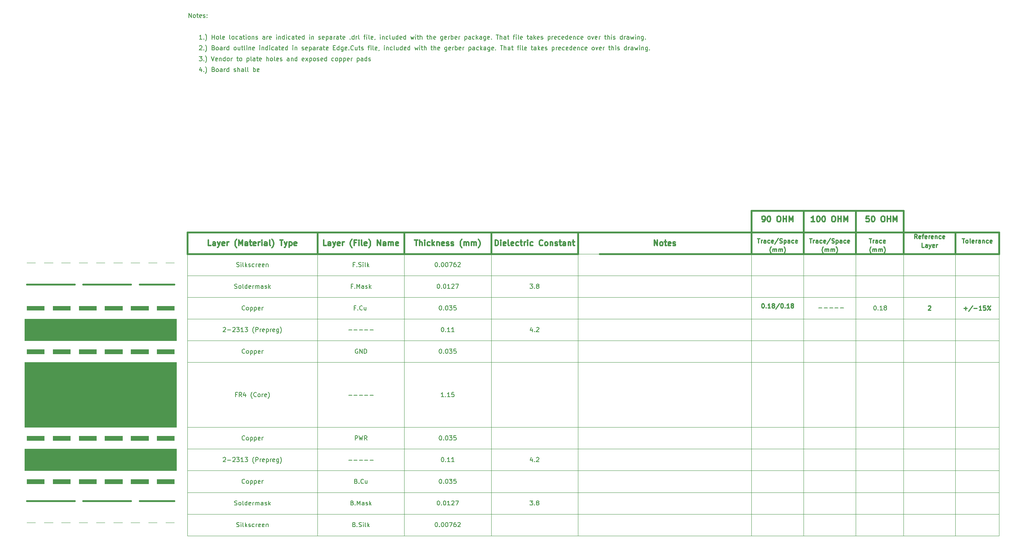
<source format=gbr>
G04 #@! TF.GenerationSoftware,KiCad,Pcbnew,(6.0.4)*
G04 #@! TF.CreationDate,2022-05-22T11:17:41+03:00*
G04 #@! TF.ProjectId,dock_rs232_prt,646f636b-5f72-4733-9233-325f7072742e,rev?*
G04 #@! TF.SameCoordinates,Original*
G04 #@! TF.FileFunction,OtherDrawing,Comment*
%FSLAX46Y46*%
G04 Gerber Fmt 4.6, Leading zero omitted, Abs format (unit mm)*
G04 Created by KiCad (PCBNEW (6.0.4)) date 2022-05-22 11:17:41*
%MOMM*%
%LPD*%
G01*
G04 APERTURE LIST*
%ADD10C,0.300000*%
%ADD11C,0.150000*%
%ADD12C,0.250000*%
%ADD13C,0.120000*%
%ADD14C,0.400000*%
%ADD15C,0.100000*%
G04 APERTURE END LIST*
D10*
X279895680Y-200975449D02*
X280638538Y-200975449D01*
X280267109Y-202275449D02*
X280267109Y-200975449D01*
X281071871Y-202275449D02*
X281071871Y-200975449D01*
X281629014Y-202275449D02*
X281629014Y-201594496D01*
X281567109Y-201470687D01*
X281443299Y-201408782D01*
X281257585Y-201408782D01*
X281133776Y-201470687D01*
X281071871Y-201532592D01*
X282248061Y-202275449D02*
X282248061Y-201408782D01*
X282248061Y-200975449D02*
X282186157Y-201037354D01*
X282248061Y-201099258D01*
X282309966Y-201037354D01*
X282248061Y-200975449D01*
X282248061Y-201099258D01*
X283424252Y-202213544D02*
X283300442Y-202275449D01*
X283052823Y-202275449D01*
X282929014Y-202213544D01*
X282867109Y-202151639D01*
X282805204Y-202027830D01*
X282805204Y-201656401D01*
X282867109Y-201532592D01*
X282929014Y-201470687D01*
X283052823Y-201408782D01*
X283300442Y-201408782D01*
X283424252Y-201470687D01*
X283981395Y-202275449D02*
X283981395Y-200975449D01*
X284105204Y-201780211D02*
X284476633Y-202275449D01*
X284476633Y-201408782D02*
X283981395Y-201904020D01*
X285033776Y-201408782D02*
X285033776Y-202275449D01*
X285033776Y-201532592D02*
X285095680Y-201470687D01*
X285219490Y-201408782D01*
X285405204Y-201408782D01*
X285529014Y-201470687D01*
X285590919Y-201594496D01*
X285590919Y-202275449D01*
X286705204Y-202213544D02*
X286581395Y-202275449D01*
X286333776Y-202275449D01*
X286209966Y-202213544D01*
X286148061Y-202089734D01*
X286148061Y-201594496D01*
X286209966Y-201470687D01*
X286333776Y-201408782D01*
X286581395Y-201408782D01*
X286705204Y-201470687D01*
X286767109Y-201594496D01*
X286767109Y-201718306D01*
X286148061Y-201842115D01*
X287262347Y-202213544D02*
X287386157Y-202275449D01*
X287633776Y-202275449D01*
X287757585Y-202213544D01*
X287819490Y-202089734D01*
X287819490Y-202027830D01*
X287757585Y-201904020D01*
X287633776Y-201842115D01*
X287448061Y-201842115D01*
X287324252Y-201780211D01*
X287262347Y-201656401D01*
X287262347Y-201594496D01*
X287324252Y-201470687D01*
X287448061Y-201408782D01*
X287633776Y-201408782D01*
X287757585Y-201470687D01*
X288314728Y-202213544D02*
X288438538Y-202275449D01*
X288686157Y-202275449D01*
X288809966Y-202213544D01*
X288871871Y-202089734D01*
X288871871Y-202027830D01*
X288809966Y-201904020D01*
X288686157Y-201842115D01*
X288500442Y-201842115D01*
X288376633Y-201780211D01*
X288314728Y-201656401D01*
X288314728Y-201594496D01*
X288376633Y-201470687D01*
X288500442Y-201408782D01*
X288686157Y-201408782D01*
X288809966Y-201470687D01*
X290790919Y-202770687D02*
X290729014Y-202708782D01*
X290605204Y-202523068D01*
X290543299Y-202399258D01*
X290481395Y-202213544D01*
X290419490Y-201904020D01*
X290419490Y-201656401D01*
X290481395Y-201346877D01*
X290543299Y-201161163D01*
X290605204Y-201037354D01*
X290729014Y-200851639D01*
X290790919Y-200789734D01*
X291286157Y-202275449D02*
X291286157Y-201408782D01*
X291286157Y-201532592D02*
X291348061Y-201470687D01*
X291471871Y-201408782D01*
X291657585Y-201408782D01*
X291781395Y-201470687D01*
X291843299Y-201594496D01*
X291843299Y-202275449D01*
X291843299Y-201594496D02*
X291905204Y-201470687D01*
X292029014Y-201408782D01*
X292214728Y-201408782D01*
X292338538Y-201470687D01*
X292400442Y-201594496D01*
X292400442Y-202275449D01*
X293019490Y-202275449D02*
X293019490Y-201408782D01*
X293019490Y-201532592D02*
X293081395Y-201470687D01*
X293205204Y-201408782D01*
X293390919Y-201408782D01*
X293514728Y-201470687D01*
X293576633Y-201594496D01*
X293576633Y-202275449D01*
X293576633Y-201594496D02*
X293638538Y-201470687D01*
X293762347Y-201408782D01*
X293948061Y-201408782D01*
X294071871Y-201470687D01*
X294133776Y-201594496D01*
X294133776Y-202275449D01*
X294629014Y-202770687D02*
X294690919Y-202708782D01*
X294814728Y-202523068D01*
X294876633Y-202399258D01*
X294938538Y-202213544D01*
X295000442Y-201904020D01*
X295000442Y-201656401D01*
X294938538Y-201346877D01*
X294876633Y-201161163D01*
X294814728Y-201037354D01*
X294690919Y-200851639D01*
X294629014Y-200789734D01*
D11*
X285826633Y-216139734D02*
X285921871Y-216139734D01*
X286017109Y-216187354D01*
X286064728Y-216234973D01*
X286112347Y-216330211D01*
X286159966Y-216520687D01*
X286159966Y-216758782D01*
X286112347Y-216949258D01*
X286064728Y-217044496D01*
X286017109Y-217092115D01*
X285921871Y-217139734D01*
X285826633Y-217139734D01*
X285731395Y-217092115D01*
X285683776Y-217044496D01*
X285636157Y-216949258D01*
X285588538Y-216758782D01*
X285588538Y-216520687D01*
X285636157Y-216330211D01*
X285683776Y-216234973D01*
X285731395Y-216187354D01*
X285826633Y-216139734D01*
X286588538Y-217044496D02*
X286636157Y-217092115D01*
X286588538Y-217139734D01*
X286540919Y-217092115D01*
X286588538Y-217044496D01*
X286588538Y-217139734D01*
X287255204Y-216139734D02*
X287350442Y-216139734D01*
X287445680Y-216187354D01*
X287493299Y-216234973D01*
X287540919Y-216330211D01*
X287588538Y-216520687D01*
X287588538Y-216758782D01*
X287540919Y-216949258D01*
X287493299Y-217044496D01*
X287445680Y-217092115D01*
X287350442Y-217139734D01*
X287255204Y-217139734D01*
X287159966Y-217092115D01*
X287112347Y-217044496D01*
X287064728Y-216949258D01*
X287017109Y-216758782D01*
X287017109Y-216520687D01*
X287064728Y-216330211D01*
X287112347Y-216234973D01*
X287159966Y-216187354D01*
X287255204Y-216139734D01*
X287921871Y-216139734D02*
X288540919Y-216139734D01*
X288207585Y-216520687D01*
X288350442Y-216520687D01*
X288445680Y-216568306D01*
X288493299Y-216615925D01*
X288540919Y-216711163D01*
X288540919Y-216949258D01*
X288493299Y-217044496D01*
X288445680Y-217092115D01*
X288350442Y-217139734D01*
X288064728Y-217139734D01*
X287969490Y-217092115D01*
X287921871Y-217044496D01*
X289445680Y-216139734D02*
X288969490Y-216139734D01*
X288921871Y-216615925D01*
X288969490Y-216568306D01*
X289064728Y-216520687D01*
X289302823Y-216520687D01*
X289398061Y-216568306D01*
X289445680Y-216615925D01*
X289493299Y-216711163D01*
X289493299Y-216949258D01*
X289445680Y-217044496D01*
X289398061Y-217092115D01*
X289302823Y-217139734D01*
X289064728Y-217139734D01*
X288969490Y-217092115D01*
X288921871Y-217044496D01*
D10*
X335126633Y-202275449D02*
X335126633Y-200975449D01*
X335869490Y-202275449D01*
X335869490Y-200975449D01*
X336674252Y-202275449D02*
X336550442Y-202213544D01*
X336488538Y-202151639D01*
X336426633Y-202027830D01*
X336426633Y-201656401D01*
X336488538Y-201532592D01*
X336550442Y-201470687D01*
X336674252Y-201408782D01*
X336859966Y-201408782D01*
X336983776Y-201470687D01*
X337045680Y-201532592D01*
X337107585Y-201656401D01*
X337107585Y-202027830D01*
X337045680Y-202151639D01*
X336983776Y-202213544D01*
X336859966Y-202275449D01*
X336674252Y-202275449D01*
X337479014Y-201408782D02*
X337974252Y-201408782D01*
X337664728Y-200975449D02*
X337664728Y-202089734D01*
X337726633Y-202213544D01*
X337850442Y-202275449D01*
X337974252Y-202275449D01*
X338902823Y-202213544D02*
X338779014Y-202275449D01*
X338531395Y-202275449D01*
X338407585Y-202213544D01*
X338345680Y-202089734D01*
X338345680Y-201594496D01*
X338407585Y-201470687D01*
X338531395Y-201408782D01*
X338779014Y-201408782D01*
X338902823Y-201470687D01*
X338964728Y-201594496D01*
X338964728Y-201718306D01*
X338345680Y-201842115D01*
X339459966Y-202213544D02*
X339583776Y-202275449D01*
X339831395Y-202275449D01*
X339955204Y-202213544D01*
X340017109Y-202089734D01*
X340017109Y-202027830D01*
X339955204Y-201904020D01*
X339831395Y-201842115D01*
X339645680Y-201842115D01*
X339521871Y-201780211D01*
X339459966Y-201656401D01*
X339459966Y-201594496D01*
X339521871Y-201470687D01*
X339645680Y-201408782D01*
X339831395Y-201408782D01*
X339955204Y-201470687D01*
D11*
X285826633Y-246139734D02*
X285921871Y-246139734D01*
X286017109Y-246187354D01*
X286064728Y-246234973D01*
X286112347Y-246330211D01*
X286159966Y-246520687D01*
X286159966Y-246758782D01*
X286112347Y-246949258D01*
X286064728Y-247044496D01*
X286017109Y-247092115D01*
X285921871Y-247139734D01*
X285826633Y-247139734D01*
X285731395Y-247092115D01*
X285683776Y-247044496D01*
X285636157Y-246949258D01*
X285588538Y-246758782D01*
X285588538Y-246520687D01*
X285636157Y-246330211D01*
X285683776Y-246234973D01*
X285731395Y-246187354D01*
X285826633Y-246139734D01*
X286588538Y-247044496D02*
X286636157Y-247092115D01*
X286588538Y-247139734D01*
X286540919Y-247092115D01*
X286588538Y-247044496D01*
X286588538Y-247139734D01*
X287255204Y-246139734D02*
X287350442Y-246139734D01*
X287445680Y-246187354D01*
X287493299Y-246234973D01*
X287540919Y-246330211D01*
X287588538Y-246520687D01*
X287588538Y-246758782D01*
X287540919Y-246949258D01*
X287493299Y-247044496D01*
X287445680Y-247092115D01*
X287350442Y-247139734D01*
X287255204Y-247139734D01*
X287159966Y-247092115D01*
X287112347Y-247044496D01*
X287064728Y-246949258D01*
X287017109Y-246758782D01*
X287017109Y-246520687D01*
X287064728Y-246330211D01*
X287112347Y-246234973D01*
X287159966Y-246187354D01*
X287255204Y-246139734D01*
X287921871Y-246139734D02*
X288540919Y-246139734D01*
X288207585Y-246520687D01*
X288350442Y-246520687D01*
X288445680Y-246568306D01*
X288493299Y-246615925D01*
X288540919Y-246711163D01*
X288540919Y-246949258D01*
X288493299Y-247044496D01*
X288445680Y-247092115D01*
X288350442Y-247139734D01*
X288064728Y-247139734D01*
X287969490Y-247092115D01*
X287921871Y-247044496D01*
X289445680Y-246139734D02*
X288969490Y-246139734D01*
X288921871Y-246615925D01*
X288969490Y-246568306D01*
X289064728Y-246520687D01*
X289302823Y-246520687D01*
X289398061Y-246568306D01*
X289445680Y-246615925D01*
X289493299Y-246711163D01*
X289493299Y-246949258D01*
X289445680Y-247044496D01*
X289398061Y-247092115D01*
X289302823Y-247139734D01*
X289064728Y-247139734D01*
X288969490Y-247092115D01*
X288921871Y-247044496D01*
D12*
X384636157Y-200639734D02*
X385207585Y-200639734D01*
X384921871Y-201639734D02*
X384921871Y-200639734D01*
X385540919Y-201639734D02*
X385540919Y-200973068D01*
X385540919Y-201163544D02*
X385588538Y-201068306D01*
X385636157Y-201020687D01*
X385731395Y-200973068D01*
X385826633Y-200973068D01*
X386588538Y-201639734D02*
X386588538Y-201115925D01*
X386540919Y-201020687D01*
X386445680Y-200973068D01*
X386255204Y-200973068D01*
X386159966Y-201020687D01*
X386588538Y-201592115D02*
X386493299Y-201639734D01*
X386255204Y-201639734D01*
X386159966Y-201592115D01*
X386112347Y-201496877D01*
X386112347Y-201401639D01*
X386159966Y-201306401D01*
X386255204Y-201258782D01*
X386493299Y-201258782D01*
X386588538Y-201211163D01*
X387493299Y-201592115D02*
X387398061Y-201639734D01*
X387207585Y-201639734D01*
X387112347Y-201592115D01*
X387064728Y-201544496D01*
X387017109Y-201449258D01*
X387017109Y-201163544D01*
X387064728Y-201068306D01*
X387112347Y-201020687D01*
X387207585Y-200973068D01*
X387398061Y-200973068D01*
X387493299Y-201020687D01*
X388302823Y-201592115D02*
X388207585Y-201639734D01*
X388017109Y-201639734D01*
X387921871Y-201592115D01*
X387874252Y-201496877D01*
X387874252Y-201115925D01*
X387921871Y-201020687D01*
X388017109Y-200973068D01*
X388207585Y-200973068D01*
X388302823Y-201020687D01*
X388350442Y-201115925D01*
X388350442Y-201211163D01*
X387874252Y-201306401D01*
D11*
X286302823Y-221139734D02*
X286398061Y-221139734D01*
X286493299Y-221187354D01*
X286540919Y-221234973D01*
X286588538Y-221330211D01*
X286636157Y-221520687D01*
X286636157Y-221758782D01*
X286588538Y-221949258D01*
X286540919Y-222044496D01*
X286493299Y-222092115D01*
X286398061Y-222139734D01*
X286302823Y-222139734D01*
X286207585Y-222092115D01*
X286159966Y-222044496D01*
X286112347Y-221949258D01*
X286064728Y-221758782D01*
X286064728Y-221520687D01*
X286112347Y-221330211D01*
X286159966Y-221234973D01*
X286207585Y-221187354D01*
X286302823Y-221139734D01*
X287064728Y-222044496D02*
X287112347Y-222092115D01*
X287064728Y-222139734D01*
X287017109Y-222092115D01*
X287064728Y-222044496D01*
X287064728Y-222139734D01*
X288064728Y-222139734D02*
X287493299Y-222139734D01*
X287779014Y-222139734D02*
X287779014Y-221139734D01*
X287683776Y-221282592D01*
X287588538Y-221377830D01*
X287493299Y-221425449D01*
X289017109Y-222139734D02*
X288445680Y-222139734D01*
X288731395Y-222139734D02*
X288731395Y-221139734D01*
X288636157Y-221282592D01*
X288540919Y-221377830D01*
X288445680Y-221425449D01*
X230328895Y-156234973D02*
X230376514Y-156187354D01*
X230471752Y-156139734D01*
X230709847Y-156139734D01*
X230805085Y-156187354D01*
X230852704Y-156234973D01*
X230900323Y-156330211D01*
X230900323Y-156425449D01*
X230852704Y-156568306D01*
X230281276Y-157139734D01*
X230900323Y-157139734D01*
X231328895Y-157044496D02*
X231376514Y-157092115D01*
X231328895Y-157139734D01*
X231281276Y-157092115D01*
X231328895Y-157044496D01*
X231328895Y-157139734D01*
X231709847Y-157520687D02*
X231757466Y-157473068D01*
X231852704Y-157330211D01*
X231900323Y-157234973D01*
X231947942Y-157092115D01*
X231995561Y-156854020D01*
X231995561Y-156663544D01*
X231947942Y-156425449D01*
X231900323Y-156282592D01*
X231852704Y-156187354D01*
X231757466Y-156044496D01*
X231709847Y-155996877D01*
X233566990Y-156615925D02*
X233709847Y-156663544D01*
X233757466Y-156711163D01*
X233805085Y-156806401D01*
X233805085Y-156949258D01*
X233757466Y-157044496D01*
X233709847Y-157092115D01*
X233614609Y-157139734D01*
X233233657Y-157139734D01*
X233233657Y-156139734D01*
X233566990Y-156139734D01*
X233662228Y-156187354D01*
X233709847Y-156234973D01*
X233757466Y-156330211D01*
X233757466Y-156425449D01*
X233709847Y-156520687D01*
X233662228Y-156568306D01*
X233566990Y-156615925D01*
X233233657Y-156615925D01*
X234376514Y-157139734D02*
X234281276Y-157092115D01*
X234233657Y-157044496D01*
X234186038Y-156949258D01*
X234186038Y-156663544D01*
X234233657Y-156568306D01*
X234281276Y-156520687D01*
X234376514Y-156473068D01*
X234519371Y-156473068D01*
X234614609Y-156520687D01*
X234662228Y-156568306D01*
X234709847Y-156663544D01*
X234709847Y-156949258D01*
X234662228Y-157044496D01*
X234614609Y-157092115D01*
X234519371Y-157139734D01*
X234376514Y-157139734D01*
X235566990Y-157139734D02*
X235566990Y-156615925D01*
X235519371Y-156520687D01*
X235424133Y-156473068D01*
X235233657Y-156473068D01*
X235138419Y-156520687D01*
X235566990Y-157092115D02*
X235471752Y-157139734D01*
X235233657Y-157139734D01*
X235138419Y-157092115D01*
X235090799Y-156996877D01*
X235090799Y-156901639D01*
X235138419Y-156806401D01*
X235233657Y-156758782D01*
X235471752Y-156758782D01*
X235566990Y-156711163D01*
X236043180Y-157139734D02*
X236043180Y-156473068D01*
X236043180Y-156663544D02*
X236090799Y-156568306D01*
X236138419Y-156520687D01*
X236233657Y-156473068D01*
X236328895Y-156473068D01*
X237090799Y-157139734D02*
X237090799Y-156139734D01*
X237090799Y-157092115D02*
X236995561Y-157139734D01*
X236805085Y-157139734D01*
X236709847Y-157092115D01*
X236662228Y-157044496D01*
X236614609Y-156949258D01*
X236614609Y-156663544D01*
X236662228Y-156568306D01*
X236709847Y-156520687D01*
X236805085Y-156473068D01*
X236995561Y-156473068D01*
X237090799Y-156520687D01*
X238471752Y-157139734D02*
X238376514Y-157092115D01*
X238328895Y-157044496D01*
X238281276Y-156949258D01*
X238281276Y-156663544D01*
X238328895Y-156568306D01*
X238376514Y-156520687D01*
X238471752Y-156473068D01*
X238614609Y-156473068D01*
X238709847Y-156520687D01*
X238757466Y-156568306D01*
X238805085Y-156663544D01*
X238805085Y-156949258D01*
X238757466Y-157044496D01*
X238709847Y-157092115D01*
X238614609Y-157139734D01*
X238471752Y-157139734D01*
X239662228Y-156473068D02*
X239662228Y-157139734D01*
X239233657Y-156473068D02*
X239233657Y-156996877D01*
X239281276Y-157092115D01*
X239376514Y-157139734D01*
X239519371Y-157139734D01*
X239614609Y-157092115D01*
X239662228Y-157044496D01*
X239995561Y-156473068D02*
X240376514Y-156473068D01*
X240138419Y-156139734D02*
X240138419Y-156996877D01*
X240186038Y-157092115D01*
X240281276Y-157139734D01*
X240376514Y-157139734D01*
X240852704Y-157139734D02*
X240757466Y-157092115D01*
X240709847Y-156996877D01*
X240709847Y-156139734D01*
X241233657Y-157139734D02*
X241233657Y-156473068D01*
X241233657Y-156139734D02*
X241186038Y-156187354D01*
X241233657Y-156234973D01*
X241281276Y-156187354D01*
X241233657Y-156139734D01*
X241233657Y-156234973D01*
X241709847Y-156473068D02*
X241709847Y-157139734D01*
X241709847Y-156568306D02*
X241757466Y-156520687D01*
X241852704Y-156473068D01*
X241995561Y-156473068D01*
X242090799Y-156520687D01*
X242138419Y-156615925D01*
X242138419Y-157139734D01*
X242995561Y-157092115D02*
X242900323Y-157139734D01*
X242709847Y-157139734D01*
X242614609Y-157092115D01*
X242566990Y-156996877D01*
X242566990Y-156615925D01*
X242614609Y-156520687D01*
X242709847Y-156473068D01*
X242900323Y-156473068D01*
X242995561Y-156520687D01*
X243043180Y-156615925D01*
X243043180Y-156711163D01*
X242566990Y-156806401D01*
X244233657Y-157139734D02*
X244233657Y-156473068D01*
X244233657Y-156139734D02*
X244186038Y-156187354D01*
X244233657Y-156234973D01*
X244281276Y-156187354D01*
X244233657Y-156139734D01*
X244233657Y-156234973D01*
X244709847Y-156473068D02*
X244709847Y-157139734D01*
X244709847Y-156568306D02*
X244757466Y-156520687D01*
X244852704Y-156473068D01*
X244995561Y-156473068D01*
X245090799Y-156520687D01*
X245138419Y-156615925D01*
X245138419Y-157139734D01*
X246043180Y-157139734D02*
X246043180Y-156139734D01*
X246043180Y-157092115D02*
X245947942Y-157139734D01*
X245757466Y-157139734D01*
X245662228Y-157092115D01*
X245614609Y-157044496D01*
X245566990Y-156949258D01*
X245566990Y-156663544D01*
X245614609Y-156568306D01*
X245662228Y-156520687D01*
X245757466Y-156473068D01*
X245947942Y-156473068D01*
X246043180Y-156520687D01*
X246519371Y-157139734D02*
X246519371Y-156473068D01*
X246519371Y-156139734D02*
X246471752Y-156187354D01*
X246519371Y-156234973D01*
X246566990Y-156187354D01*
X246519371Y-156139734D01*
X246519371Y-156234973D01*
X247424133Y-157092115D02*
X247328895Y-157139734D01*
X247138419Y-157139734D01*
X247043180Y-157092115D01*
X246995561Y-157044496D01*
X246947942Y-156949258D01*
X246947942Y-156663544D01*
X246995561Y-156568306D01*
X247043180Y-156520687D01*
X247138419Y-156473068D01*
X247328895Y-156473068D01*
X247424133Y-156520687D01*
X248281276Y-157139734D02*
X248281276Y-156615925D01*
X248233657Y-156520687D01*
X248138419Y-156473068D01*
X247947942Y-156473068D01*
X247852704Y-156520687D01*
X248281276Y-157092115D02*
X248186038Y-157139734D01*
X247947942Y-157139734D01*
X247852704Y-157092115D01*
X247805085Y-156996877D01*
X247805085Y-156901639D01*
X247852704Y-156806401D01*
X247947942Y-156758782D01*
X248186038Y-156758782D01*
X248281276Y-156711163D01*
X248614609Y-156473068D02*
X248995561Y-156473068D01*
X248757466Y-156139734D02*
X248757466Y-156996877D01*
X248805085Y-157092115D01*
X248900323Y-157139734D01*
X248995561Y-157139734D01*
X249709847Y-157092115D02*
X249614609Y-157139734D01*
X249424133Y-157139734D01*
X249328895Y-157092115D01*
X249281276Y-156996877D01*
X249281276Y-156615925D01*
X249328895Y-156520687D01*
X249424133Y-156473068D01*
X249614609Y-156473068D01*
X249709847Y-156520687D01*
X249757466Y-156615925D01*
X249757466Y-156711163D01*
X249281276Y-156806401D01*
X250614609Y-157139734D02*
X250614609Y-156139734D01*
X250614609Y-157092115D02*
X250519371Y-157139734D01*
X250328895Y-157139734D01*
X250233657Y-157092115D01*
X250186038Y-157044496D01*
X250138419Y-156949258D01*
X250138419Y-156663544D01*
X250186038Y-156568306D01*
X250233657Y-156520687D01*
X250328895Y-156473068D01*
X250519371Y-156473068D01*
X250614609Y-156520687D01*
X251852704Y-157139734D02*
X251852704Y-156473068D01*
X251852704Y-156139734D02*
X251805085Y-156187354D01*
X251852704Y-156234973D01*
X251900323Y-156187354D01*
X251852704Y-156139734D01*
X251852704Y-156234973D01*
X252328895Y-156473068D02*
X252328895Y-157139734D01*
X252328895Y-156568306D02*
X252376514Y-156520687D01*
X252471752Y-156473068D01*
X252614609Y-156473068D01*
X252709847Y-156520687D01*
X252757466Y-156615925D01*
X252757466Y-157139734D01*
X253947942Y-157092115D02*
X254043180Y-157139734D01*
X254233657Y-157139734D01*
X254328895Y-157092115D01*
X254376514Y-156996877D01*
X254376514Y-156949258D01*
X254328895Y-156854020D01*
X254233657Y-156806401D01*
X254090799Y-156806401D01*
X253995561Y-156758782D01*
X253947942Y-156663544D01*
X253947942Y-156615925D01*
X253995561Y-156520687D01*
X254090799Y-156473068D01*
X254233657Y-156473068D01*
X254328895Y-156520687D01*
X255186038Y-157092115D02*
X255090799Y-157139734D01*
X254900323Y-157139734D01*
X254805085Y-157092115D01*
X254757466Y-156996877D01*
X254757466Y-156615925D01*
X254805085Y-156520687D01*
X254900323Y-156473068D01*
X255090799Y-156473068D01*
X255186038Y-156520687D01*
X255233657Y-156615925D01*
X255233657Y-156711163D01*
X254757466Y-156806401D01*
X255662228Y-156473068D02*
X255662228Y-157473068D01*
X255662228Y-156520687D02*
X255757466Y-156473068D01*
X255947942Y-156473068D01*
X256043180Y-156520687D01*
X256090799Y-156568306D01*
X256138419Y-156663544D01*
X256138419Y-156949258D01*
X256090799Y-157044496D01*
X256043180Y-157092115D01*
X255947942Y-157139734D01*
X255757466Y-157139734D01*
X255662228Y-157092115D01*
X256995561Y-157139734D02*
X256995561Y-156615925D01*
X256947942Y-156520687D01*
X256852704Y-156473068D01*
X256662228Y-156473068D01*
X256566990Y-156520687D01*
X256995561Y-157092115D02*
X256900323Y-157139734D01*
X256662228Y-157139734D01*
X256566990Y-157092115D01*
X256519371Y-156996877D01*
X256519371Y-156901639D01*
X256566990Y-156806401D01*
X256662228Y-156758782D01*
X256900323Y-156758782D01*
X256995561Y-156711163D01*
X257471752Y-157139734D02*
X257471752Y-156473068D01*
X257471752Y-156663544D02*
X257519371Y-156568306D01*
X257566990Y-156520687D01*
X257662228Y-156473068D01*
X257757466Y-156473068D01*
X258519371Y-157139734D02*
X258519371Y-156615925D01*
X258471752Y-156520687D01*
X258376514Y-156473068D01*
X258186038Y-156473068D01*
X258090799Y-156520687D01*
X258519371Y-157092115D02*
X258424133Y-157139734D01*
X258186038Y-157139734D01*
X258090799Y-157092115D01*
X258043180Y-156996877D01*
X258043180Y-156901639D01*
X258090799Y-156806401D01*
X258186038Y-156758782D01*
X258424133Y-156758782D01*
X258519371Y-156711163D01*
X258852704Y-156473068D02*
X259233657Y-156473068D01*
X258995561Y-156139734D02*
X258995561Y-156996877D01*
X259043180Y-157092115D01*
X259138419Y-157139734D01*
X259233657Y-157139734D01*
X259947942Y-157092115D02*
X259852704Y-157139734D01*
X259662228Y-157139734D01*
X259566990Y-157092115D01*
X259519371Y-156996877D01*
X259519371Y-156615925D01*
X259566990Y-156520687D01*
X259662228Y-156473068D01*
X259852704Y-156473068D01*
X259947942Y-156520687D01*
X259995561Y-156615925D01*
X259995561Y-156711163D01*
X259519371Y-156806401D01*
X261186038Y-156615925D02*
X261519371Y-156615925D01*
X261662228Y-157139734D02*
X261186038Y-157139734D01*
X261186038Y-156139734D01*
X261662228Y-156139734D01*
X262519371Y-157139734D02*
X262519371Y-156139734D01*
X262519371Y-157092115D02*
X262424133Y-157139734D01*
X262233657Y-157139734D01*
X262138419Y-157092115D01*
X262090799Y-157044496D01*
X262043180Y-156949258D01*
X262043180Y-156663544D01*
X262090799Y-156568306D01*
X262138419Y-156520687D01*
X262233657Y-156473068D01*
X262424133Y-156473068D01*
X262519371Y-156520687D01*
X263424133Y-156473068D02*
X263424133Y-157282592D01*
X263376514Y-157377830D01*
X263328895Y-157425449D01*
X263233657Y-157473068D01*
X263090799Y-157473068D01*
X262995561Y-157425449D01*
X263424133Y-157092115D02*
X263328895Y-157139734D01*
X263138419Y-157139734D01*
X263043180Y-157092115D01*
X262995561Y-157044496D01*
X262947942Y-156949258D01*
X262947942Y-156663544D01*
X262995561Y-156568306D01*
X263043180Y-156520687D01*
X263138419Y-156473068D01*
X263328895Y-156473068D01*
X263424133Y-156520687D01*
X264281276Y-157092115D02*
X264186038Y-157139734D01*
X263995561Y-157139734D01*
X263900323Y-157092115D01*
X263852704Y-156996877D01*
X263852704Y-156615925D01*
X263900323Y-156520687D01*
X263995561Y-156473068D01*
X264186038Y-156473068D01*
X264281276Y-156520687D01*
X264328895Y-156615925D01*
X264328895Y-156711163D01*
X263852704Y-156806401D01*
X264757466Y-157044496D02*
X264805085Y-157092115D01*
X264757466Y-157139734D01*
X264709847Y-157092115D01*
X264757466Y-157044496D01*
X264757466Y-157139734D01*
X265805085Y-157044496D02*
X265757466Y-157092115D01*
X265614609Y-157139734D01*
X265519371Y-157139734D01*
X265376514Y-157092115D01*
X265281276Y-156996877D01*
X265233657Y-156901639D01*
X265186038Y-156711163D01*
X265186038Y-156568306D01*
X265233657Y-156377830D01*
X265281276Y-156282592D01*
X265376514Y-156187354D01*
X265519371Y-156139734D01*
X265614609Y-156139734D01*
X265757466Y-156187354D01*
X265805085Y-156234973D01*
X266662228Y-156473068D02*
X266662228Y-157139734D01*
X266233657Y-156473068D02*
X266233657Y-156996877D01*
X266281276Y-157092115D01*
X266376514Y-157139734D01*
X266519371Y-157139734D01*
X266614609Y-157092115D01*
X266662228Y-157044496D01*
X266995561Y-156473068D02*
X267376514Y-156473068D01*
X267138419Y-156139734D02*
X267138419Y-156996877D01*
X267186038Y-157092115D01*
X267281276Y-157139734D01*
X267376514Y-157139734D01*
X267662228Y-157092115D02*
X267757466Y-157139734D01*
X267947942Y-157139734D01*
X268043180Y-157092115D01*
X268090799Y-156996877D01*
X268090799Y-156949258D01*
X268043180Y-156854020D01*
X267947942Y-156806401D01*
X267805085Y-156806401D01*
X267709847Y-156758782D01*
X267662228Y-156663544D01*
X267662228Y-156615925D01*
X267709847Y-156520687D01*
X267805085Y-156473068D01*
X267947942Y-156473068D01*
X268043180Y-156520687D01*
X269138419Y-156473068D02*
X269519371Y-156473068D01*
X269281276Y-157139734D02*
X269281276Y-156282592D01*
X269328895Y-156187354D01*
X269424133Y-156139734D01*
X269519371Y-156139734D01*
X269852704Y-157139734D02*
X269852704Y-156473068D01*
X269852704Y-156139734D02*
X269805085Y-156187354D01*
X269852704Y-156234973D01*
X269900323Y-156187354D01*
X269852704Y-156139734D01*
X269852704Y-156234973D01*
X270471752Y-157139734D02*
X270376514Y-157092115D01*
X270328895Y-156996877D01*
X270328895Y-156139734D01*
X271233657Y-157092115D02*
X271138419Y-157139734D01*
X270947942Y-157139734D01*
X270852704Y-157092115D01*
X270805085Y-156996877D01*
X270805085Y-156615925D01*
X270852704Y-156520687D01*
X270947942Y-156473068D01*
X271138419Y-156473068D01*
X271233657Y-156520687D01*
X271281276Y-156615925D01*
X271281276Y-156711163D01*
X270805085Y-156806401D01*
X271757466Y-157092115D02*
X271757466Y-157139734D01*
X271709847Y-157234973D01*
X271662228Y-157282592D01*
X272947942Y-157139734D02*
X272947942Y-156473068D01*
X272947942Y-156139734D02*
X272900323Y-156187354D01*
X272947942Y-156234973D01*
X272995561Y-156187354D01*
X272947942Y-156139734D01*
X272947942Y-156234973D01*
X273424133Y-156473068D02*
X273424133Y-157139734D01*
X273424133Y-156568306D02*
X273471752Y-156520687D01*
X273566990Y-156473068D01*
X273709847Y-156473068D01*
X273805085Y-156520687D01*
X273852704Y-156615925D01*
X273852704Y-157139734D01*
X274757466Y-157092115D02*
X274662228Y-157139734D01*
X274471752Y-157139734D01*
X274376514Y-157092115D01*
X274328895Y-157044496D01*
X274281276Y-156949258D01*
X274281276Y-156663544D01*
X274328895Y-156568306D01*
X274376514Y-156520687D01*
X274471752Y-156473068D01*
X274662228Y-156473068D01*
X274757466Y-156520687D01*
X275328895Y-157139734D02*
X275233657Y-157092115D01*
X275186038Y-156996877D01*
X275186038Y-156139734D01*
X276138419Y-156473068D02*
X276138419Y-157139734D01*
X275709847Y-156473068D02*
X275709847Y-156996877D01*
X275757466Y-157092115D01*
X275852704Y-157139734D01*
X275995561Y-157139734D01*
X276090799Y-157092115D01*
X276138419Y-157044496D01*
X277043180Y-157139734D02*
X277043180Y-156139734D01*
X277043180Y-157092115D02*
X276947942Y-157139734D01*
X276757466Y-157139734D01*
X276662228Y-157092115D01*
X276614609Y-157044496D01*
X276566990Y-156949258D01*
X276566990Y-156663544D01*
X276614609Y-156568306D01*
X276662228Y-156520687D01*
X276757466Y-156473068D01*
X276947942Y-156473068D01*
X277043180Y-156520687D01*
X277900323Y-157092115D02*
X277805085Y-157139734D01*
X277614609Y-157139734D01*
X277519371Y-157092115D01*
X277471752Y-156996877D01*
X277471752Y-156615925D01*
X277519371Y-156520687D01*
X277614609Y-156473068D01*
X277805085Y-156473068D01*
X277900323Y-156520687D01*
X277947942Y-156615925D01*
X277947942Y-156711163D01*
X277471752Y-156806401D01*
X278805085Y-157139734D02*
X278805085Y-156139734D01*
X278805085Y-157092115D02*
X278709847Y-157139734D01*
X278519371Y-157139734D01*
X278424133Y-157092115D01*
X278376514Y-157044496D01*
X278328895Y-156949258D01*
X278328895Y-156663544D01*
X278376514Y-156568306D01*
X278424133Y-156520687D01*
X278519371Y-156473068D01*
X278709847Y-156473068D01*
X278805085Y-156520687D01*
X279947942Y-156473068D02*
X280138419Y-157139734D01*
X280328895Y-156663544D01*
X280519371Y-157139734D01*
X280709847Y-156473068D01*
X281090799Y-157139734D02*
X281090799Y-156473068D01*
X281090799Y-156139734D02*
X281043180Y-156187354D01*
X281090799Y-156234973D01*
X281138419Y-156187354D01*
X281090799Y-156139734D01*
X281090799Y-156234973D01*
X281424133Y-156473068D02*
X281805085Y-156473068D01*
X281566990Y-156139734D02*
X281566990Y-156996877D01*
X281614609Y-157092115D01*
X281709847Y-157139734D01*
X281805085Y-157139734D01*
X282138419Y-157139734D02*
X282138419Y-156139734D01*
X282566990Y-157139734D02*
X282566990Y-156615925D01*
X282519371Y-156520687D01*
X282424133Y-156473068D01*
X282281276Y-156473068D01*
X282186038Y-156520687D01*
X282138419Y-156568306D01*
X283662228Y-156473068D02*
X284043180Y-156473068D01*
X283805085Y-156139734D02*
X283805085Y-156996877D01*
X283852704Y-157092115D01*
X283947942Y-157139734D01*
X284043180Y-157139734D01*
X284376514Y-157139734D02*
X284376514Y-156139734D01*
X284805085Y-157139734D02*
X284805085Y-156615925D01*
X284757466Y-156520687D01*
X284662228Y-156473068D01*
X284519371Y-156473068D01*
X284424133Y-156520687D01*
X284376514Y-156568306D01*
X285662228Y-157092115D02*
X285566990Y-157139734D01*
X285376514Y-157139734D01*
X285281276Y-157092115D01*
X285233657Y-156996877D01*
X285233657Y-156615925D01*
X285281276Y-156520687D01*
X285376514Y-156473068D01*
X285566990Y-156473068D01*
X285662228Y-156520687D01*
X285709847Y-156615925D01*
X285709847Y-156711163D01*
X285233657Y-156806401D01*
X287328895Y-156473068D02*
X287328895Y-157282592D01*
X287281276Y-157377830D01*
X287233657Y-157425449D01*
X287138419Y-157473068D01*
X286995561Y-157473068D01*
X286900323Y-157425449D01*
X287328895Y-157092115D02*
X287233657Y-157139734D01*
X287043180Y-157139734D01*
X286947942Y-157092115D01*
X286900323Y-157044496D01*
X286852704Y-156949258D01*
X286852704Y-156663544D01*
X286900323Y-156568306D01*
X286947942Y-156520687D01*
X287043180Y-156473068D01*
X287233657Y-156473068D01*
X287328895Y-156520687D01*
X288186038Y-157092115D02*
X288090799Y-157139734D01*
X287900323Y-157139734D01*
X287805085Y-157092115D01*
X287757466Y-156996877D01*
X287757466Y-156615925D01*
X287805085Y-156520687D01*
X287900323Y-156473068D01*
X288090799Y-156473068D01*
X288186038Y-156520687D01*
X288233657Y-156615925D01*
X288233657Y-156711163D01*
X287757466Y-156806401D01*
X288662228Y-157139734D02*
X288662228Y-156473068D01*
X288662228Y-156663544D02*
X288709847Y-156568306D01*
X288757466Y-156520687D01*
X288852704Y-156473068D01*
X288947942Y-156473068D01*
X289281276Y-157139734D02*
X289281276Y-156139734D01*
X289281276Y-156520687D02*
X289376514Y-156473068D01*
X289566990Y-156473068D01*
X289662228Y-156520687D01*
X289709847Y-156568306D01*
X289757466Y-156663544D01*
X289757466Y-156949258D01*
X289709847Y-157044496D01*
X289662228Y-157092115D01*
X289566990Y-157139734D01*
X289376514Y-157139734D01*
X289281276Y-157092115D01*
X290566990Y-157092115D02*
X290471752Y-157139734D01*
X290281276Y-157139734D01*
X290186038Y-157092115D01*
X290138419Y-156996877D01*
X290138419Y-156615925D01*
X290186038Y-156520687D01*
X290281276Y-156473068D01*
X290471752Y-156473068D01*
X290566990Y-156520687D01*
X290614609Y-156615925D01*
X290614609Y-156711163D01*
X290138419Y-156806401D01*
X291043180Y-157139734D02*
X291043180Y-156473068D01*
X291043180Y-156663544D02*
X291090799Y-156568306D01*
X291138419Y-156520687D01*
X291233657Y-156473068D01*
X291328895Y-156473068D01*
X292424133Y-156473068D02*
X292424133Y-157473068D01*
X292424133Y-156520687D02*
X292519371Y-156473068D01*
X292709847Y-156473068D01*
X292805085Y-156520687D01*
X292852704Y-156568306D01*
X292900323Y-156663544D01*
X292900323Y-156949258D01*
X292852704Y-157044496D01*
X292805085Y-157092115D01*
X292709847Y-157139734D01*
X292519371Y-157139734D01*
X292424133Y-157092115D01*
X293757466Y-157139734D02*
X293757466Y-156615925D01*
X293709847Y-156520687D01*
X293614609Y-156473068D01*
X293424133Y-156473068D01*
X293328895Y-156520687D01*
X293757466Y-157092115D02*
X293662228Y-157139734D01*
X293424133Y-157139734D01*
X293328895Y-157092115D01*
X293281276Y-156996877D01*
X293281276Y-156901639D01*
X293328895Y-156806401D01*
X293424133Y-156758782D01*
X293662228Y-156758782D01*
X293757466Y-156711163D01*
X294662228Y-157092115D02*
X294566990Y-157139734D01*
X294376514Y-157139734D01*
X294281276Y-157092115D01*
X294233657Y-157044496D01*
X294186038Y-156949258D01*
X294186038Y-156663544D01*
X294233657Y-156568306D01*
X294281276Y-156520687D01*
X294376514Y-156473068D01*
X294566990Y-156473068D01*
X294662228Y-156520687D01*
X295090799Y-157139734D02*
X295090799Y-156139734D01*
X295186038Y-156758782D02*
X295471752Y-157139734D01*
X295471752Y-156473068D02*
X295090799Y-156854020D01*
X296328895Y-157139734D02*
X296328895Y-156615925D01*
X296281276Y-156520687D01*
X296186038Y-156473068D01*
X295995561Y-156473068D01*
X295900323Y-156520687D01*
X296328895Y-157092115D02*
X296233657Y-157139734D01*
X295995561Y-157139734D01*
X295900323Y-157092115D01*
X295852704Y-156996877D01*
X295852704Y-156901639D01*
X295900323Y-156806401D01*
X295995561Y-156758782D01*
X296233657Y-156758782D01*
X296328895Y-156711163D01*
X297233657Y-156473068D02*
X297233657Y-157282592D01*
X297186038Y-157377830D01*
X297138419Y-157425449D01*
X297043180Y-157473068D01*
X296900323Y-157473068D01*
X296805085Y-157425449D01*
X297233657Y-157092115D02*
X297138419Y-157139734D01*
X296947942Y-157139734D01*
X296852704Y-157092115D01*
X296805085Y-157044496D01*
X296757466Y-156949258D01*
X296757466Y-156663544D01*
X296805085Y-156568306D01*
X296852704Y-156520687D01*
X296947942Y-156473068D01*
X297138419Y-156473068D01*
X297233657Y-156520687D01*
X298090799Y-157092115D02*
X297995561Y-157139734D01*
X297805085Y-157139734D01*
X297709847Y-157092115D01*
X297662228Y-156996877D01*
X297662228Y-156615925D01*
X297709847Y-156520687D01*
X297805085Y-156473068D01*
X297995561Y-156473068D01*
X298090799Y-156520687D01*
X298138419Y-156615925D01*
X298138419Y-156711163D01*
X297662228Y-156806401D01*
X298566990Y-157044496D02*
X298614609Y-157092115D01*
X298566990Y-157139734D01*
X298519371Y-157092115D01*
X298566990Y-157044496D01*
X298566990Y-157139734D01*
X299662228Y-156139734D02*
X300233657Y-156139734D01*
X299947942Y-157139734D02*
X299947942Y-156139734D01*
X300566990Y-157139734D02*
X300566990Y-156139734D01*
X300995561Y-157139734D02*
X300995561Y-156615925D01*
X300947942Y-156520687D01*
X300852704Y-156473068D01*
X300709847Y-156473068D01*
X300614609Y-156520687D01*
X300566990Y-156568306D01*
X301900323Y-157139734D02*
X301900323Y-156615925D01*
X301852704Y-156520687D01*
X301757466Y-156473068D01*
X301566990Y-156473068D01*
X301471752Y-156520687D01*
X301900323Y-157092115D02*
X301805085Y-157139734D01*
X301566990Y-157139734D01*
X301471752Y-157092115D01*
X301424133Y-156996877D01*
X301424133Y-156901639D01*
X301471752Y-156806401D01*
X301566990Y-156758782D01*
X301805085Y-156758782D01*
X301900323Y-156711163D01*
X302233657Y-156473068D02*
X302614609Y-156473068D01*
X302376514Y-156139734D02*
X302376514Y-156996877D01*
X302424133Y-157092115D01*
X302519371Y-157139734D01*
X302614609Y-157139734D01*
X303566990Y-156473068D02*
X303947942Y-156473068D01*
X303709847Y-157139734D02*
X303709847Y-156282592D01*
X303757466Y-156187354D01*
X303852704Y-156139734D01*
X303947942Y-156139734D01*
X304281276Y-157139734D02*
X304281276Y-156473068D01*
X304281276Y-156139734D02*
X304233657Y-156187354D01*
X304281276Y-156234973D01*
X304328895Y-156187354D01*
X304281276Y-156139734D01*
X304281276Y-156234973D01*
X304900323Y-157139734D02*
X304805085Y-157092115D01*
X304757466Y-156996877D01*
X304757466Y-156139734D01*
X305662228Y-157092115D02*
X305566990Y-157139734D01*
X305376514Y-157139734D01*
X305281276Y-157092115D01*
X305233657Y-156996877D01*
X305233657Y-156615925D01*
X305281276Y-156520687D01*
X305376514Y-156473068D01*
X305566990Y-156473068D01*
X305662228Y-156520687D01*
X305709847Y-156615925D01*
X305709847Y-156711163D01*
X305233657Y-156806401D01*
X306757466Y-156473068D02*
X307138419Y-156473068D01*
X306900323Y-156139734D02*
X306900323Y-156996877D01*
X306947942Y-157092115D01*
X307043180Y-157139734D01*
X307138419Y-157139734D01*
X307900323Y-157139734D02*
X307900323Y-156615925D01*
X307852704Y-156520687D01*
X307757466Y-156473068D01*
X307566990Y-156473068D01*
X307471752Y-156520687D01*
X307900323Y-157092115D02*
X307805085Y-157139734D01*
X307566990Y-157139734D01*
X307471752Y-157092115D01*
X307424133Y-156996877D01*
X307424133Y-156901639D01*
X307471752Y-156806401D01*
X307566990Y-156758782D01*
X307805085Y-156758782D01*
X307900323Y-156711163D01*
X308376514Y-157139734D02*
X308376514Y-156139734D01*
X308471752Y-156758782D02*
X308757466Y-157139734D01*
X308757466Y-156473068D02*
X308376514Y-156854020D01*
X309566990Y-157092115D02*
X309471752Y-157139734D01*
X309281276Y-157139734D01*
X309186038Y-157092115D01*
X309138419Y-156996877D01*
X309138419Y-156615925D01*
X309186038Y-156520687D01*
X309281276Y-156473068D01*
X309471752Y-156473068D01*
X309566990Y-156520687D01*
X309614609Y-156615925D01*
X309614609Y-156711163D01*
X309138419Y-156806401D01*
X309995561Y-157092115D02*
X310090799Y-157139734D01*
X310281276Y-157139734D01*
X310376514Y-157092115D01*
X310424133Y-156996877D01*
X310424133Y-156949258D01*
X310376514Y-156854020D01*
X310281276Y-156806401D01*
X310138418Y-156806401D01*
X310043180Y-156758782D01*
X309995561Y-156663544D01*
X309995561Y-156615925D01*
X310043180Y-156520687D01*
X310138418Y-156473068D01*
X310281276Y-156473068D01*
X310376514Y-156520687D01*
X311614609Y-156473068D02*
X311614609Y-157473068D01*
X311614609Y-156520687D02*
X311709847Y-156473068D01*
X311900323Y-156473068D01*
X311995561Y-156520687D01*
X312043180Y-156568306D01*
X312090799Y-156663544D01*
X312090799Y-156949258D01*
X312043180Y-157044496D01*
X311995561Y-157092115D01*
X311900323Y-157139734D01*
X311709847Y-157139734D01*
X311614609Y-157092115D01*
X312519371Y-157139734D02*
X312519371Y-156473068D01*
X312519371Y-156663544D02*
X312566990Y-156568306D01*
X312614609Y-156520687D01*
X312709847Y-156473068D01*
X312805085Y-156473068D01*
X313519371Y-157092115D02*
X313424133Y-157139734D01*
X313233657Y-157139734D01*
X313138418Y-157092115D01*
X313090799Y-156996877D01*
X313090799Y-156615925D01*
X313138418Y-156520687D01*
X313233657Y-156473068D01*
X313424133Y-156473068D01*
X313519371Y-156520687D01*
X313566990Y-156615925D01*
X313566990Y-156711163D01*
X313090799Y-156806401D01*
X314424133Y-157092115D02*
X314328895Y-157139734D01*
X314138418Y-157139734D01*
X314043180Y-157092115D01*
X313995561Y-157044496D01*
X313947942Y-156949258D01*
X313947942Y-156663544D01*
X313995561Y-156568306D01*
X314043180Y-156520687D01*
X314138418Y-156473068D01*
X314328895Y-156473068D01*
X314424133Y-156520687D01*
X315233657Y-157092115D02*
X315138418Y-157139734D01*
X314947942Y-157139734D01*
X314852704Y-157092115D01*
X314805085Y-156996877D01*
X314805085Y-156615925D01*
X314852704Y-156520687D01*
X314947942Y-156473068D01*
X315138418Y-156473068D01*
X315233657Y-156520687D01*
X315281276Y-156615925D01*
X315281276Y-156711163D01*
X314805085Y-156806401D01*
X316138418Y-157139734D02*
X316138418Y-156139734D01*
X316138418Y-157092115D02*
X316043180Y-157139734D01*
X315852704Y-157139734D01*
X315757466Y-157092115D01*
X315709847Y-157044496D01*
X315662228Y-156949258D01*
X315662228Y-156663544D01*
X315709847Y-156568306D01*
X315757466Y-156520687D01*
X315852704Y-156473068D01*
X316043180Y-156473068D01*
X316138418Y-156520687D01*
X316995561Y-157092115D02*
X316900323Y-157139734D01*
X316709847Y-157139734D01*
X316614609Y-157092115D01*
X316566990Y-156996877D01*
X316566990Y-156615925D01*
X316614609Y-156520687D01*
X316709847Y-156473068D01*
X316900323Y-156473068D01*
X316995561Y-156520687D01*
X317043180Y-156615925D01*
X317043180Y-156711163D01*
X316566990Y-156806401D01*
X317471752Y-156473068D02*
X317471752Y-157139734D01*
X317471752Y-156568306D02*
X317519371Y-156520687D01*
X317614609Y-156473068D01*
X317757466Y-156473068D01*
X317852704Y-156520687D01*
X317900323Y-156615925D01*
X317900323Y-157139734D01*
X318805085Y-157092115D02*
X318709847Y-157139734D01*
X318519371Y-157139734D01*
X318424133Y-157092115D01*
X318376514Y-157044496D01*
X318328895Y-156949258D01*
X318328895Y-156663544D01*
X318376514Y-156568306D01*
X318424133Y-156520687D01*
X318519371Y-156473068D01*
X318709847Y-156473068D01*
X318805085Y-156520687D01*
X319614609Y-157092115D02*
X319519371Y-157139734D01*
X319328895Y-157139734D01*
X319233657Y-157092115D01*
X319186038Y-156996877D01*
X319186038Y-156615925D01*
X319233657Y-156520687D01*
X319328895Y-156473068D01*
X319519371Y-156473068D01*
X319614609Y-156520687D01*
X319662228Y-156615925D01*
X319662228Y-156711163D01*
X319186038Y-156806401D01*
X320995561Y-157139734D02*
X320900323Y-157092115D01*
X320852704Y-157044496D01*
X320805085Y-156949258D01*
X320805085Y-156663544D01*
X320852704Y-156568306D01*
X320900323Y-156520687D01*
X320995561Y-156473068D01*
X321138418Y-156473068D01*
X321233657Y-156520687D01*
X321281276Y-156568306D01*
X321328895Y-156663544D01*
X321328895Y-156949258D01*
X321281276Y-157044496D01*
X321233657Y-157092115D01*
X321138418Y-157139734D01*
X320995561Y-157139734D01*
X321662228Y-156473068D02*
X321900323Y-157139734D01*
X322138418Y-156473068D01*
X322900323Y-157092115D02*
X322805085Y-157139734D01*
X322614609Y-157139734D01*
X322519371Y-157092115D01*
X322471752Y-156996877D01*
X322471752Y-156615925D01*
X322519371Y-156520687D01*
X322614609Y-156473068D01*
X322805085Y-156473068D01*
X322900323Y-156520687D01*
X322947942Y-156615925D01*
X322947942Y-156711163D01*
X322471752Y-156806401D01*
X323376514Y-157139734D02*
X323376514Y-156473068D01*
X323376514Y-156663544D02*
X323424133Y-156568306D01*
X323471752Y-156520687D01*
X323566990Y-156473068D01*
X323662228Y-156473068D01*
X324614609Y-156473068D02*
X324995561Y-156473068D01*
X324757466Y-156139734D02*
X324757466Y-156996877D01*
X324805085Y-157092115D01*
X324900323Y-157139734D01*
X324995561Y-157139734D01*
X325328895Y-157139734D02*
X325328895Y-156139734D01*
X325757466Y-157139734D02*
X325757466Y-156615925D01*
X325709847Y-156520687D01*
X325614609Y-156473068D01*
X325471752Y-156473068D01*
X325376514Y-156520687D01*
X325328895Y-156568306D01*
X326233657Y-157139734D02*
X326233657Y-156473068D01*
X326233657Y-156139734D02*
X326186038Y-156187354D01*
X326233657Y-156234973D01*
X326281276Y-156187354D01*
X326233657Y-156139734D01*
X326233657Y-156234973D01*
X326662228Y-157092115D02*
X326757466Y-157139734D01*
X326947942Y-157139734D01*
X327043180Y-157092115D01*
X327090799Y-156996877D01*
X327090799Y-156949258D01*
X327043180Y-156854020D01*
X326947942Y-156806401D01*
X326805085Y-156806401D01*
X326709847Y-156758782D01*
X326662228Y-156663544D01*
X326662228Y-156615925D01*
X326709847Y-156520687D01*
X326805085Y-156473068D01*
X326947942Y-156473068D01*
X327043180Y-156520687D01*
X328709847Y-157139734D02*
X328709847Y-156139734D01*
X328709847Y-157092115D02*
X328614609Y-157139734D01*
X328424133Y-157139734D01*
X328328895Y-157092115D01*
X328281276Y-157044496D01*
X328233657Y-156949258D01*
X328233657Y-156663544D01*
X328281276Y-156568306D01*
X328328895Y-156520687D01*
X328424133Y-156473068D01*
X328614609Y-156473068D01*
X328709847Y-156520687D01*
X329186038Y-157139734D02*
X329186038Y-156473068D01*
X329186038Y-156663544D02*
X329233657Y-156568306D01*
X329281276Y-156520687D01*
X329376514Y-156473068D01*
X329471752Y-156473068D01*
X330233657Y-157139734D02*
X330233657Y-156615925D01*
X330186038Y-156520687D01*
X330090799Y-156473068D01*
X329900323Y-156473068D01*
X329805085Y-156520687D01*
X330233657Y-157092115D02*
X330138418Y-157139734D01*
X329900323Y-157139734D01*
X329805085Y-157092115D01*
X329757466Y-156996877D01*
X329757466Y-156901639D01*
X329805085Y-156806401D01*
X329900323Y-156758782D01*
X330138418Y-156758782D01*
X330233657Y-156711163D01*
X330614609Y-156473068D02*
X330805085Y-157139734D01*
X330995561Y-156663544D01*
X331186038Y-157139734D01*
X331376514Y-156473068D01*
X331757466Y-157139734D02*
X331757466Y-156473068D01*
X331757466Y-156139734D02*
X331709847Y-156187354D01*
X331757466Y-156234973D01*
X331805085Y-156187354D01*
X331757466Y-156139734D01*
X331757466Y-156234973D01*
X332233657Y-156473068D02*
X332233657Y-157139734D01*
X332233657Y-156568306D02*
X332281276Y-156520687D01*
X332376514Y-156473068D01*
X332519371Y-156473068D01*
X332614609Y-156520687D01*
X332662228Y-156615925D01*
X332662228Y-157139734D01*
X333566990Y-156473068D02*
X333566990Y-157282592D01*
X333519371Y-157377830D01*
X333471752Y-157425449D01*
X333376514Y-157473068D01*
X333233657Y-157473068D01*
X333138418Y-157425449D01*
X333566990Y-157092115D02*
X333471752Y-157139734D01*
X333281276Y-157139734D01*
X333186038Y-157092115D01*
X333138418Y-157044496D01*
X333090799Y-156949258D01*
X333090799Y-156663544D01*
X333138418Y-156568306D01*
X333186038Y-156520687D01*
X333281276Y-156473068D01*
X333471752Y-156473068D01*
X333566990Y-156520687D01*
X334043180Y-157044496D02*
X334090799Y-157092115D01*
X334043180Y-157139734D01*
X333995561Y-157092115D01*
X334043180Y-157044496D01*
X334043180Y-157139734D01*
D12*
X406493299Y-216758782D02*
X407255204Y-216758782D01*
X406874252Y-217139734D02*
X406874252Y-216377830D01*
X408445680Y-216092115D02*
X407588538Y-217377830D01*
X408779014Y-216758782D02*
X409540919Y-216758782D01*
X410540919Y-217139734D02*
X409969490Y-217139734D01*
X410255204Y-217139734D02*
X410255204Y-216139734D01*
X410159966Y-216282592D01*
X410064728Y-216377830D01*
X409969490Y-216425449D01*
X411445680Y-216139734D02*
X410969490Y-216139734D01*
X410921871Y-216615925D01*
X410969490Y-216568306D01*
X411064728Y-216520687D01*
X411302823Y-216520687D01*
X411398061Y-216568306D01*
X411445680Y-216615925D01*
X411493299Y-216711163D01*
X411493299Y-216949258D01*
X411445680Y-217044496D01*
X411398061Y-217092115D01*
X411302823Y-217139734D01*
X411064728Y-217139734D01*
X410969490Y-217092115D01*
X410921871Y-217044496D01*
X411874252Y-217139734D02*
X412636157Y-216139734D01*
X412017109Y-216139734D02*
X412112347Y-216187354D01*
X412159966Y-216282592D01*
X412112347Y-216377830D01*
X412017109Y-216425449D01*
X411921871Y-216377830D01*
X411874252Y-216282592D01*
X411921871Y-216187354D01*
X412017109Y-216139734D01*
X412588538Y-217092115D02*
X412636157Y-216996877D01*
X412588538Y-216901639D01*
X412493299Y-216854020D01*
X412398061Y-216901639D01*
X412350442Y-216996877D01*
X412398061Y-217092115D01*
X412493299Y-217139734D01*
X412588538Y-217092115D01*
D11*
X307017109Y-251473068D02*
X307017109Y-252139734D01*
X306779014Y-251092115D02*
X306540919Y-251806401D01*
X307159966Y-251806401D01*
X307540919Y-252044496D02*
X307588538Y-252092115D01*
X307540919Y-252139734D01*
X307493299Y-252092115D01*
X307540919Y-252044496D01*
X307540919Y-252139734D01*
X307969490Y-251234973D02*
X308017109Y-251187354D01*
X308112347Y-251139734D01*
X308350442Y-251139734D01*
X308445680Y-251187354D01*
X308493299Y-251234973D01*
X308540919Y-251330211D01*
X308540919Y-251425449D01*
X308493299Y-251568306D01*
X307921871Y-252139734D01*
X308540919Y-252139734D01*
D10*
X298471871Y-202275449D02*
X298471871Y-200975449D01*
X298781395Y-200975449D01*
X298967109Y-201037354D01*
X299090919Y-201161163D01*
X299152823Y-201284973D01*
X299214728Y-201532592D01*
X299214728Y-201718306D01*
X299152823Y-201965925D01*
X299090919Y-202089734D01*
X298967109Y-202213544D01*
X298781395Y-202275449D01*
X298471871Y-202275449D01*
X299771871Y-202275449D02*
X299771871Y-201408782D01*
X299771871Y-200975449D02*
X299709966Y-201037354D01*
X299771871Y-201099258D01*
X299833776Y-201037354D01*
X299771871Y-200975449D01*
X299771871Y-201099258D01*
X300886157Y-202213544D02*
X300762347Y-202275449D01*
X300514728Y-202275449D01*
X300390919Y-202213544D01*
X300329014Y-202089734D01*
X300329014Y-201594496D01*
X300390919Y-201470687D01*
X300514728Y-201408782D01*
X300762347Y-201408782D01*
X300886157Y-201470687D01*
X300948061Y-201594496D01*
X300948061Y-201718306D01*
X300329014Y-201842115D01*
X301690919Y-202275449D02*
X301567109Y-202213544D01*
X301505204Y-202089734D01*
X301505204Y-200975449D01*
X302681395Y-202213544D02*
X302557585Y-202275449D01*
X302309966Y-202275449D01*
X302186157Y-202213544D01*
X302124252Y-202089734D01*
X302124252Y-201594496D01*
X302186157Y-201470687D01*
X302309966Y-201408782D01*
X302557585Y-201408782D01*
X302681395Y-201470687D01*
X302743299Y-201594496D01*
X302743299Y-201718306D01*
X302124252Y-201842115D01*
X303857585Y-202213544D02*
X303733776Y-202275449D01*
X303486157Y-202275449D01*
X303362347Y-202213544D01*
X303300442Y-202151639D01*
X303238538Y-202027830D01*
X303238538Y-201656401D01*
X303300442Y-201532592D01*
X303362347Y-201470687D01*
X303486157Y-201408782D01*
X303733776Y-201408782D01*
X303857585Y-201470687D01*
X304229014Y-201408782D02*
X304724252Y-201408782D01*
X304414728Y-200975449D02*
X304414728Y-202089734D01*
X304476633Y-202213544D01*
X304600442Y-202275449D01*
X304724252Y-202275449D01*
X305157585Y-202275449D02*
X305157585Y-201408782D01*
X305157585Y-201656401D02*
X305219490Y-201532592D01*
X305281395Y-201470687D01*
X305405204Y-201408782D01*
X305529014Y-201408782D01*
X305962347Y-202275449D02*
X305962347Y-201408782D01*
X305962347Y-200975449D02*
X305900442Y-201037354D01*
X305962347Y-201099258D01*
X306024252Y-201037354D01*
X305962347Y-200975449D01*
X305962347Y-201099258D01*
X307138538Y-202213544D02*
X307014728Y-202275449D01*
X306767109Y-202275449D01*
X306643299Y-202213544D01*
X306581395Y-202151639D01*
X306519490Y-202027830D01*
X306519490Y-201656401D01*
X306581395Y-201532592D01*
X306643299Y-201470687D01*
X306767109Y-201408782D01*
X307014728Y-201408782D01*
X307138538Y-201470687D01*
X309429014Y-202151639D02*
X309367109Y-202213544D01*
X309181395Y-202275449D01*
X309057585Y-202275449D01*
X308871871Y-202213544D01*
X308748061Y-202089734D01*
X308686157Y-201965925D01*
X308624252Y-201718306D01*
X308624252Y-201532592D01*
X308686157Y-201284973D01*
X308748061Y-201161163D01*
X308871871Y-201037354D01*
X309057585Y-200975449D01*
X309181395Y-200975449D01*
X309367109Y-201037354D01*
X309429014Y-201099258D01*
X310171871Y-202275449D02*
X310048061Y-202213544D01*
X309986157Y-202151639D01*
X309924252Y-202027830D01*
X309924252Y-201656401D01*
X309986157Y-201532592D01*
X310048061Y-201470687D01*
X310171871Y-201408782D01*
X310357585Y-201408782D01*
X310481395Y-201470687D01*
X310543299Y-201532592D01*
X310605204Y-201656401D01*
X310605204Y-202027830D01*
X310543299Y-202151639D01*
X310481395Y-202213544D01*
X310357585Y-202275449D01*
X310171871Y-202275449D01*
X311162347Y-201408782D02*
X311162347Y-202275449D01*
X311162347Y-201532592D02*
X311224252Y-201470687D01*
X311348061Y-201408782D01*
X311533776Y-201408782D01*
X311657585Y-201470687D01*
X311719490Y-201594496D01*
X311719490Y-202275449D01*
X312276633Y-202213544D02*
X312400442Y-202275449D01*
X312648061Y-202275449D01*
X312771871Y-202213544D01*
X312833776Y-202089734D01*
X312833776Y-202027830D01*
X312771871Y-201904020D01*
X312648061Y-201842115D01*
X312462347Y-201842115D01*
X312338538Y-201780211D01*
X312276633Y-201656401D01*
X312276633Y-201594496D01*
X312338538Y-201470687D01*
X312462347Y-201408782D01*
X312648061Y-201408782D01*
X312771871Y-201470687D01*
X313205204Y-201408782D02*
X313700442Y-201408782D01*
X313390919Y-200975449D02*
X313390919Y-202089734D01*
X313452823Y-202213544D01*
X313576633Y-202275449D01*
X313700442Y-202275449D01*
X314690919Y-202275449D02*
X314690919Y-201594496D01*
X314629014Y-201470687D01*
X314505204Y-201408782D01*
X314257585Y-201408782D01*
X314133776Y-201470687D01*
X314690919Y-202213544D02*
X314567109Y-202275449D01*
X314257585Y-202275449D01*
X314133776Y-202213544D01*
X314071871Y-202089734D01*
X314071871Y-201965925D01*
X314133776Y-201842115D01*
X314257585Y-201780211D01*
X314567109Y-201780211D01*
X314690919Y-201718306D01*
X315309966Y-201408782D02*
X315309966Y-202275449D01*
X315309966Y-201532592D02*
X315371871Y-201470687D01*
X315495680Y-201408782D01*
X315681395Y-201408782D01*
X315805204Y-201470687D01*
X315867109Y-201594496D01*
X315867109Y-202275449D01*
X316300442Y-201408782D02*
X316795680Y-201408782D01*
X316486157Y-200975449D02*
X316486157Y-202089734D01*
X316548061Y-202213544D01*
X316671871Y-202275449D01*
X316795680Y-202275449D01*
D12*
X362064728Y-204020687D02*
X362017109Y-203973068D01*
X361921871Y-203830211D01*
X361874252Y-203734973D01*
X361826633Y-203592115D01*
X361779014Y-203354020D01*
X361779014Y-203163544D01*
X361826633Y-202925449D01*
X361874252Y-202782592D01*
X361921871Y-202687354D01*
X362017109Y-202544496D01*
X362064728Y-202496877D01*
X362445680Y-203639734D02*
X362445680Y-202973068D01*
X362445680Y-203068306D02*
X362493299Y-203020687D01*
X362588538Y-202973068D01*
X362731395Y-202973068D01*
X362826633Y-203020687D01*
X362874252Y-203115925D01*
X362874252Y-203639734D01*
X362874252Y-203115925D02*
X362921871Y-203020687D01*
X363017109Y-202973068D01*
X363159966Y-202973068D01*
X363255204Y-203020687D01*
X363302823Y-203115925D01*
X363302823Y-203639734D01*
X363779014Y-203639734D02*
X363779014Y-202973068D01*
X363779014Y-203068306D02*
X363826633Y-203020687D01*
X363921871Y-202973068D01*
X364064728Y-202973068D01*
X364159966Y-203020687D01*
X364207585Y-203115925D01*
X364207585Y-203639734D01*
X364207585Y-203115925D02*
X364255204Y-203020687D01*
X364350442Y-202973068D01*
X364493299Y-202973068D01*
X364588538Y-203020687D01*
X364636157Y-203115925D01*
X364636157Y-203639734D01*
X365017109Y-204020687D02*
X365064728Y-203973068D01*
X365159966Y-203830211D01*
X365207585Y-203734973D01*
X365255204Y-203592115D01*
X365302823Y-203354020D01*
X365302823Y-203163544D01*
X365255204Y-202925449D01*
X365207585Y-202782592D01*
X365159966Y-202687354D01*
X365064728Y-202544496D01*
X365017109Y-202496877D01*
D10*
X384631395Y-195475449D02*
X384012347Y-195475449D01*
X383950442Y-196094496D01*
X384012347Y-196032592D01*
X384136157Y-195970687D01*
X384445680Y-195970687D01*
X384569490Y-196032592D01*
X384631395Y-196094496D01*
X384693299Y-196218306D01*
X384693299Y-196527830D01*
X384631395Y-196651639D01*
X384569490Y-196713544D01*
X384445680Y-196775449D01*
X384136157Y-196775449D01*
X384012347Y-196713544D01*
X383950442Y-196651639D01*
X385498061Y-195475449D02*
X385621871Y-195475449D01*
X385745680Y-195537354D01*
X385807585Y-195599258D01*
X385869490Y-195723068D01*
X385931395Y-195970687D01*
X385931395Y-196280211D01*
X385869490Y-196527830D01*
X385807585Y-196651639D01*
X385745680Y-196713544D01*
X385621871Y-196775449D01*
X385498061Y-196775449D01*
X385374252Y-196713544D01*
X385312347Y-196651639D01*
X385250442Y-196527830D01*
X385188538Y-196280211D01*
X385188538Y-195970687D01*
X385250442Y-195723068D01*
X385312347Y-195599258D01*
X385374252Y-195537354D01*
X385498061Y-195475449D01*
X387726633Y-195475449D02*
X387974252Y-195475449D01*
X388098061Y-195537354D01*
X388221871Y-195661163D01*
X388283776Y-195908782D01*
X388283776Y-196342115D01*
X388221871Y-196589734D01*
X388098061Y-196713544D01*
X387974252Y-196775449D01*
X387726633Y-196775449D01*
X387602823Y-196713544D01*
X387479014Y-196589734D01*
X387417109Y-196342115D01*
X387417109Y-195908782D01*
X387479014Y-195661163D01*
X387602823Y-195537354D01*
X387726633Y-195475449D01*
X388840919Y-196775449D02*
X388840919Y-195475449D01*
X388840919Y-196094496D02*
X389583776Y-196094496D01*
X389583776Y-196775449D02*
X389583776Y-195475449D01*
X390202823Y-196775449D02*
X390202823Y-195475449D01*
X390636157Y-196404020D01*
X391069490Y-195475449D01*
X391069490Y-196775449D01*
D11*
X240755204Y-217044496D02*
X240707585Y-217092115D01*
X240564728Y-217139734D01*
X240469490Y-217139734D01*
X240326633Y-217092115D01*
X240231395Y-216996877D01*
X240183776Y-216901639D01*
X240136157Y-216711163D01*
X240136157Y-216568306D01*
X240183776Y-216377830D01*
X240231395Y-216282592D01*
X240326633Y-216187354D01*
X240469490Y-216139734D01*
X240564728Y-216139734D01*
X240707585Y-216187354D01*
X240755204Y-216234973D01*
X241326633Y-217139734D02*
X241231395Y-217092115D01*
X241183776Y-217044496D01*
X241136157Y-216949258D01*
X241136157Y-216663544D01*
X241183776Y-216568306D01*
X241231395Y-216520687D01*
X241326633Y-216473068D01*
X241469490Y-216473068D01*
X241564728Y-216520687D01*
X241612347Y-216568306D01*
X241659966Y-216663544D01*
X241659966Y-216949258D01*
X241612347Y-217044496D01*
X241564728Y-217092115D01*
X241469490Y-217139734D01*
X241326633Y-217139734D01*
X242088538Y-216473068D02*
X242088538Y-217473068D01*
X242088538Y-216520687D02*
X242183776Y-216473068D01*
X242374252Y-216473068D01*
X242469490Y-216520687D01*
X242517109Y-216568306D01*
X242564728Y-216663544D01*
X242564728Y-216949258D01*
X242517109Y-217044496D01*
X242469490Y-217092115D01*
X242374252Y-217139734D01*
X242183776Y-217139734D01*
X242088538Y-217092115D01*
X242993299Y-216473068D02*
X242993299Y-217473068D01*
X242993299Y-216520687D02*
X243088538Y-216473068D01*
X243279014Y-216473068D01*
X243374252Y-216520687D01*
X243421871Y-216568306D01*
X243469490Y-216663544D01*
X243469490Y-216949258D01*
X243421871Y-217044496D01*
X243374252Y-217092115D01*
X243279014Y-217139734D01*
X243088538Y-217139734D01*
X242993299Y-217092115D01*
X244279014Y-217092115D02*
X244183776Y-217139734D01*
X243993299Y-217139734D01*
X243898061Y-217092115D01*
X243850442Y-216996877D01*
X243850442Y-216615925D01*
X243898061Y-216520687D01*
X243993299Y-216473068D01*
X244183776Y-216473068D01*
X244279014Y-216520687D01*
X244326633Y-216615925D01*
X244326633Y-216711163D01*
X243850442Y-216806401D01*
X244755204Y-217139734D02*
X244755204Y-216473068D01*
X244755204Y-216663544D02*
X244802823Y-216568306D01*
X244850442Y-216520687D01*
X244945680Y-216473068D01*
X245040919Y-216473068D01*
X264683776Y-251758782D02*
X265445680Y-251758782D01*
X265921871Y-251758782D02*
X266683776Y-251758782D01*
X267159966Y-251758782D02*
X267921871Y-251758782D01*
X268398061Y-251758782D02*
X269159966Y-251758782D01*
X269636157Y-251758782D02*
X270398061Y-251758782D01*
X227876514Y-149639734D02*
X227876514Y-148639734D01*
X228447942Y-149639734D01*
X228447942Y-148639734D01*
X229066990Y-149639734D02*
X228971752Y-149592115D01*
X228924133Y-149544496D01*
X228876514Y-149449258D01*
X228876514Y-149163544D01*
X228924133Y-149068306D01*
X228971752Y-149020687D01*
X229066990Y-148973068D01*
X229209847Y-148973068D01*
X229305085Y-149020687D01*
X229352704Y-149068306D01*
X229400323Y-149163544D01*
X229400323Y-149449258D01*
X229352704Y-149544496D01*
X229305085Y-149592115D01*
X229209847Y-149639734D01*
X229066990Y-149639734D01*
X229686038Y-148973068D02*
X230066990Y-148973068D01*
X229828895Y-148639734D02*
X229828895Y-149496877D01*
X229876514Y-149592115D01*
X229971752Y-149639734D01*
X230066990Y-149639734D01*
X230781276Y-149592115D02*
X230686038Y-149639734D01*
X230495561Y-149639734D01*
X230400323Y-149592115D01*
X230352704Y-149496877D01*
X230352704Y-149115925D01*
X230400323Y-149020687D01*
X230495561Y-148973068D01*
X230686038Y-148973068D01*
X230781276Y-149020687D01*
X230828895Y-149115925D01*
X230828895Y-149211163D01*
X230352704Y-149306401D01*
X231209847Y-149592115D02*
X231305085Y-149639734D01*
X231495561Y-149639734D01*
X231590799Y-149592115D01*
X231638419Y-149496877D01*
X231638419Y-149449258D01*
X231590799Y-149354020D01*
X231495561Y-149306401D01*
X231352704Y-149306401D01*
X231257466Y-149258782D01*
X231209847Y-149163544D01*
X231209847Y-149115925D01*
X231257466Y-149020687D01*
X231352704Y-148973068D01*
X231495561Y-148973068D01*
X231590799Y-149020687D01*
X232066990Y-149544496D02*
X232114609Y-149592115D01*
X232066990Y-149639734D01*
X232019371Y-149592115D01*
X232066990Y-149544496D01*
X232066990Y-149639734D01*
X232066990Y-149020687D02*
X232114609Y-149068306D01*
X232066990Y-149115925D01*
X232019371Y-149068306D01*
X232066990Y-149020687D01*
X232066990Y-149115925D01*
X285350442Y-211139734D02*
X285445680Y-211139734D01*
X285540919Y-211187354D01*
X285588538Y-211234973D01*
X285636157Y-211330211D01*
X285683776Y-211520687D01*
X285683776Y-211758782D01*
X285636157Y-211949258D01*
X285588538Y-212044496D01*
X285540919Y-212092115D01*
X285445680Y-212139734D01*
X285350442Y-212139734D01*
X285255204Y-212092115D01*
X285207585Y-212044496D01*
X285159966Y-211949258D01*
X285112347Y-211758782D01*
X285112347Y-211520687D01*
X285159966Y-211330211D01*
X285207585Y-211234973D01*
X285255204Y-211187354D01*
X285350442Y-211139734D01*
X286112347Y-212044496D02*
X286159966Y-212092115D01*
X286112347Y-212139734D01*
X286064728Y-212092115D01*
X286112347Y-212044496D01*
X286112347Y-212139734D01*
X286779014Y-211139734D02*
X286874252Y-211139734D01*
X286969490Y-211187354D01*
X287017109Y-211234973D01*
X287064728Y-211330211D01*
X287112347Y-211520687D01*
X287112347Y-211758782D01*
X287064728Y-211949258D01*
X287017109Y-212044496D01*
X286969490Y-212092115D01*
X286874252Y-212139734D01*
X286779014Y-212139734D01*
X286683776Y-212092115D01*
X286636157Y-212044496D01*
X286588538Y-211949258D01*
X286540919Y-211758782D01*
X286540919Y-211520687D01*
X286588538Y-211330211D01*
X286636157Y-211234973D01*
X286683776Y-211187354D01*
X286779014Y-211139734D01*
X288064728Y-212139734D02*
X287493299Y-212139734D01*
X287779014Y-212139734D02*
X287779014Y-211139734D01*
X287683776Y-211282592D01*
X287588538Y-211377830D01*
X287493299Y-211425449D01*
X288445680Y-211234973D02*
X288493299Y-211187354D01*
X288588538Y-211139734D01*
X288826633Y-211139734D01*
X288921871Y-211187354D01*
X288969490Y-211234973D01*
X289017109Y-211330211D01*
X289017109Y-211425449D01*
X288969490Y-211568306D01*
X288398061Y-212139734D01*
X289017109Y-212139734D01*
X289350442Y-211139734D02*
X290017109Y-211139734D01*
X289588538Y-212139734D01*
X235802823Y-251234973D02*
X235850442Y-251187354D01*
X235945680Y-251139734D01*
X236183776Y-251139734D01*
X236279014Y-251187354D01*
X236326633Y-251234973D01*
X236374252Y-251330211D01*
X236374252Y-251425449D01*
X236326633Y-251568306D01*
X235755204Y-252139734D01*
X236374252Y-252139734D01*
X236802823Y-251758782D02*
X237564728Y-251758782D01*
X237993299Y-251234973D02*
X238040919Y-251187354D01*
X238136157Y-251139734D01*
X238374252Y-251139734D01*
X238469490Y-251187354D01*
X238517109Y-251234973D01*
X238564728Y-251330211D01*
X238564728Y-251425449D01*
X238517109Y-251568306D01*
X237945680Y-252139734D01*
X238564728Y-252139734D01*
X238898061Y-251139734D02*
X239517109Y-251139734D01*
X239183776Y-251520687D01*
X239326633Y-251520687D01*
X239421871Y-251568306D01*
X239469490Y-251615925D01*
X239517109Y-251711163D01*
X239517109Y-251949258D01*
X239469490Y-252044496D01*
X239421871Y-252092115D01*
X239326633Y-252139734D01*
X239040919Y-252139734D01*
X238945680Y-252092115D01*
X238898061Y-252044496D01*
X240469490Y-252139734D02*
X239898061Y-252139734D01*
X240183776Y-252139734D02*
X240183776Y-251139734D01*
X240088538Y-251282592D01*
X239993299Y-251377830D01*
X239898061Y-251425449D01*
X240802823Y-251139734D02*
X241421871Y-251139734D01*
X241088538Y-251520687D01*
X241231395Y-251520687D01*
X241326633Y-251568306D01*
X241374252Y-251615925D01*
X241421871Y-251711163D01*
X241421871Y-251949258D01*
X241374252Y-252044496D01*
X241326633Y-252092115D01*
X241231395Y-252139734D01*
X240945680Y-252139734D01*
X240850442Y-252092115D01*
X240802823Y-252044496D01*
X242898061Y-252520687D02*
X242850442Y-252473068D01*
X242755204Y-252330211D01*
X242707585Y-252234973D01*
X242659966Y-252092115D01*
X242612347Y-251854020D01*
X242612347Y-251663544D01*
X242659966Y-251425449D01*
X242707585Y-251282592D01*
X242755204Y-251187354D01*
X242850442Y-251044496D01*
X242898061Y-250996877D01*
X243279014Y-252139734D02*
X243279014Y-251139734D01*
X243659966Y-251139734D01*
X243755204Y-251187354D01*
X243802823Y-251234973D01*
X243850442Y-251330211D01*
X243850442Y-251473068D01*
X243802823Y-251568306D01*
X243755204Y-251615925D01*
X243659966Y-251663544D01*
X243279014Y-251663544D01*
X244279014Y-252139734D02*
X244279014Y-251473068D01*
X244279014Y-251663544D02*
X244326633Y-251568306D01*
X244374252Y-251520687D01*
X244469490Y-251473068D01*
X244564728Y-251473068D01*
X245279014Y-252092115D02*
X245183776Y-252139734D01*
X244993299Y-252139734D01*
X244898061Y-252092115D01*
X244850442Y-251996877D01*
X244850442Y-251615925D01*
X244898061Y-251520687D01*
X244993299Y-251473068D01*
X245183776Y-251473068D01*
X245279014Y-251520687D01*
X245326633Y-251615925D01*
X245326633Y-251711163D01*
X244850442Y-251806401D01*
X245755204Y-251473068D02*
X245755204Y-252473068D01*
X245755204Y-251520687D02*
X245850442Y-251473068D01*
X246040919Y-251473068D01*
X246136157Y-251520687D01*
X246183776Y-251568306D01*
X246231395Y-251663544D01*
X246231395Y-251949258D01*
X246183776Y-252044496D01*
X246136157Y-252092115D01*
X246040919Y-252139734D01*
X245850442Y-252139734D01*
X245755204Y-252092115D01*
X246659966Y-252139734D02*
X246659966Y-251473068D01*
X246659966Y-251663544D02*
X246707585Y-251568306D01*
X246755204Y-251520687D01*
X246850442Y-251473068D01*
X246945680Y-251473068D01*
X247659966Y-252092115D02*
X247564728Y-252139734D01*
X247374252Y-252139734D01*
X247279014Y-252092115D01*
X247231395Y-251996877D01*
X247231395Y-251615925D01*
X247279014Y-251520687D01*
X247374252Y-251473068D01*
X247564728Y-251473068D01*
X247659966Y-251520687D01*
X247707585Y-251615925D01*
X247707585Y-251711163D01*
X247231395Y-251806401D01*
X248564728Y-251473068D02*
X248564728Y-252282592D01*
X248517109Y-252377830D01*
X248469490Y-252425449D01*
X248374252Y-252473068D01*
X248231395Y-252473068D01*
X248136157Y-252425449D01*
X248564728Y-252092115D02*
X248469490Y-252139734D01*
X248279014Y-252139734D01*
X248183776Y-252092115D01*
X248136157Y-252044496D01*
X248088538Y-251949258D01*
X248088538Y-251663544D01*
X248136157Y-251568306D01*
X248183776Y-251520687D01*
X248279014Y-251473068D01*
X248469490Y-251473068D01*
X248564728Y-251520687D01*
X248945680Y-252520687D02*
X248993299Y-252473068D01*
X249088538Y-252330211D01*
X249136157Y-252234973D01*
X249183776Y-252092115D01*
X249231395Y-251854020D01*
X249231395Y-251663544D01*
X249183776Y-251425449D01*
X249136157Y-251282592D01*
X249088538Y-251187354D01*
X248993299Y-251044496D01*
X248945680Y-250996877D01*
X266421871Y-256615925D02*
X266564728Y-256663544D01*
X266612347Y-256711163D01*
X266659966Y-256806401D01*
X266659966Y-256949258D01*
X266612347Y-257044496D01*
X266564728Y-257092115D01*
X266469490Y-257139734D01*
X266088538Y-257139734D01*
X266088538Y-256139734D01*
X266421871Y-256139734D01*
X266517109Y-256187354D01*
X266564728Y-256234973D01*
X266612347Y-256330211D01*
X266612347Y-256425449D01*
X266564728Y-256520687D01*
X266517109Y-256568306D01*
X266421871Y-256615925D01*
X266088538Y-256615925D01*
X267088538Y-257044496D02*
X267136157Y-257092115D01*
X267088538Y-257139734D01*
X267040919Y-257092115D01*
X267088538Y-257044496D01*
X267088538Y-257139734D01*
X268136157Y-257044496D02*
X268088538Y-257092115D01*
X267945680Y-257139734D01*
X267850442Y-257139734D01*
X267707585Y-257092115D01*
X267612347Y-256996877D01*
X267564728Y-256901639D01*
X267517109Y-256711163D01*
X267517109Y-256568306D01*
X267564728Y-256377830D01*
X267612347Y-256282592D01*
X267707585Y-256187354D01*
X267850442Y-256139734D01*
X267945680Y-256139734D01*
X268088538Y-256187354D01*
X268136157Y-256234973D01*
X268993299Y-256473068D02*
X268993299Y-257139734D01*
X268564728Y-256473068D02*
X268564728Y-256996877D01*
X268612347Y-257092115D01*
X268707585Y-257139734D01*
X268850442Y-257139734D01*
X268945680Y-257092115D01*
X268993299Y-257044496D01*
D12*
X370874252Y-200639734D02*
X371445680Y-200639734D01*
X371159966Y-201639734D02*
X371159966Y-200639734D01*
X371779014Y-201639734D02*
X371779014Y-200973068D01*
X371779014Y-201163544D02*
X371826633Y-201068306D01*
X371874252Y-201020687D01*
X371969490Y-200973068D01*
X372064728Y-200973068D01*
X372826633Y-201639734D02*
X372826633Y-201115925D01*
X372779014Y-201020687D01*
X372683776Y-200973068D01*
X372493299Y-200973068D01*
X372398061Y-201020687D01*
X372826633Y-201592115D02*
X372731395Y-201639734D01*
X372493299Y-201639734D01*
X372398061Y-201592115D01*
X372350442Y-201496877D01*
X372350442Y-201401639D01*
X372398061Y-201306401D01*
X372493299Y-201258782D01*
X372731395Y-201258782D01*
X372826633Y-201211163D01*
X373731395Y-201592115D02*
X373636157Y-201639734D01*
X373445680Y-201639734D01*
X373350442Y-201592115D01*
X373302823Y-201544496D01*
X373255204Y-201449258D01*
X373255204Y-201163544D01*
X373302823Y-201068306D01*
X373350442Y-201020687D01*
X373445680Y-200973068D01*
X373636157Y-200973068D01*
X373731395Y-201020687D01*
X374540919Y-201592115D02*
X374445680Y-201639734D01*
X374255204Y-201639734D01*
X374159966Y-201592115D01*
X374112347Y-201496877D01*
X374112347Y-201115925D01*
X374159966Y-201020687D01*
X374255204Y-200973068D01*
X374445680Y-200973068D01*
X374540919Y-201020687D01*
X374588538Y-201115925D01*
X374588538Y-201211163D01*
X374112347Y-201306401D01*
X375731395Y-200592115D02*
X374874252Y-201877830D01*
X376017109Y-201592115D02*
X376159966Y-201639734D01*
X376398061Y-201639734D01*
X376493299Y-201592115D01*
X376540919Y-201544496D01*
X376588538Y-201449258D01*
X376588538Y-201354020D01*
X376540919Y-201258782D01*
X376493299Y-201211163D01*
X376398061Y-201163544D01*
X376207585Y-201115925D01*
X376112347Y-201068306D01*
X376064728Y-201020687D01*
X376017109Y-200925449D01*
X376017109Y-200830211D01*
X376064728Y-200734973D01*
X376112347Y-200687354D01*
X376207585Y-200639734D01*
X376445680Y-200639734D01*
X376588538Y-200687354D01*
X377017109Y-200973068D02*
X377017109Y-201973068D01*
X377017109Y-201020687D02*
X377112347Y-200973068D01*
X377302823Y-200973068D01*
X377398061Y-201020687D01*
X377445680Y-201068306D01*
X377493299Y-201163544D01*
X377493299Y-201449258D01*
X377445680Y-201544496D01*
X377398061Y-201592115D01*
X377302823Y-201639734D01*
X377112347Y-201639734D01*
X377017109Y-201592115D01*
X378350442Y-201639734D02*
X378350442Y-201115925D01*
X378302823Y-201020687D01*
X378207585Y-200973068D01*
X378017109Y-200973068D01*
X377921871Y-201020687D01*
X378350442Y-201592115D02*
X378255204Y-201639734D01*
X378017109Y-201639734D01*
X377921871Y-201592115D01*
X377874252Y-201496877D01*
X377874252Y-201401639D01*
X377921871Y-201306401D01*
X378017109Y-201258782D01*
X378255204Y-201258782D01*
X378350442Y-201211163D01*
X379255204Y-201592115D02*
X379159966Y-201639734D01*
X378969490Y-201639734D01*
X378874252Y-201592115D01*
X378826633Y-201544496D01*
X378779014Y-201449258D01*
X378779014Y-201163544D01*
X378826633Y-201068306D01*
X378874252Y-201020687D01*
X378969490Y-200973068D01*
X379159966Y-200973068D01*
X379255204Y-201020687D01*
X380064728Y-201592115D02*
X379969490Y-201639734D01*
X379779014Y-201639734D01*
X379683776Y-201592115D01*
X379636157Y-201496877D01*
X379636157Y-201115925D01*
X379683776Y-201020687D01*
X379779014Y-200973068D01*
X379969490Y-200973068D01*
X380064728Y-201020687D01*
X380112347Y-201115925D01*
X380112347Y-201211163D01*
X379636157Y-201306401D01*
X398255204Y-216234973D02*
X398302823Y-216187354D01*
X398398061Y-216139734D01*
X398636157Y-216139734D01*
X398731395Y-216187354D01*
X398779014Y-216234973D01*
X398826633Y-216330211D01*
X398826633Y-216425449D01*
X398779014Y-216568306D01*
X398207585Y-217139734D01*
X398826633Y-217139734D01*
D11*
X240755204Y-227044496D02*
X240707585Y-227092115D01*
X240564728Y-227139734D01*
X240469490Y-227139734D01*
X240326633Y-227092115D01*
X240231395Y-226996877D01*
X240183776Y-226901639D01*
X240136157Y-226711163D01*
X240136157Y-226568306D01*
X240183776Y-226377830D01*
X240231395Y-226282592D01*
X240326633Y-226187354D01*
X240469490Y-226139734D01*
X240564728Y-226139734D01*
X240707585Y-226187354D01*
X240755204Y-226234973D01*
X241326633Y-227139734D02*
X241231395Y-227092115D01*
X241183776Y-227044496D01*
X241136157Y-226949258D01*
X241136157Y-226663544D01*
X241183776Y-226568306D01*
X241231395Y-226520687D01*
X241326633Y-226473068D01*
X241469490Y-226473068D01*
X241564728Y-226520687D01*
X241612347Y-226568306D01*
X241659966Y-226663544D01*
X241659966Y-226949258D01*
X241612347Y-227044496D01*
X241564728Y-227092115D01*
X241469490Y-227139734D01*
X241326633Y-227139734D01*
X242088538Y-226473068D02*
X242088538Y-227473068D01*
X242088538Y-226520687D02*
X242183776Y-226473068D01*
X242374252Y-226473068D01*
X242469490Y-226520687D01*
X242517109Y-226568306D01*
X242564728Y-226663544D01*
X242564728Y-226949258D01*
X242517109Y-227044496D01*
X242469490Y-227092115D01*
X242374252Y-227139734D01*
X242183776Y-227139734D01*
X242088538Y-227092115D01*
X242993299Y-226473068D02*
X242993299Y-227473068D01*
X242993299Y-226520687D02*
X243088538Y-226473068D01*
X243279014Y-226473068D01*
X243374252Y-226520687D01*
X243421871Y-226568306D01*
X243469490Y-226663544D01*
X243469490Y-226949258D01*
X243421871Y-227044496D01*
X243374252Y-227092115D01*
X243279014Y-227139734D01*
X243088538Y-227139734D01*
X242993299Y-227092115D01*
X244279014Y-227092115D02*
X244183776Y-227139734D01*
X243993299Y-227139734D01*
X243898061Y-227092115D01*
X243850442Y-226996877D01*
X243850442Y-226615925D01*
X243898061Y-226520687D01*
X243993299Y-226473068D01*
X244183776Y-226473068D01*
X244279014Y-226520687D01*
X244326633Y-226615925D01*
X244326633Y-226711163D01*
X243850442Y-226806401D01*
X244755204Y-227139734D02*
X244755204Y-226473068D01*
X244755204Y-226663544D02*
X244802823Y-226568306D01*
X244850442Y-226520687D01*
X244945680Y-226473068D01*
X245040919Y-226473068D01*
X238898061Y-207092115D02*
X239040919Y-207139734D01*
X239279014Y-207139734D01*
X239374252Y-207092115D01*
X239421871Y-207044496D01*
X239469490Y-206949258D01*
X239469490Y-206854020D01*
X239421871Y-206758782D01*
X239374252Y-206711163D01*
X239279014Y-206663544D01*
X239088538Y-206615925D01*
X238993299Y-206568306D01*
X238945680Y-206520687D01*
X238898061Y-206425449D01*
X238898061Y-206330211D01*
X238945680Y-206234973D01*
X238993299Y-206187354D01*
X239088538Y-206139734D01*
X239326633Y-206139734D01*
X239469490Y-206187354D01*
X239898061Y-207139734D02*
X239898061Y-206473068D01*
X239898061Y-206139734D02*
X239850442Y-206187354D01*
X239898061Y-206234973D01*
X239945680Y-206187354D01*
X239898061Y-206139734D01*
X239898061Y-206234973D01*
X240517109Y-207139734D02*
X240421871Y-207092115D01*
X240374252Y-206996877D01*
X240374252Y-206139734D01*
X240898061Y-207139734D02*
X240898061Y-206139734D01*
X240993299Y-206758782D02*
X241279014Y-207139734D01*
X241279014Y-206473068D02*
X240898061Y-206854020D01*
X241659966Y-207092115D02*
X241755204Y-207139734D01*
X241945680Y-207139734D01*
X242040919Y-207092115D01*
X242088538Y-206996877D01*
X242088538Y-206949258D01*
X242040919Y-206854020D01*
X241945680Y-206806401D01*
X241802823Y-206806401D01*
X241707585Y-206758782D01*
X241659966Y-206663544D01*
X241659966Y-206615925D01*
X241707585Y-206520687D01*
X241802823Y-206473068D01*
X241945680Y-206473068D01*
X242040919Y-206520687D01*
X242945680Y-207092115D02*
X242850442Y-207139734D01*
X242659966Y-207139734D01*
X242564728Y-207092115D01*
X242517109Y-207044496D01*
X242469490Y-206949258D01*
X242469490Y-206663544D01*
X242517109Y-206568306D01*
X242564728Y-206520687D01*
X242659966Y-206473068D01*
X242850442Y-206473068D01*
X242945680Y-206520687D01*
X243374252Y-207139734D02*
X243374252Y-206473068D01*
X243374252Y-206663544D02*
X243421871Y-206568306D01*
X243469490Y-206520687D01*
X243564728Y-206473068D01*
X243659966Y-206473068D01*
X244374252Y-207092115D02*
X244279014Y-207139734D01*
X244088538Y-207139734D01*
X243993299Y-207092115D01*
X243945680Y-206996877D01*
X243945680Y-206615925D01*
X243993299Y-206520687D01*
X244088538Y-206473068D01*
X244279014Y-206473068D01*
X244374252Y-206520687D01*
X244421871Y-206615925D01*
X244421871Y-206711163D01*
X243945680Y-206806401D01*
X245231395Y-207092115D02*
X245136157Y-207139734D01*
X244945680Y-207139734D01*
X244850442Y-207092115D01*
X244802823Y-206996877D01*
X244802823Y-206615925D01*
X244850442Y-206520687D01*
X244945680Y-206473068D01*
X245136157Y-206473068D01*
X245231395Y-206520687D01*
X245279014Y-206615925D01*
X245279014Y-206711163D01*
X244802823Y-206806401D01*
X245707585Y-206473068D02*
X245707585Y-207139734D01*
X245707585Y-206568306D02*
X245755204Y-206520687D01*
X245850442Y-206473068D01*
X245993299Y-206473068D01*
X246088538Y-206520687D01*
X246136157Y-206615925D01*
X246136157Y-207139734D01*
D12*
X395659966Y-200639734D02*
X395326633Y-200163544D01*
X395088538Y-200639734D02*
X395088538Y-199639734D01*
X395469490Y-199639734D01*
X395564728Y-199687354D01*
X395612347Y-199734973D01*
X395659966Y-199830211D01*
X395659966Y-199973068D01*
X395612347Y-200068306D01*
X395564728Y-200115925D01*
X395469490Y-200163544D01*
X395088538Y-200163544D01*
X396469490Y-200592115D02*
X396374252Y-200639734D01*
X396183776Y-200639734D01*
X396088538Y-200592115D01*
X396040919Y-200496877D01*
X396040919Y-200115925D01*
X396088538Y-200020687D01*
X396183776Y-199973068D01*
X396374252Y-199973068D01*
X396469490Y-200020687D01*
X396517109Y-200115925D01*
X396517109Y-200211163D01*
X396040919Y-200306401D01*
X396802823Y-199973068D02*
X397183776Y-199973068D01*
X396945680Y-200639734D02*
X396945680Y-199782592D01*
X396993299Y-199687354D01*
X397088538Y-199639734D01*
X397183776Y-199639734D01*
X397898061Y-200592115D02*
X397802823Y-200639734D01*
X397612347Y-200639734D01*
X397517109Y-200592115D01*
X397469490Y-200496877D01*
X397469490Y-200115925D01*
X397517109Y-200020687D01*
X397612347Y-199973068D01*
X397802823Y-199973068D01*
X397898061Y-200020687D01*
X397945680Y-200115925D01*
X397945680Y-200211163D01*
X397469490Y-200306401D01*
X398374252Y-200639734D02*
X398374252Y-199973068D01*
X398374252Y-200163544D02*
X398421871Y-200068306D01*
X398469490Y-200020687D01*
X398564728Y-199973068D01*
X398659966Y-199973068D01*
X399374252Y-200592115D02*
X399279014Y-200639734D01*
X399088538Y-200639734D01*
X398993299Y-200592115D01*
X398945680Y-200496877D01*
X398945680Y-200115925D01*
X398993299Y-200020687D01*
X399088538Y-199973068D01*
X399279014Y-199973068D01*
X399374252Y-200020687D01*
X399421871Y-200115925D01*
X399421871Y-200211163D01*
X398945680Y-200306401D01*
X399850442Y-199973068D02*
X399850442Y-200639734D01*
X399850442Y-200068306D02*
X399898061Y-200020687D01*
X399993299Y-199973068D01*
X400136157Y-199973068D01*
X400231395Y-200020687D01*
X400279014Y-200115925D01*
X400279014Y-200639734D01*
X401183776Y-200592115D02*
X401088538Y-200639734D01*
X400898061Y-200639734D01*
X400802823Y-200592115D01*
X400755204Y-200544496D01*
X400707585Y-200449258D01*
X400707585Y-200163544D01*
X400755204Y-200068306D01*
X400802823Y-200020687D01*
X400898061Y-199973068D01*
X401088538Y-199973068D01*
X401183776Y-200020687D01*
X401993299Y-200592115D02*
X401898061Y-200639734D01*
X401707585Y-200639734D01*
X401612347Y-200592115D01*
X401564728Y-200496877D01*
X401564728Y-200115925D01*
X401612347Y-200020687D01*
X401707585Y-199973068D01*
X401898061Y-199973068D01*
X401993299Y-200020687D01*
X402040919Y-200115925D01*
X402040919Y-200211163D01*
X401564728Y-200306401D01*
D11*
X373033776Y-216658782D02*
X373795680Y-216658782D01*
X374271871Y-216658782D02*
X375033776Y-216658782D01*
X375509966Y-216658782D02*
X376271871Y-216658782D01*
X376748061Y-216658782D02*
X377509966Y-216658782D01*
X377986157Y-216658782D02*
X378748061Y-216658782D01*
X265612347Y-211615925D02*
X265279014Y-211615925D01*
X265279014Y-212139734D02*
X265279014Y-211139734D01*
X265755204Y-211139734D01*
X266136157Y-212044496D02*
X266183776Y-212092115D01*
X266136157Y-212139734D01*
X266088538Y-212092115D01*
X266136157Y-212044496D01*
X266136157Y-212139734D01*
X266612347Y-212139734D02*
X266612347Y-211139734D01*
X266945680Y-211854020D01*
X267279014Y-211139734D01*
X267279014Y-212139734D01*
X268183776Y-212139734D02*
X268183776Y-211615925D01*
X268136157Y-211520687D01*
X268040919Y-211473068D01*
X267850442Y-211473068D01*
X267755204Y-211520687D01*
X268183776Y-212092115D02*
X268088538Y-212139734D01*
X267850442Y-212139734D01*
X267755204Y-212092115D01*
X267707585Y-211996877D01*
X267707585Y-211901639D01*
X267755204Y-211806401D01*
X267850442Y-211758782D01*
X268088538Y-211758782D01*
X268183776Y-211711163D01*
X268612347Y-212092115D02*
X268707585Y-212139734D01*
X268898061Y-212139734D01*
X268993299Y-212092115D01*
X269040919Y-211996877D01*
X269040919Y-211949258D01*
X268993299Y-211854020D01*
X268898061Y-211806401D01*
X268755204Y-211806401D01*
X268659966Y-211758782D01*
X268612347Y-211663544D01*
X268612347Y-211615925D01*
X268659966Y-211520687D01*
X268755204Y-211473068D01*
X268898061Y-211473068D01*
X268993299Y-211520687D01*
X269469490Y-212139734D02*
X269469490Y-211139734D01*
X269564728Y-211758782D02*
X269850442Y-212139734D01*
X269850442Y-211473068D02*
X269469490Y-211854020D01*
X230900323Y-154639734D02*
X230328895Y-154639734D01*
X230614609Y-154639734D02*
X230614609Y-153639734D01*
X230519371Y-153782592D01*
X230424133Y-153877830D01*
X230328895Y-153925449D01*
X231328895Y-154544496D02*
X231376514Y-154592115D01*
X231328895Y-154639734D01*
X231281276Y-154592115D01*
X231328895Y-154544496D01*
X231328895Y-154639734D01*
X231709847Y-155020687D02*
X231757466Y-154973068D01*
X231852704Y-154830211D01*
X231900323Y-154734973D01*
X231947942Y-154592115D01*
X231995561Y-154354020D01*
X231995561Y-154163544D01*
X231947942Y-153925449D01*
X231900323Y-153782592D01*
X231852704Y-153687354D01*
X231757466Y-153544496D01*
X231709847Y-153496877D01*
X233233657Y-154639734D02*
X233233657Y-153639734D01*
X233233657Y-154115925D02*
X233805085Y-154115925D01*
X233805085Y-154639734D02*
X233805085Y-153639734D01*
X234424133Y-154639734D02*
X234328895Y-154592115D01*
X234281276Y-154544496D01*
X234233657Y-154449258D01*
X234233657Y-154163544D01*
X234281276Y-154068306D01*
X234328895Y-154020687D01*
X234424133Y-153973068D01*
X234566990Y-153973068D01*
X234662228Y-154020687D01*
X234709847Y-154068306D01*
X234757466Y-154163544D01*
X234757466Y-154449258D01*
X234709847Y-154544496D01*
X234662228Y-154592115D01*
X234566990Y-154639734D01*
X234424133Y-154639734D01*
X235328895Y-154639734D02*
X235233657Y-154592115D01*
X235186038Y-154496877D01*
X235186038Y-153639734D01*
X236090799Y-154592115D02*
X235995561Y-154639734D01*
X235805085Y-154639734D01*
X235709847Y-154592115D01*
X235662228Y-154496877D01*
X235662228Y-154115925D01*
X235709847Y-154020687D01*
X235805085Y-153973068D01*
X235995561Y-153973068D01*
X236090799Y-154020687D01*
X236138419Y-154115925D01*
X236138419Y-154211163D01*
X235662228Y-154306401D01*
X237471752Y-154639734D02*
X237376514Y-154592115D01*
X237328895Y-154496877D01*
X237328895Y-153639734D01*
X237995561Y-154639734D02*
X237900323Y-154592115D01*
X237852704Y-154544496D01*
X237805085Y-154449258D01*
X237805085Y-154163544D01*
X237852704Y-154068306D01*
X237900323Y-154020687D01*
X237995561Y-153973068D01*
X238138419Y-153973068D01*
X238233657Y-154020687D01*
X238281276Y-154068306D01*
X238328895Y-154163544D01*
X238328895Y-154449258D01*
X238281276Y-154544496D01*
X238233657Y-154592115D01*
X238138419Y-154639734D01*
X237995561Y-154639734D01*
X239186038Y-154592115D02*
X239090799Y-154639734D01*
X238900323Y-154639734D01*
X238805085Y-154592115D01*
X238757466Y-154544496D01*
X238709847Y-154449258D01*
X238709847Y-154163544D01*
X238757466Y-154068306D01*
X238805085Y-154020687D01*
X238900323Y-153973068D01*
X239090799Y-153973068D01*
X239186038Y-154020687D01*
X240043180Y-154639734D02*
X240043180Y-154115925D01*
X239995561Y-154020687D01*
X239900323Y-153973068D01*
X239709847Y-153973068D01*
X239614609Y-154020687D01*
X240043180Y-154592115D02*
X239947942Y-154639734D01*
X239709847Y-154639734D01*
X239614609Y-154592115D01*
X239566990Y-154496877D01*
X239566990Y-154401639D01*
X239614609Y-154306401D01*
X239709847Y-154258782D01*
X239947942Y-154258782D01*
X240043180Y-154211163D01*
X240376514Y-153973068D02*
X240757466Y-153973068D01*
X240519371Y-153639734D02*
X240519371Y-154496877D01*
X240566990Y-154592115D01*
X240662228Y-154639734D01*
X240757466Y-154639734D01*
X241090799Y-154639734D02*
X241090799Y-153973068D01*
X241090799Y-153639734D02*
X241043180Y-153687354D01*
X241090799Y-153734973D01*
X241138419Y-153687354D01*
X241090799Y-153639734D01*
X241090799Y-153734973D01*
X241709847Y-154639734D02*
X241614609Y-154592115D01*
X241566990Y-154544496D01*
X241519371Y-154449258D01*
X241519371Y-154163544D01*
X241566990Y-154068306D01*
X241614609Y-154020687D01*
X241709847Y-153973068D01*
X241852704Y-153973068D01*
X241947942Y-154020687D01*
X241995561Y-154068306D01*
X242043180Y-154163544D01*
X242043180Y-154449258D01*
X241995561Y-154544496D01*
X241947942Y-154592115D01*
X241852704Y-154639734D01*
X241709847Y-154639734D01*
X242471752Y-153973068D02*
X242471752Y-154639734D01*
X242471752Y-154068306D02*
X242519371Y-154020687D01*
X242614609Y-153973068D01*
X242757466Y-153973068D01*
X242852704Y-154020687D01*
X242900323Y-154115925D01*
X242900323Y-154639734D01*
X243328895Y-154592115D02*
X243424133Y-154639734D01*
X243614609Y-154639734D01*
X243709847Y-154592115D01*
X243757466Y-154496877D01*
X243757466Y-154449258D01*
X243709847Y-154354020D01*
X243614609Y-154306401D01*
X243471752Y-154306401D01*
X243376514Y-154258782D01*
X243328895Y-154163544D01*
X243328895Y-154115925D01*
X243376514Y-154020687D01*
X243471752Y-153973068D01*
X243614609Y-153973068D01*
X243709847Y-154020687D01*
X245376514Y-154639734D02*
X245376514Y-154115925D01*
X245328895Y-154020687D01*
X245233657Y-153973068D01*
X245043180Y-153973068D01*
X244947942Y-154020687D01*
X245376514Y-154592115D02*
X245281276Y-154639734D01*
X245043180Y-154639734D01*
X244947942Y-154592115D01*
X244900323Y-154496877D01*
X244900323Y-154401639D01*
X244947942Y-154306401D01*
X245043180Y-154258782D01*
X245281276Y-154258782D01*
X245376514Y-154211163D01*
X245852704Y-154639734D02*
X245852704Y-153973068D01*
X245852704Y-154163544D02*
X245900323Y-154068306D01*
X245947942Y-154020687D01*
X246043180Y-153973068D01*
X246138419Y-153973068D01*
X246852704Y-154592115D02*
X246757466Y-154639734D01*
X246566990Y-154639734D01*
X246471752Y-154592115D01*
X246424133Y-154496877D01*
X246424133Y-154115925D01*
X246471752Y-154020687D01*
X246566990Y-153973068D01*
X246757466Y-153973068D01*
X246852704Y-154020687D01*
X246900323Y-154115925D01*
X246900323Y-154211163D01*
X246424133Y-154306401D01*
X248090799Y-154639734D02*
X248090799Y-153973068D01*
X248090799Y-153639734D02*
X248043180Y-153687354D01*
X248090799Y-153734973D01*
X248138419Y-153687354D01*
X248090799Y-153639734D01*
X248090799Y-153734973D01*
X248566990Y-153973068D02*
X248566990Y-154639734D01*
X248566990Y-154068306D02*
X248614609Y-154020687D01*
X248709847Y-153973068D01*
X248852704Y-153973068D01*
X248947942Y-154020687D01*
X248995561Y-154115925D01*
X248995561Y-154639734D01*
X249900323Y-154639734D02*
X249900323Y-153639734D01*
X249900323Y-154592115D02*
X249805085Y-154639734D01*
X249614609Y-154639734D01*
X249519371Y-154592115D01*
X249471752Y-154544496D01*
X249424133Y-154449258D01*
X249424133Y-154163544D01*
X249471752Y-154068306D01*
X249519371Y-154020687D01*
X249614609Y-153973068D01*
X249805085Y-153973068D01*
X249900323Y-154020687D01*
X250376514Y-154639734D02*
X250376514Y-153973068D01*
X250376514Y-153639734D02*
X250328895Y-153687354D01*
X250376514Y-153734973D01*
X250424133Y-153687354D01*
X250376514Y-153639734D01*
X250376514Y-153734973D01*
X251281276Y-154592115D02*
X251186038Y-154639734D01*
X250995561Y-154639734D01*
X250900323Y-154592115D01*
X250852704Y-154544496D01*
X250805085Y-154449258D01*
X250805085Y-154163544D01*
X250852704Y-154068306D01*
X250900323Y-154020687D01*
X250995561Y-153973068D01*
X251186038Y-153973068D01*
X251281276Y-154020687D01*
X252138419Y-154639734D02*
X252138419Y-154115925D01*
X252090799Y-154020687D01*
X251995561Y-153973068D01*
X251805085Y-153973068D01*
X251709847Y-154020687D01*
X252138419Y-154592115D02*
X252043180Y-154639734D01*
X251805085Y-154639734D01*
X251709847Y-154592115D01*
X251662228Y-154496877D01*
X251662228Y-154401639D01*
X251709847Y-154306401D01*
X251805085Y-154258782D01*
X252043180Y-154258782D01*
X252138419Y-154211163D01*
X252471752Y-153973068D02*
X252852704Y-153973068D01*
X252614609Y-153639734D02*
X252614609Y-154496877D01*
X252662228Y-154592115D01*
X252757466Y-154639734D01*
X252852704Y-154639734D01*
X253566990Y-154592115D02*
X253471752Y-154639734D01*
X253281276Y-154639734D01*
X253186038Y-154592115D01*
X253138419Y-154496877D01*
X253138419Y-154115925D01*
X253186038Y-154020687D01*
X253281276Y-153973068D01*
X253471752Y-153973068D01*
X253566990Y-154020687D01*
X253614609Y-154115925D01*
X253614609Y-154211163D01*
X253138419Y-154306401D01*
X254471752Y-154639734D02*
X254471752Y-153639734D01*
X254471752Y-154592115D02*
X254376514Y-154639734D01*
X254186038Y-154639734D01*
X254090799Y-154592115D01*
X254043180Y-154544496D01*
X253995561Y-154449258D01*
X253995561Y-154163544D01*
X254043180Y-154068306D01*
X254090799Y-154020687D01*
X254186038Y-153973068D01*
X254376514Y-153973068D01*
X254471752Y-154020687D01*
X255709847Y-154639734D02*
X255709847Y-153973068D01*
X255709847Y-153639734D02*
X255662228Y-153687354D01*
X255709847Y-153734973D01*
X255757466Y-153687354D01*
X255709847Y-153639734D01*
X255709847Y-153734973D01*
X256186038Y-153973068D02*
X256186038Y-154639734D01*
X256186038Y-154068306D02*
X256233657Y-154020687D01*
X256328895Y-153973068D01*
X256471752Y-153973068D01*
X256566990Y-154020687D01*
X256614609Y-154115925D01*
X256614609Y-154639734D01*
X257805085Y-154592115D02*
X257900323Y-154639734D01*
X258090799Y-154639734D01*
X258186038Y-154592115D01*
X258233657Y-154496877D01*
X258233657Y-154449258D01*
X258186038Y-154354020D01*
X258090799Y-154306401D01*
X257947942Y-154306401D01*
X257852704Y-154258782D01*
X257805085Y-154163544D01*
X257805085Y-154115925D01*
X257852704Y-154020687D01*
X257947942Y-153973068D01*
X258090799Y-153973068D01*
X258186038Y-154020687D01*
X259043180Y-154592115D02*
X258947942Y-154639734D01*
X258757466Y-154639734D01*
X258662228Y-154592115D01*
X258614609Y-154496877D01*
X258614609Y-154115925D01*
X258662228Y-154020687D01*
X258757466Y-153973068D01*
X258947942Y-153973068D01*
X259043180Y-154020687D01*
X259090799Y-154115925D01*
X259090799Y-154211163D01*
X258614609Y-154306401D01*
X259519371Y-153973068D02*
X259519371Y-154973068D01*
X259519371Y-154020687D02*
X259614609Y-153973068D01*
X259805085Y-153973068D01*
X259900323Y-154020687D01*
X259947942Y-154068306D01*
X259995561Y-154163544D01*
X259995561Y-154449258D01*
X259947942Y-154544496D01*
X259900323Y-154592115D01*
X259805085Y-154639734D01*
X259614609Y-154639734D01*
X259519371Y-154592115D01*
X260852704Y-154639734D02*
X260852704Y-154115925D01*
X260805085Y-154020687D01*
X260709847Y-153973068D01*
X260519371Y-153973068D01*
X260424133Y-154020687D01*
X260852704Y-154592115D02*
X260757466Y-154639734D01*
X260519371Y-154639734D01*
X260424133Y-154592115D01*
X260376514Y-154496877D01*
X260376514Y-154401639D01*
X260424133Y-154306401D01*
X260519371Y-154258782D01*
X260757466Y-154258782D01*
X260852704Y-154211163D01*
X261328895Y-154639734D02*
X261328895Y-153973068D01*
X261328895Y-154163544D02*
X261376514Y-154068306D01*
X261424133Y-154020687D01*
X261519371Y-153973068D01*
X261614609Y-153973068D01*
X262376514Y-154639734D02*
X262376514Y-154115925D01*
X262328895Y-154020687D01*
X262233657Y-153973068D01*
X262043180Y-153973068D01*
X261947942Y-154020687D01*
X262376514Y-154592115D02*
X262281276Y-154639734D01*
X262043180Y-154639734D01*
X261947942Y-154592115D01*
X261900323Y-154496877D01*
X261900323Y-154401639D01*
X261947942Y-154306401D01*
X262043180Y-154258782D01*
X262281276Y-154258782D01*
X262376514Y-154211163D01*
X262709847Y-153973068D02*
X263090799Y-153973068D01*
X262852704Y-153639734D02*
X262852704Y-154496877D01*
X262900323Y-154592115D01*
X262995561Y-154639734D01*
X263090799Y-154639734D01*
X263805085Y-154592115D02*
X263709847Y-154639734D01*
X263519371Y-154639734D01*
X263424133Y-154592115D01*
X263376514Y-154496877D01*
X263376514Y-154115925D01*
X263424133Y-154020687D01*
X263519371Y-153973068D01*
X263709847Y-153973068D01*
X263805085Y-154020687D01*
X263852704Y-154115925D01*
X263852704Y-154211163D01*
X263376514Y-154306401D01*
X265043180Y-154544496D02*
X265090799Y-154592115D01*
X265043180Y-154639734D01*
X264995561Y-154592115D01*
X265043180Y-154544496D01*
X265043180Y-154639734D01*
X265947942Y-154639734D02*
X265947942Y-153639734D01*
X265947942Y-154592115D02*
X265852704Y-154639734D01*
X265662228Y-154639734D01*
X265566990Y-154592115D01*
X265519371Y-154544496D01*
X265471752Y-154449258D01*
X265471752Y-154163544D01*
X265519371Y-154068306D01*
X265566990Y-154020687D01*
X265662228Y-153973068D01*
X265852704Y-153973068D01*
X265947942Y-154020687D01*
X266424133Y-154639734D02*
X266424133Y-153973068D01*
X266424133Y-154163544D02*
X266471752Y-154068306D01*
X266519371Y-154020687D01*
X266614609Y-153973068D01*
X266709847Y-153973068D01*
X267186038Y-154639734D02*
X267090799Y-154592115D01*
X267043180Y-154496877D01*
X267043180Y-153639734D01*
X268186038Y-153973068D02*
X268566990Y-153973068D01*
X268328895Y-154639734D02*
X268328895Y-153782592D01*
X268376514Y-153687354D01*
X268471752Y-153639734D01*
X268566990Y-153639734D01*
X268900323Y-154639734D02*
X268900323Y-153973068D01*
X268900323Y-153639734D02*
X268852704Y-153687354D01*
X268900323Y-153734973D01*
X268947942Y-153687354D01*
X268900323Y-153639734D01*
X268900323Y-153734973D01*
X269519371Y-154639734D02*
X269424133Y-154592115D01*
X269376514Y-154496877D01*
X269376514Y-153639734D01*
X270281276Y-154592115D02*
X270186038Y-154639734D01*
X269995561Y-154639734D01*
X269900323Y-154592115D01*
X269852704Y-154496877D01*
X269852704Y-154115925D01*
X269900323Y-154020687D01*
X269995561Y-153973068D01*
X270186038Y-153973068D01*
X270281276Y-154020687D01*
X270328895Y-154115925D01*
X270328895Y-154211163D01*
X269852704Y-154306401D01*
X270805085Y-154592115D02*
X270805085Y-154639734D01*
X270757466Y-154734973D01*
X270709847Y-154782592D01*
X271995561Y-154639734D02*
X271995561Y-153973068D01*
X271995561Y-153639734D02*
X271947942Y-153687354D01*
X271995561Y-153734973D01*
X272043180Y-153687354D01*
X271995561Y-153639734D01*
X271995561Y-153734973D01*
X272471752Y-153973068D02*
X272471752Y-154639734D01*
X272471752Y-154068306D02*
X272519371Y-154020687D01*
X272614609Y-153973068D01*
X272757466Y-153973068D01*
X272852704Y-154020687D01*
X272900323Y-154115925D01*
X272900323Y-154639734D01*
X273805085Y-154592115D02*
X273709847Y-154639734D01*
X273519371Y-154639734D01*
X273424133Y-154592115D01*
X273376514Y-154544496D01*
X273328895Y-154449258D01*
X273328895Y-154163544D01*
X273376514Y-154068306D01*
X273424133Y-154020687D01*
X273519371Y-153973068D01*
X273709847Y-153973068D01*
X273805085Y-154020687D01*
X274376514Y-154639734D02*
X274281276Y-154592115D01*
X274233657Y-154496877D01*
X274233657Y-153639734D01*
X275186038Y-153973068D02*
X275186038Y-154639734D01*
X274757466Y-153973068D02*
X274757466Y-154496877D01*
X274805085Y-154592115D01*
X274900323Y-154639734D01*
X275043180Y-154639734D01*
X275138419Y-154592115D01*
X275186038Y-154544496D01*
X276090799Y-154639734D02*
X276090799Y-153639734D01*
X276090799Y-154592115D02*
X275995561Y-154639734D01*
X275805085Y-154639734D01*
X275709847Y-154592115D01*
X275662228Y-154544496D01*
X275614609Y-154449258D01*
X275614609Y-154163544D01*
X275662228Y-154068306D01*
X275709847Y-154020687D01*
X275805085Y-153973068D01*
X275995561Y-153973068D01*
X276090799Y-154020687D01*
X276947942Y-154592115D02*
X276852704Y-154639734D01*
X276662228Y-154639734D01*
X276566990Y-154592115D01*
X276519371Y-154496877D01*
X276519371Y-154115925D01*
X276566990Y-154020687D01*
X276662228Y-153973068D01*
X276852704Y-153973068D01*
X276947942Y-154020687D01*
X276995561Y-154115925D01*
X276995561Y-154211163D01*
X276519371Y-154306401D01*
X277852704Y-154639734D02*
X277852704Y-153639734D01*
X277852704Y-154592115D02*
X277757466Y-154639734D01*
X277566990Y-154639734D01*
X277471752Y-154592115D01*
X277424133Y-154544496D01*
X277376514Y-154449258D01*
X277376514Y-154163544D01*
X277424133Y-154068306D01*
X277471752Y-154020687D01*
X277566990Y-153973068D01*
X277757466Y-153973068D01*
X277852704Y-154020687D01*
X278995561Y-153973068D02*
X279186038Y-154639734D01*
X279376514Y-154163544D01*
X279566990Y-154639734D01*
X279757466Y-153973068D01*
X280138419Y-154639734D02*
X280138419Y-153973068D01*
X280138419Y-153639734D02*
X280090799Y-153687354D01*
X280138419Y-153734973D01*
X280186038Y-153687354D01*
X280138419Y-153639734D01*
X280138419Y-153734973D01*
X280471752Y-153973068D02*
X280852704Y-153973068D01*
X280614609Y-153639734D02*
X280614609Y-154496877D01*
X280662228Y-154592115D01*
X280757466Y-154639734D01*
X280852704Y-154639734D01*
X281186038Y-154639734D02*
X281186038Y-153639734D01*
X281614609Y-154639734D02*
X281614609Y-154115925D01*
X281566990Y-154020687D01*
X281471752Y-153973068D01*
X281328895Y-153973068D01*
X281233657Y-154020687D01*
X281186038Y-154068306D01*
X282709847Y-153973068D02*
X283090799Y-153973068D01*
X282852704Y-153639734D02*
X282852704Y-154496877D01*
X282900323Y-154592115D01*
X282995561Y-154639734D01*
X283090799Y-154639734D01*
X283424133Y-154639734D02*
X283424133Y-153639734D01*
X283852704Y-154639734D02*
X283852704Y-154115925D01*
X283805085Y-154020687D01*
X283709847Y-153973068D01*
X283566990Y-153973068D01*
X283471752Y-154020687D01*
X283424133Y-154068306D01*
X284709847Y-154592115D02*
X284614609Y-154639734D01*
X284424133Y-154639734D01*
X284328895Y-154592115D01*
X284281276Y-154496877D01*
X284281276Y-154115925D01*
X284328895Y-154020687D01*
X284424133Y-153973068D01*
X284614609Y-153973068D01*
X284709847Y-154020687D01*
X284757466Y-154115925D01*
X284757466Y-154211163D01*
X284281276Y-154306401D01*
X286376514Y-153973068D02*
X286376514Y-154782592D01*
X286328895Y-154877830D01*
X286281276Y-154925449D01*
X286186038Y-154973068D01*
X286043180Y-154973068D01*
X285947942Y-154925449D01*
X286376514Y-154592115D02*
X286281276Y-154639734D01*
X286090799Y-154639734D01*
X285995561Y-154592115D01*
X285947942Y-154544496D01*
X285900323Y-154449258D01*
X285900323Y-154163544D01*
X285947942Y-154068306D01*
X285995561Y-154020687D01*
X286090799Y-153973068D01*
X286281276Y-153973068D01*
X286376514Y-154020687D01*
X287233657Y-154592115D02*
X287138419Y-154639734D01*
X286947942Y-154639734D01*
X286852704Y-154592115D01*
X286805085Y-154496877D01*
X286805085Y-154115925D01*
X286852704Y-154020687D01*
X286947942Y-153973068D01*
X287138419Y-153973068D01*
X287233657Y-154020687D01*
X287281276Y-154115925D01*
X287281276Y-154211163D01*
X286805085Y-154306401D01*
X287709847Y-154639734D02*
X287709847Y-153973068D01*
X287709847Y-154163544D02*
X287757466Y-154068306D01*
X287805085Y-154020687D01*
X287900323Y-153973068D01*
X287995561Y-153973068D01*
X288328895Y-154639734D02*
X288328895Y-153639734D01*
X288328895Y-154020687D02*
X288424133Y-153973068D01*
X288614609Y-153973068D01*
X288709847Y-154020687D01*
X288757466Y-154068306D01*
X288805085Y-154163544D01*
X288805085Y-154449258D01*
X288757466Y-154544496D01*
X288709847Y-154592115D01*
X288614609Y-154639734D01*
X288424133Y-154639734D01*
X288328895Y-154592115D01*
X289614609Y-154592115D02*
X289519371Y-154639734D01*
X289328895Y-154639734D01*
X289233657Y-154592115D01*
X289186038Y-154496877D01*
X289186038Y-154115925D01*
X289233657Y-154020687D01*
X289328895Y-153973068D01*
X289519371Y-153973068D01*
X289614609Y-154020687D01*
X289662228Y-154115925D01*
X289662228Y-154211163D01*
X289186038Y-154306401D01*
X290090799Y-154639734D02*
X290090799Y-153973068D01*
X290090799Y-154163544D02*
X290138419Y-154068306D01*
X290186038Y-154020687D01*
X290281276Y-153973068D01*
X290376514Y-153973068D01*
X291471752Y-153973068D02*
X291471752Y-154973068D01*
X291471752Y-154020687D02*
X291566990Y-153973068D01*
X291757466Y-153973068D01*
X291852704Y-154020687D01*
X291900323Y-154068306D01*
X291947942Y-154163544D01*
X291947942Y-154449258D01*
X291900323Y-154544496D01*
X291852704Y-154592115D01*
X291757466Y-154639734D01*
X291566990Y-154639734D01*
X291471752Y-154592115D01*
X292805085Y-154639734D02*
X292805085Y-154115925D01*
X292757466Y-154020687D01*
X292662228Y-153973068D01*
X292471752Y-153973068D01*
X292376514Y-154020687D01*
X292805085Y-154592115D02*
X292709847Y-154639734D01*
X292471752Y-154639734D01*
X292376514Y-154592115D01*
X292328895Y-154496877D01*
X292328895Y-154401639D01*
X292376514Y-154306401D01*
X292471752Y-154258782D01*
X292709847Y-154258782D01*
X292805085Y-154211163D01*
X293709847Y-154592115D02*
X293614609Y-154639734D01*
X293424133Y-154639734D01*
X293328895Y-154592115D01*
X293281276Y-154544496D01*
X293233657Y-154449258D01*
X293233657Y-154163544D01*
X293281276Y-154068306D01*
X293328895Y-154020687D01*
X293424133Y-153973068D01*
X293614609Y-153973068D01*
X293709847Y-154020687D01*
X294138419Y-154639734D02*
X294138419Y-153639734D01*
X294233657Y-154258782D02*
X294519371Y-154639734D01*
X294519371Y-153973068D02*
X294138419Y-154354020D01*
X295376514Y-154639734D02*
X295376514Y-154115925D01*
X295328895Y-154020687D01*
X295233657Y-153973068D01*
X295043180Y-153973068D01*
X294947942Y-154020687D01*
X295376514Y-154592115D02*
X295281276Y-154639734D01*
X295043180Y-154639734D01*
X294947942Y-154592115D01*
X294900323Y-154496877D01*
X294900323Y-154401639D01*
X294947942Y-154306401D01*
X295043180Y-154258782D01*
X295281276Y-154258782D01*
X295376514Y-154211163D01*
X296281276Y-153973068D02*
X296281276Y-154782592D01*
X296233657Y-154877830D01*
X296186038Y-154925449D01*
X296090799Y-154973068D01*
X295947942Y-154973068D01*
X295852704Y-154925449D01*
X296281276Y-154592115D02*
X296186038Y-154639734D01*
X295995561Y-154639734D01*
X295900323Y-154592115D01*
X295852704Y-154544496D01*
X295805085Y-154449258D01*
X295805085Y-154163544D01*
X295852704Y-154068306D01*
X295900323Y-154020687D01*
X295995561Y-153973068D01*
X296186038Y-153973068D01*
X296281276Y-154020687D01*
X297138419Y-154592115D02*
X297043180Y-154639734D01*
X296852704Y-154639734D01*
X296757466Y-154592115D01*
X296709847Y-154496877D01*
X296709847Y-154115925D01*
X296757466Y-154020687D01*
X296852704Y-153973068D01*
X297043180Y-153973068D01*
X297138419Y-154020687D01*
X297186038Y-154115925D01*
X297186038Y-154211163D01*
X296709847Y-154306401D01*
X297614609Y-154544496D02*
X297662228Y-154592115D01*
X297614609Y-154639734D01*
X297566990Y-154592115D01*
X297614609Y-154544496D01*
X297614609Y-154639734D01*
X298709847Y-153639734D02*
X299281276Y-153639734D01*
X298995561Y-154639734D02*
X298995561Y-153639734D01*
X299614609Y-154639734D02*
X299614609Y-153639734D01*
X300043180Y-154639734D02*
X300043180Y-154115925D01*
X299995561Y-154020687D01*
X299900323Y-153973068D01*
X299757466Y-153973068D01*
X299662228Y-154020687D01*
X299614609Y-154068306D01*
X300947942Y-154639734D02*
X300947942Y-154115925D01*
X300900323Y-154020687D01*
X300805085Y-153973068D01*
X300614609Y-153973068D01*
X300519371Y-154020687D01*
X300947942Y-154592115D02*
X300852704Y-154639734D01*
X300614609Y-154639734D01*
X300519371Y-154592115D01*
X300471752Y-154496877D01*
X300471752Y-154401639D01*
X300519371Y-154306401D01*
X300614609Y-154258782D01*
X300852704Y-154258782D01*
X300947942Y-154211163D01*
X301281276Y-153973068D02*
X301662228Y-153973068D01*
X301424133Y-153639734D02*
X301424133Y-154496877D01*
X301471752Y-154592115D01*
X301566990Y-154639734D01*
X301662228Y-154639734D01*
X302614609Y-153973068D02*
X302995561Y-153973068D01*
X302757466Y-154639734D02*
X302757466Y-153782592D01*
X302805085Y-153687354D01*
X302900323Y-153639734D01*
X302995561Y-153639734D01*
X303328895Y-154639734D02*
X303328895Y-153973068D01*
X303328895Y-153639734D02*
X303281276Y-153687354D01*
X303328895Y-153734973D01*
X303376514Y-153687354D01*
X303328895Y-153639734D01*
X303328895Y-153734973D01*
X303947942Y-154639734D02*
X303852704Y-154592115D01*
X303805085Y-154496877D01*
X303805085Y-153639734D01*
X304709847Y-154592115D02*
X304614609Y-154639734D01*
X304424133Y-154639734D01*
X304328895Y-154592115D01*
X304281276Y-154496877D01*
X304281276Y-154115925D01*
X304328895Y-154020687D01*
X304424133Y-153973068D01*
X304614609Y-153973068D01*
X304709847Y-154020687D01*
X304757466Y-154115925D01*
X304757466Y-154211163D01*
X304281276Y-154306401D01*
X305805085Y-153973068D02*
X306186038Y-153973068D01*
X305947942Y-153639734D02*
X305947942Y-154496877D01*
X305995561Y-154592115D01*
X306090799Y-154639734D01*
X306186038Y-154639734D01*
X306947942Y-154639734D02*
X306947942Y-154115925D01*
X306900323Y-154020687D01*
X306805085Y-153973068D01*
X306614609Y-153973068D01*
X306519371Y-154020687D01*
X306947942Y-154592115D02*
X306852704Y-154639734D01*
X306614609Y-154639734D01*
X306519371Y-154592115D01*
X306471752Y-154496877D01*
X306471752Y-154401639D01*
X306519371Y-154306401D01*
X306614609Y-154258782D01*
X306852704Y-154258782D01*
X306947942Y-154211163D01*
X307424133Y-154639734D02*
X307424133Y-153639734D01*
X307519371Y-154258782D02*
X307805085Y-154639734D01*
X307805085Y-153973068D02*
X307424133Y-154354020D01*
X308614609Y-154592115D02*
X308519371Y-154639734D01*
X308328895Y-154639734D01*
X308233657Y-154592115D01*
X308186038Y-154496877D01*
X308186038Y-154115925D01*
X308233657Y-154020687D01*
X308328895Y-153973068D01*
X308519371Y-153973068D01*
X308614609Y-154020687D01*
X308662228Y-154115925D01*
X308662228Y-154211163D01*
X308186038Y-154306401D01*
X309043180Y-154592115D02*
X309138418Y-154639734D01*
X309328895Y-154639734D01*
X309424133Y-154592115D01*
X309471752Y-154496877D01*
X309471752Y-154449258D01*
X309424133Y-154354020D01*
X309328895Y-154306401D01*
X309186038Y-154306401D01*
X309090799Y-154258782D01*
X309043180Y-154163544D01*
X309043180Y-154115925D01*
X309090799Y-154020687D01*
X309186038Y-153973068D01*
X309328895Y-153973068D01*
X309424133Y-154020687D01*
X310662228Y-153973068D02*
X310662228Y-154973068D01*
X310662228Y-154020687D02*
X310757466Y-153973068D01*
X310947942Y-153973068D01*
X311043180Y-154020687D01*
X311090799Y-154068306D01*
X311138418Y-154163544D01*
X311138418Y-154449258D01*
X311090799Y-154544496D01*
X311043180Y-154592115D01*
X310947942Y-154639734D01*
X310757466Y-154639734D01*
X310662228Y-154592115D01*
X311566990Y-154639734D02*
X311566990Y-153973068D01*
X311566990Y-154163544D02*
X311614609Y-154068306D01*
X311662228Y-154020687D01*
X311757466Y-153973068D01*
X311852704Y-153973068D01*
X312566990Y-154592115D02*
X312471752Y-154639734D01*
X312281276Y-154639734D01*
X312186038Y-154592115D01*
X312138418Y-154496877D01*
X312138418Y-154115925D01*
X312186038Y-154020687D01*
X312281276Y-153973068D01*
X312471752Y-153973068D01*
X312566990Y-154020687D01*
X312614609Y-154115925D01*
X312614609Y-154211163D01*
X312138418Y-154306401D01*
X313471752Y-154592115D02*
X313376514Y-154639734D01*
X313186038Y-154639734D01*
X313090799Y-154592115D01*
X313043180Y-154544496D01*
X312995561Y-154449258D01*
X312995561Y-154163544D01*
X313043180Y-154068306D01*
X313090799Y-154020687D01*
X313186038Y-153973068D01*
X313376514Y-153973068D01*
X313471752Y-154020687D01*
X314281276Y-154592115D02*
X314186038Y-154639734D01*
X313995561Y-154639734D01*
X313900323Y-154592115D01*
X313852704Y-154496877D01*
X313852704Y-154115925D01*
X313900323Y-154020687D01*
X313995561Y-153973068D01*
X314186038Y-153973068D01*
X314281276Y-154020687D01*
X314328895Y-154115925D01*
X314328895Y-154211163D01*
X313852704Y-154306401D01*
X315186038Y-154639734D02*
X315186038Y-153639734D01*
X315186038Y-154592115D02*
X315090799Y-154639734D01*
X314900323Y-154639734D01*
X314805085Y-154592115D01*
X314757466Y-154544496D01*
X314709847Y-154449258D01*
X314709847Y-154163544D01*
X314757466Y-154068306D01*
X314805085Y-154020687D01*
X314900323Y-153973068D01*
X315090799Y-153973068D01*
X315186038Y-154020687D01*
X316043180Y-154592115D02*
X315947942Y-154639734D01*
X315757466Y-154639734D01*
X315662228Y-154592115D01*
X315614609Y-154496877D01*
X315614609Y-154115925D01*
X315662228Y-154020687D01*
X315757466Y-153973068D01*
X315947942Y-153973068D01*
X316043180Y-154020687D01*
X316090799Y-154115925D01*
X316090799Y-154211163D01*
X315614609Y-154306401D01*
X316519371Y-153973068D02*
X316519371Y-154639734D01*
X316519371Y-154068306D02*
X316566990Y-154020687D01*
X316662228Y-153973068D01*
X316805085Y-153973068D01*
X316900323Y-154020687D01*
X316947942Y-154115925D01*
X316947942Y-154639734D01*
X317852704Y-154592115D02*
X317757466Y-154639734D01*
X317566990Y-154639734D01*
X317471752Y-154592115D01*
X317424133Y-154544496D01*
X317376514Y-154449258D01*
X317376514Y-154163544D01*
X317424133Y-154068306D01*
X317471752Y-154020687D01*
X317566990Y-153973068D01*
X317757466Y-153973068D01*
X317852704Y-154020687D01*
X318662228Y-154592115D02*
X318566990Y-154639734D01*
X318376514Y-154639734D01*
X318281276Y-154592115D01*
X318233657Y-154496877D01*
X318233657Y-154115925D01*
X318281276Y-154020687D01*
X318376514Y-153973068D01*
X318566990Y-153973068D01*
X318662228Y-154020687D01*
X318709847Y-154115925D01*
X318709847Y-154211163D01*
X318233657Y-154306401D01*
X320043180Y-154639734D02*
X319947942Y-154592115D01*
X319900323Y-154544496D01*
X319852704Y-154449258D01*
X319852704Y-154163544D01*
X319900323Y-154068306D01*
X319947942Y-154020687D01*
X320043180Y-153973068D01*
X320186038Y-153973068D01*
X320281276Y-154020687D01*
X320328895Y-154068306D01*
X320376514Y-154163544D01*
X320376514Y-154449258D01*
X320328895Y-154544496D01*
X320281276Y-154592115D01*
X320186038Y-154639734D01*
X320043180Y-154639734D01*
X320709847Y-153973068D02*
X320947942Y-154639734D01*
X321186038Y-153973068D01*
X321947942Y-154592115D02*
X321852704Y-154639734D01*
X321662228Y-154639734D01*
X321566990Y-154592115D01*
X321519371Y-154496877D01*
X321519371Y-154115925D01*
X321566990Y-154020687D01*
X321662228Y-153973068D01*
X321852704Y-153973068D01*
X321947942Y-154020687D01*
X321995561Y-154115925D01*
X321995561Y-154211163D01*
X321519371Y-154306401D01*
X322424133Y-154639734D02*
X322424133Y-153973068D01*
X322424133Y-154163544D02*
X322471752Y-154068306D01*
X322519371Y-154020687D01*
X322614609Y-153973068D01*
X322709847Y-153973068D01*
X323662228Y-153973068D02*
X324043180Y-153973068D01*
X323805085Y-153639734D02*
X323805085Y-154496877D01*
X323852704Y-154592115D01*
X323947942Y-154639734D01*
X324043180Y-154639734D01*
X324376514Y-154639734D02*
X324376514Y-153639734D01*
X324805085Y-154639734D02*
X324805085Y-154115925D01*
X324757466Y-154020687D01*
X324662228Y-153973068D01*
X324519371Y-153973068D01*
X324424133Y-154020687D01*
X324376514Y-154068306D01*
X325281276Y-154639734D02*
X325281276Y-153973068D01*
X325281276Y-153639734D02*
X325233657Y-153687354D01*
X325281276Y-153734973D01*
X325328895Y-153687354D01*
X325281276Y-153639734D01*
X325281276Y-153734973D01*
X325709847Y-154592115D02*
X325805085Y-154639734D01*
X325995561Y-154639734D01*
X326090799Y-154592115D01*
X326138418Y-154496877D01*
X326138418Y-154449258D01*
X326090799Y-154354020D01*
X325995561Y-154306401D01*
X325852704Y-154306401D01*
X325757466Y-154258782D01*
X325709847Y-154163544D01*
X325709847Y-154115925D01*
X325757466Y-154020687D01*
X325852704Y-153973068D01*
X325995561Y-153973068D01*
X326090799Y-154020687D01*
X327757466Y-154639734D02*
X327757466Y-153639734D01*
X327757466Y-154592115D02*
X327662228Y-154639734D01*
X327471752Y-154639734D01*
X327376514Y-154592115D01*
X327328895Y-154544496D01*
X327281276Y-154449258D01*
X327281276Y-154163544D01*
X327328895Y-154068306D01*
X327376514Y-154020687D01*
X327471752Y-153973068D01*
X327662228Y-153973068D01*
X327757466Y-154020687D01*
X328233657Y-154639734D02*
X328233657Y-153973068D01*
X328233657Y-154163544D02*
X328281276Y-154068306D01*
X328328895Y-154020687D01*
X328424133Y-153973068D01*
X328519371Y-153973068D01*
X329281276Y-154639734D02*
X329281276Y-154115925D01*
X329233657Y-154020687D01*
X329138418Y-153973068D01*
X328947942Y-153973068D01*
X328852704Y-154020687D01*
X329281276Y-154592115D02*
X329186038Y-154639734D01*
X328947942Y-154639734D01*
X328852704Y-154592115D01*
X328805085Y-154496877D01*
X328805085Y-154401639D01*
X328852704Y-154306401D01*
X328947942Y-154258782D01*
X329186038Y-154258782D01*
X329281276Y-154211163D01*
X329662228Y-153973068D02*
X329852704Y-154639734D01*
X330043180Y-154163544D01*
X330233657Y-154639734D01*
X330424133Y-153973068D01*
X330805085Y-154639734D02*
X330805085Y-153973068D01*
X330805085Y-153639734D02*
X330757466Y-153687354D01*
X330805085Y-153734973D01*
X330852704Y-153687354D01*
X330805085Y-153639734D01*
X330805085Y-153734973D01*
X331281276Y-153973068D02*
X331281276Y-154639734D01*
X331281276Y-154068306D02*
X331328895Y-154020687D01*
X331424133Y-153973068D01*
X331566990Y-153973068D01*
X331662228Y-154020687D01*
X331709847Y-154115925D01*
X331709847Y-154639734D01*
X332614609Y-153973068D02*
X332614609Y-154782592D01*
X332566990Y-154877830D01*
X332519371Y-154925449D01*
X332424133Y-154973068D01*
X332281276Y-154973068D01*
X332186038Y-154925449D01*
X332614609Y-154592115D02*
X332519371Y-154639734D01*
X332328895Y-154639734D01*
X332233657Y-154592115D01*
X332186038Y-154544496D01*
X332138418Y-154449258D01*
X332138418Y-154163544D01*
X332186038Y-154068306D01*
X332233657Y-154020687D01*
X332328895Y-153973068D01*
X332519371Y-153973068D01*
X332614609Y-154020687D01*
X333090799Y-154544496D02*
X333138418Y-154592115D01*
X333090799Y-154639734D01*
X333043180Y-154592115D01*
X333090799Y-154544496D01*
X333090799Y-154639734D01*
D10*
X372074252Y-196775449D02*
X371331395Y-196775449D01*
X371702823Y-196775449D02*
X371702823Y-195475449D01*
X371579014Y-195661163D01*
X371455204Y-195784973D01*
X371331395Y-195846877D01*
X372879014Y-195475449D02*
X373002823Y-195475449D01*
X373126633Y-195537354D01*
X373188538Y-195599258D01*
X373250442Y-195723068D01*
X373312347Y-195970687D01*
X373312347Y-196280211D01*
X373250442Y-196527830D01*
X373188538Y-196651639D01*
X373126633Y-196713544D01*
X373002823Y-196775449D01*
X372879014Y-196775449D01*
X372755204Y-196713544D01*
X372693299Y-196651639D01*
X372631395Y-196527830D01*
X372569490Y-196280211D01*
X372569490Y-195970687D01*
X372631395Y-195723068D01*
X372693299Y-195599258D01*
X372755204Y-195537354D01*
X372879014Y-195475449D01*
X374117109Y-195475449D02*
X374240919Y-195475449D01*
X374364728Y-195537354D01*
X374426633Y-195599258D01*
X374488538Y-195723068D01*
X374550442Y-195970687D01*
X374550442Y-196280211D01*
X374488538Y-196527830D01*
X374426633Y-196651639D01*
X374364728Y-196713544D01*
X374240919Y-196775449D01*
X374117109Y-196775449D01*
X373993299Y-196713544D01*
X373931395Y-196651639D01*
X373869490Y-196527830D01*
X373807585Y-196280211D01*
X373807585Y-195970687D01*
X373869490Y-195723068D01*
X373931395Y-195599258D01*
X373993299Y-195537354D01*
X374117109Y-195475449D01*
X376345680Y-195475449D02*
X376593299Y-195475449D01*
X376717109Y-195537354D01*
X376840919Y-195661163D01*
X376902823Y-195908782D01*
X376902823Y-196342115D01*
X376840919Y-196589734D01*
X376717109Y-196713544D01*
X376593299Y-196775449D01*
X376345680Y-196775449D01*
X376221871Y-196713544D01*
X376098061Y-196589734D01*
X376036157Y-196342115D01*
X376036157Y-195908782D01*
X376098061Y-195661163D01*
X376221871Y-195537354D01*
X376345680Y-195475449D01*
X377459966Y-196775449D02*
X377459966Y-195475449D01*
X377459966Y-196094496D02*
X378202823Y-196094496D01*
X378202823Y-196775449D02*
X378202823Y-195475449D01*
X378821871Y-196775449D02*
X378821871Y-195475449D01*
X379255204Y-196404020D01*
X379688538Y-195475449D01*
X379688538Y-196775449D01*
D12*
X358874252Y-200639734D02*
X359445680Y-200639734D01*
X359159966Y-201639734D02*
X359159966Y-200639734D01*
X359779014Y-201639734D02*
X359779014Y-200973068D01*
X359779014Y-201163544D02*
X359826633Y-201068306D01*
X359874252Y-201020687D01*
X359969490Y-200973068D01*
X360064728Y-200973068D01*
X360826633Y-201639734D02*
X360826633Y-201115925D01*
X360779014Y-201020687D01*
X360683776Y-200973068D01*
X360493299Y-200973068D01*
X360398061Y-201020687D01*
X360826633Y-201592115D02*
X360731395Y-201639734D01*
X360493299Y-201639734D01*
X360398061Y-201592115D01*
X360350442Y-201496877D01*
X360350442Y-201401639D01*
X360398061Y-201306401D01*
X360493299Y-201258782D01*
X360731395Y-201258782D01*
X360826633Y-201211163D01*
X361731395Y-201592115D02*
X361636157Y-201639734D01*
X361445680Y-201639734D01*
X361350442Y-201592115D01*
X361302823Y-201544496D01*
X361255204Y-201449258D01*
X361255204Y-201163544D01*
X361302823Y-201068306D01*
X361350442Y-201020687D01*
X361445680Y-200973068D01*
X361636157Y-200973068D01*
X361731395Y-201020687D01*
X362540919Y-201592115D02*
X362445680Y-201639734D01*
X362255204Y-201639734D01*
X362159966Y-201592115D01*
X362112347Y-201496877D01*
X362112347Y-201115925D01*
X362159966Y-201020687D01*
X362255204Y-200973068D01*
X362445680Y-200973068D01*
X362540919Y-201020687D01*
X362588538Y-201115925D01*
X362588538Y-201211163D01*
X362112347Y-201306401D01*
X363731395Y-200592115D02*
X362874252Y-201877830D01*
X364017109Y-201592115D02*
X364159966Y-201639734D01*
X364398061Y-201639734D01*
X364493299Y-201592115D01*
X364540919Y-201544496D01*
X364588538Y-201449258D01*
X364588538Y-201354020D01*
X364540919Y-201258782D01*
X364493299Y-201211163D01*
X364398061Y-201163544D01*
X364207585Y-201115925D01*
X364112347Y-201068306D01*
X364064728Y-201020687D01*
X364017109Y-200925449D01*
X364017109Y-200830211D01*
X364064728Y-200734973D01*
X364112347Y-200687354D01*
X364207585Y-200639734D01*
X364445680Y-200639734D01*
X364588538Y-200687354D01*
X365017109Y-200973068D02*
X365017109Y-201973068D01*
X365017109Y-201020687D02*
X365112347Y-200973068D01*
X365302823Y-200973068D01*
X365398061Y-201020687D01*
X365445680Y-201068306D01*
X365493299Y-201163544D01*
X365493299Y-201449258D01*
X365445680Y-201544496D01*
X365398061Y-201592115D01*
X365302823Y-201639734D01*
X365112347Y-201639734D01*
X365017109Y-201592115D01*
X366350442Y-201639734D02*
X366350442Y-201115925D01*
X366302823Y-201020687D01*
X366207585Y-200973068D01*
X366017109Y-200973068D01*
X365921871Y-201020687D01*
X366350442Y-201592115D02*
X366255204Y-201639734D01*
X366017109Y-201639734D01*
X365921871Y-201592115D01*
X365874252Y-201496877D01*
X365874252Y-201401639D01*
X365921871Y-201306401D01*
X366017109Y-201258782D01*
X366255204Y-201258782D01*
X366350442Y-201211163D01*
X367255204Y-201592115D02*
X367159966Y-201639734D01*
X366969490Y-201639734D01*
X366874252Y-201592115D01*
X366826633Y-201544496D01*
X366779014Y-201449258D01*
X366779014Y-201163544D01*
X366826633Y-201068306D01*
X366874252Y-201020687D01*
X366969490Y-200973068D01*
X367159966Y-200973068D01*
X367255204Y-201020687D01*
X368064728Y-201592115D02*
X367969490Y-201639734D01*
X367779014Y-201639734D01*
X367683776Y-201592115D01*
X367636157Y-201496877D01*
X367636157Y-201115925D01*
X367683776Y-201020687D01*
X367779014Y-200973068D01*
X367969490Y-200973068D01*
X368064728Y-201020687D01*
X368112347Y-201115925D01*
X368112347Y-201211163D01*
X367636157Y-201306401D01*
D11*
X307017109Y-221473068D02*
X307017109Y-222139734D01*
X306779014Y-221092115D02*
X306540919Y-221806401D01*
X307159966Y-221806401D01*
X307540919Y-222044496D02*
X307588538Y-222092115D01*
X307540919Y-222139734D01*
X307493299Y-222092115D01*
X307540919Y-222044496D01*
X307540919Y-222139734D01*
X307969490Y-221234973D02*
X308017109Y-221187354D01*
X308112347Y-221139734D01*
X308350442Y-221139734D01*
X308445680Y-221187354D01*
X308493299Y-221234973D01*
X308540919Y-221330211D01*
X308540919Y-221425449D01*
X308493299Y-221568306D01*
X307921871Y-222139734D01*
X308540919Y-222139734D01*
X238969490Y-236615925D02*
X238636157Y-236615925D01*
X238636157Y-237139734D02*
X238636157Y-236139734D01*
X239112347Y-236139734D01*
X240064728Y-237139734D02*
X239731395Y-236663544D01*
X239493299Y-237139734D02*
X239493299Y-236139734D01*
X239874252Y-236139734D01*
X239969490Y-236187354D01*
X240017109Y-236234973D01*
X240064728Y-236330211D01*
X240064728Y-236473068D01*
X240017109Y-236568306D01*
X239969490Y-236615925D01*
X239874252Y-236663544D01*
X239493299Y-236663544D01*
X240921871Y-236473068D02*
X240921871Y-237139734D01*
X240683776Y-236092115D02*
X240445680Y-236806401D01*
X241064728Y-236806401D01*
X242493299Y-237520687D02*
X242445680Y-237473068D01*
X242350442Y-237330211D01*
X242302823Y-237234973D01*
X242255204Y-237092115D01*
X242207585Y-236854020D01*
X242207585Y-236663544D01*
X242255204Y-236425449D01*
X242302823Y-236282592D01*
X242350442Y-236187354D01*
X242445680Y-236044496D01*
X242493299Y-235996877D01*
X243445680Y-237044496D02*
X243398061Y-237092115D01*
X243255204Y-237139734D01*
X243159966Y-237139734D01*
X243017109Y-237092115D01*
X242921871Y-236996877D01*
X242874252Y-236901639D01*
X242826633Y-236711163D01*
X242826633Y-236568306D01*
X242874252Y-236377830D01*
X242921871Y-236282592D01*
X243017109Y-236187354D01*
X243159966Y-236139734D01*
X243255204Y-236139734D01*
X243398061Y-236187354D01*
X243445680Y-236234973D01*
X244017109Y-237139734D02*
X243921871Y-237092115D01*
X243874252Y-237044496D01*
X243826633Y-236949258D01*
X243826633Y-236663544D01*
X243874252Y-236568306D01*
X243921871Y-236520687D01*
X244017109Y-236473068D01*
X244159966Y-236473068D01*
X244255204Y-236520687D01*
X244302823Y-236568306D01*
X244350442Y-236663544D01*
X244350442Y-236949258D01*
X244302823Y-237044496D01*
X244255204Y-237092115D01*
X244159966Y-237139734D01*
X244017109Y-237139734D01*
X244779014Y-237139734D02*
X244779014Y-236473068D01*
X244779014Y-236663544D02*
X244826633Y-236568306D01*
X244874252Y-236520687D01*
X244969490Y-236473068D01*
X245064728Y-236473068D01*
X245779014Y-237092115D02*
X245683776Y-237139734D01*
X245493299Y-237139734D01*
X245398061Y-237092115D01*
X245350442Y-236996877D01*
X245350442Y-236615925D01*
X245398061Y-236520687D01*
X245493299Y-236473068D01*
X245683776Y-236473068D01*
X245779014Y-236520687D01*
X245826633Y-236615925D01*
X245826633Y-236711163D01*
X245350442Y-236806401D01*
X246159966Y-237520687D02*
X246207585Y-237473068D01*
X246302823Y-237330211D01*
X246350442Y-237234973D01*
X246398061Y-237092115D01*
X246445680Y-236854020D01*
X246445680Y-236663544D01*
X246398061Y-236425449D01*
X246350442Y-236282592D01*
X246302823Y-236187354D01*
X246207585Y-236044496D01*
X246159966Y-235996877D01*
D12*
X374064728Y-204020687D02*
X374017109Y-203973068D01*
X373921871Y-203830211D01*
X373874252Y-203734973D01*
X373826633Y-203592115D01*
X373779014Y-203354020D01*
X373779014Y-203163544D01*
X373826633Y-202925449D01*
X373874252Y-202782592D01*
X373921871Y-202687354D01*
X374017109Y-202544496D01*
X374064728Y-202496877D01*
X374445680Y-203639734D02*
X374445680Y-202973068D01*
X374445680Y-203068306D02*
X374493299Y-203020687D01*
X374588538Y-202973068D01*
X374731395Y-202973068D01*
X374826633Y-203020687D01*
X374874252Y-203115925D01*
X374874252Y-203639734D01*
X374874252Y-203115925D02*
X374921871Y-203020687D01*
X375017109Y-202973068D01*
X375159966Y-202973068D01*
X375255204Y-203020687D01*
X375302823Y-203115925D01*
X375302823Y-203639734D01*
X375779014Y-203639734D02*
X375779014Y-202973068D01*
X375779014Y-203068306D02*
X375826633Y-203020687D01*
X375921871Y-202973068D01*
X376064728Y-202973068D01*
X376159966Y-203020687D01*
X376207585Y-203115925D01*
X376207585Y-203639734D01*
X376207585Y-203115925D02*
X376255204Y-203020687D01*
X376350442Y-202973068D01*
X376493299Y-202973068D01*
X376588538Y-203020687D01*
X376636157Y-203115925D01*
X376636157Y-203639734D01*
X377017109Y-204020687D02*
X377064728Y-203973068D01*
X377159966Y-203830211D01*
X377207585Y-203734973D01*
X377255204Y-203592115D01*
X377302823Y-203354020D01*
X377302823Y-203163544D01*
X377255204Y-202925449D01*
X377207585Y-202782592D01*
X377159966Y-202687354D01*
X377064728Y-202544496D01*
X377017109Y-202496877D01*
D11*
X284874252Y-266139734D02*
X284969490Y-266139734D01*
X285064728Y-266187354D01*
X285112347Y-266234973D01*
X285159966Y-266330211D01*
X285207585Y-266520687D01*
X285207585Y-266758782D01*
X285159966Y-266949258D01*
X285112347Y-267044496D01*
X285064728Y-267092115D01*
X284969490Y-267139734D01*
X284874252Y-267139734D01*
X284779014Y-267092115D01*
X284731395Y-267044496D01*
X284683776Y-266949258D01*
X284636157Y-266758782D01*
X284636157Y-266520687D01*
X284683776Y-266330211D01*
X284731395Y-266234973D01*
X284779014Y-266187354D01*
X284874252Y-266139734D01*
X285636157Y-267044496D02*
X285683776Y-267092115D01*
X285636157Y-267139734D01*
X285588538Y-267092115D01*
X285636157Y-267044496D01*
X285636157Y-267139734D01*
X286302823Y-266139734D02*
X286398061Y-266139734D01*
X286493299Y-266187354D01*
X286540919Y-266234973D01*
X286588538Y-266330211D01*
X286636157Y-266520687D01*
X286636157Y-266758782D01*
X286588538Y-266949258D01*
X286540919Y-267044496D01*
X286493299Y-267092115D01*
X286398061Y-267139734D01*
X286302823Y-267139734D01*
X286207585Y-267092115D01*
X286159966Y-267044496D01*
X286112347Y-266949258D01*
X286064728Y-266758782D01*
X286064728Y-266520687D01*
X286112347Y-266330211D01*
X286159966Y-266234973D01*
X286207585Y-266187354D01*
X286302823Y-266139734D01*
X287255204Y-266139734D02*
X287350442Y-266139734D01*
X287445680Y-266187354D01*
X287493299Y-266234973D01*
X287540919Y-266330211D01*
X287588538Y-266520687D01*
X287588538Y-266758782D01*
X287540919Y-266949258D01*
X287493299Y-267044496D01*
X287445680Y-267092115D01*
X287350442Y-267139734D01*
X287255204Y-267139734D01*
X287159966Y-267092115D01*
X287112347Y-267044496D01*
X287064728Y-266949258D01*
X287017109Y-266758782D01*
X287017109Y-266520687D01*
X287064728Y-266330211D01*
X287112347Y-266234973D01*
X287159966Y-266187354D01*
X287255204Y-266139734D01*
X287921871Y-266139734D02*
X288588538Y-266139734D01*
X288159966Y-267139734D01*
X289398061Y-266139734D02*
X289207585Y-266139734D01*
X289112347Y-266187354D01*
X289064728Y-266234973D01*
X288969490Y-266377830D01*
X288921871Y-266568306D01*
X288921871Y-266949258D01*
X288969490Y-267044496D01*
X289017109Y-267092115D01*
X289112347Y-267139734D01*
X289302823Y-267139734D01*
X289398061Y-267092115D01*
X289445680Y-267044496D01*
X289493299Y-266949258D01*
X289493299Y-266711163D01*
X289445680Y-266615925D01*
X289398061Y-266568306D01*
X289302823Y-266520687D01*
X289112347Y-266520687D01*
X289017109Y-266568306D01*
X288969490Y-266615925D01*
X288921871Y-266711163D01*
X289874252Y-266234973D02*
X289921871Y-266187354D01*
X290017109Y-266139734D01*
X290255204Y-266139734D01*
X290350442Y-266187354D01*
X290398061Y-266234973D01*
X290445680Y-266330211D01*
X290445680Y-266425449D01*
X290398061Y-266568306D01*
X289826633Y-267139734D01*
X290445680Y-267139734D01*
D10*
X233007585Y-202275449D02*
X232388538Y-202275449D01*
X232388538Y-200975449D01*
X233998061Y-202275449D02*
X233998061Y-201594496D01*
X233936157Y-201470687D01*
X233812347Y-201408782D01*
X233564728Y-201408782D01*
X233440919Y-201470687D01*
X233998061Y-202213544D02*
X233874252Y-202275449D01*
X233564728Y-202275449D01*
X233440919Y-202213544D01*
X233379014Y-202089734D01*
X233379014Y-201965925D01*
X233440919Y-201842115D01*
X233564728Y-201780211D01*
X233874252Y-201780211D01*
X233998061Y-201718306D01*
X234493299Y-201408782D02*
X234802823Y-202275449D01*
X235112347Y-201408782D02*
X234802823Y-202275449D01*
X234679014Y-202584973D01*
X234617109Y-202646877D01*
X234493299Y-202708782D01*
X236102823Y-202213544D02*
X235979014Y-202275449D01*
X235731395Y-202275449D01*
X235607585Y-202213544D01*
X235545680Y-202089734D01*
X235545680Y-201594496D01*
X235607585Y-201470687D01*
X235731395Y-201408782D01*
X235979014Y-201408782D01*
X236102823Y-201470687D01*
X236164728Y-201594496D01*
X236164728Y-201718306D01*
X235545680Y-201842115D01*
X236721871Y-202275449D02*
X236721871Y-201408782D01*
X236721871Y-201656401D02*
X236783776Y-201532592D01*
X236845680Y-201470687D01*
X236969490Y-201408782D01*
X237093299Y-201408782D01*
X238888538Y-202770687D02*
X238826633Y-202708782D01*
X238702823Y-202523068D01*
X238640919Y-202399258D01*
X238579014Y-202213544D01*
X238517109Y-201904020D01*
X238517109Y-201656401D01*
X238579014Y-201346877D01*
X238640919Y-201161163D01*
X238702823Y-201037354D01*
X238826633Y-200851639D01*
X238888538Y-200789734D01*
X239383776Y-202275449D02*
X239383776Y-200975449D01*
X239817109Y-201904020D01*
X240250442Y-200975449D01*
X240250442Y-202275449D01*
X241426633Y-202275449D02*
X241426633Y-201594496D01*
X241364728Y-201470687D01*
X241240919Y-201408782D01*
X240993299Y-201408782D01*
X240869490Y-201470687D01*
X241426633Y-202213544D02*
X241302823Y-202275449D01*
X240993299Y-202275449D01*
X240869490Y-202213544D01*
X240807585Y-202089734D01*
X240807585Y-201965925D01*
X240869490Y-201842115D01*
X240993299Y-201780211D01*
X241302823Y-201780211D01*
X241426633Y-201718306D01*
X241859966Y-201408782D02*
X242355204Y-201408782D01*
X242045680Y-200975449D02*
X242045680Y-202089734D01*
X242107585Y-202213544D01*
X242231395Y-202275449D01*
X242355204Y-202275449D01*
X243283776Y-202213544D02*
X243159966Y-202275449D01*
X242912347Y-202275449D01*
X242788538Y-202213544D01*
X242726633Y-202089734D01*
X242726633Y-201594496D01*
X242788538Y-201470687D01*
X242912347Y-201408782D01*
X243159966Y-201408782D01*
X243283776Y-201470687D01*
X243345680Y-201594496D01*
X243345680Y-201718306D01*
X242726633Y-201842115D01*
X243902823Y-202275449D02*
X243902823Y-201408782D01*
X243902823Y-201656401D02*
X243964728Y-201532592D01*
X244026633Y-201470687D01*
X244150442Y-201408782D01*
X244274252Y-201408782D01*
X244707585Y-202275449D02*
X244707585Y-201408782D01*
X244707585Y-200975449D02*
X244645680Y-201037354D01*
X244707585Y-201099258D01*
X244769490Y-201037354D01*
X244707585Y-200975449D01*
X244707585Y-201099258D01*
X245883776Y-202275449D02*
X245883776Y-201594496D01*
X245821871Y-201470687D01*
X245698061Y-201408782D01*
X245450442Y-201408782D01*
X245326633Y-201470687D01*
X245883776Y-202213544D02*
X245759966Y-202275449D01*
X245450442Y-202275449D01*
X245326633Y-202213544D01*
X245264728Y-202089734D01*
X245264728Y-201965925D01*
X245326633Y-201842115D01*
X245450442Y-201780211D01*
X245759966Y-201780211D01*
X245883776Y-201718306D01*
X246688538Y-202275449D02*
X246564728Y-202213544D01*
X246502823Y-202089734D01*
X246502823Y-200975449D01*
X247059966Y-202770687D02*
X247121871Y-202708782D01*
X247245680Y-202523068D01*
X247307585Y-202399258D01*
X247369490Y-202213544D01*
X247431395Y-201904020D01*
X247431395Y-201656401D01*
X247369490Y-201346877D01*
X247307585Y-201161163D01*
X247245680Y-201037354D01*
X247121871Y-200851639D01*
X247059966Y-200789734D01*
X248855204Y-200975449D02*
X249598061Y-200975449D01*
X249226633Y-202275449D02*
X249226633Y-200975449D01*
X249907585Y-201408782D02*
X250217109Y-202275449D01*
X250526633Y-201408782D02*
X250217109Y-202275449D01*
X250093299Y-202584973D01*
X250031395Y-202646877D01*
X249907585Y-202708782D01*
X251021871Y-201408782D02*
X251021871Y-202708782D01*
X251021871Y-201470687D02*
X251145680Y-201408782D01*
X251393299Y-201408782D01*
X251517109Y-201470687D01*
X251579014Y-201532592D01*
X251640919Y-201656401D01*
X251640919Y-202027830D01*
X251579014Y-202151639D01*
X251517109Y-202213544D01*
X251393299Y-202275449D01*
X251145680Y-202275449D01*
X251021871Y-202213544D01*
X252693299Y-202213544D02*
X252569490Y-202275449D01*
X252321871Y-202275449D01*
X252198061Y-202213544D01*
X252136157Y-202089734D01*
X252136157Y-201594496D01*
X252198061Y-201470687D01*
X252321871Y-201408782D01*
X252569490Y-201408782D01*
X252693299Y-201470687D01*
X252755204Y-201594496D01*
X252755204Y-201718306D01*
X252136157Y-201842115D01*
D11*
X230805085Y-161473068D02*
X230805085Y-162139734D01*
X230566990Y-161092115D02*
X230328895Y-161806401D01*
X230947942Y-161806401D01*
X231328895Y-162044496D02*
X231376514Y-162092115D01*
X231328895Y-162139734D01*
X231281276Y-162092115D01*
X231328895Y-162044496D01*
X231328895Y-162139734D01*
X231709847Y-162520687D02*
X231757466Y-162473068D01*
X231852704Y-162330211D01*
X231900323Y-162234973D01*
X231947942Y-162092115D01*
X231995561Y-161854020D01*
X231995561Y-161663544D01*
X231947942Y-161425449D01*
X231900323Y-161282592D01*
X231852704Y-161187354D01*
X231757466Y-161044496D01*
X231709847Y-160996877D01*
X233566990Y-161615925D02*
X233709847Y-161663544D01*
X233757466Y-161711163D01*
X233805085Y-161806401D01*
X233805085Y-161949258D01*
X233757466Y-162044496D01*
X233709847Y-162092115D01*
X233614609Y-162139734D01*
X233233657Y-162139734D01*
X233233657Y-161139734D01*
X233566990Y-161139734D01*
X233662228Y-161187354D01*
X233709847Y-161234973D01*
X233757466Y-161330211D01*
X233757466Y-161425449D01*
X233709847Y-161520687D01*
X233662228Y-161568306D01*
X233566990Y-161615925D01*
X233233657Y-161615925D01*
X234376514Y-162139734D02*
X234281276Y-162092115D01*
X234233657Y-162044496D01*
X234186038Y-161949258D01*
X234186038Y-161663544D01*
X234233657Y-161568306D01*
X234281276Y-161520687D01*
X234376514Y-161473068D01*
X234519371Y-161473068D01*
X234614609Y-161520687D01*
X234662228Y-161568306D01*
X234709847Y-161663544D01*
X234709847Y-161949258D01*
X234662228Y-162044496D01*
X234614609Y-162092115D01*
X234519371Y-162139734D01*
X234376514Y-162139734D01*
X235566990Y-162139734D02*
X235566990Y-161615925D01*
X235519371Y-161520687D01*
X235424133Y-161473068D01*
X235233657Y-161473068D01*
X235138419Y-161520687D01*
X235566990Y-162092115D02*
X235471752Y-162139734D01*
X235233657Y-162139734D01*
X235138419Y-162092115D01*
X235090799Y-161996877D01*
X235090799Y-161901639D01*
X235138419Y-161806401D01*
X235233657Y-161758782D01*
X235471752Y-161758782D01*
X235566990Y-161711163D01*
X236043180Y-162139734D02*
X236043180Y-161473068D01*
X236043180Y-161663544D02*
X236090799Y-161568306D01*
X236138419Y-161520687D01*
X236233657Y-161473068D01*
X236328895Y-161473068D01*
X237090799Y-162139734D02*
X237090799Y-161139734D01*
X237090799Y-162092115D02*
X236995561Y-162139734D01*
X236805085Y-162139734D01*
X236709847Y-162092115D01*
X236662228Y-162044496D01*
X236614609Y-161949258D01*
X236614609Y-161663544D01*
X236662228Y-161568306D01*
X236709847Y-161520687D01*
X236805085Y-161473068D01*
X236995561Y-161473068D01*
X237090799Y-161520687D01*
X238281276Y-162092115D02*
X238376514Y-162139734D01*
X238566990Y-162139734D01*
X238662228Y-162092115D01*
X238709847Y-161996877D01*
X238709847Y-161949258D01*
X238662228Y-161854020D01*
X238566990Y-161806401D01*
X238424133Y-161806401D01*
X238328895Y-161758782D01*
X238281276Y-161663544D01*
X238281276Y-161615925D01*
X238328895Y-161520687D01*
X238424133Y-161473068D01*
X238566990Y-161473068D01*
X238662228Y-161520687D01*
X239138419Y-162139734D02*
X239138419Y-161139734D01*
X239566990Y-162139734D02*
X239566990Y-161615925D01*
X239519371Y-161520687D01*
X239424133Y-161473068D01*
X239281276Y-161473068D01*
X239186038Y-161520687D01*
X239138419Y-161568306D01*
X240471752Y-162139734D02*
X240471752Y-161615925D01*
X240424133Y-161520687D01*
X240328895Y-161473068D01*
X240138419Y-161473068D01*
X240043180Y-161520687D01*
X240471752Y-162092115D02*
X240376514Y-162139734D01*
X240138419Y-162139734D01*
X240043180Y-162092115D01*
X239995561Y-161996877D01*
X239995561Y-161901639D01*
X240043180Y-161806401D01*
X240138419Y-161758782D01*
X240376514Y-161758782D01*
X240471752Y-161711163D01*
X241090799Y-162139734D02*
X240995561Y-162092115D01*
X240947942Y-161996877D01*
X240947942Y-161139734D01*
X241614609Y-162139734D02*
X241519371Y-162092115D01*
X241471752Y-161996877D01*
X241471752Y-161139734D01*
X242757466Y-162139734D02*
X242757466Y-161139734D01*
X242757466Y-161520687D02*
X242852704Y-161473068D01*
X243043180Y-161473068D01*
X243138419Y-161520687D01*
X243186038Y-161568306D01*
X243233657Y-161663544D01*
X243233657Y-161949258D01*
X243186038Y-162044496D01*
X243138419Y-162092115D01*
X243043180Y-162139734D01*
X242852704Y-162139734D01*
X242757466Y-162092115D01*
X244043180Y-162092115D02*
X243947942Y-162139734D01*
X243757466Y-162139734D01*
X243662228Y-162092115D01*
X243614609Y-161996877D01*
X243614609Y-161615925D01*
X243662228Y-161520687D01*
X243757466Y-161473068D01*
X243947942Y-161473068D01*
X244043180Y-161520687D01*
X244090799Y-161615925D01*
X244090799Y-161711163D01*
X243614609Y-161806401D01*
X306493299Y-211139734D02*
X307112347Y-211139734D01*
X306779014Y-211520687D01*
X306921871Y-211520687D01*
X307017109Y-211568306D01*
X307064728Y-211615925D01*
X307112347Y-211711163D01*
X307112347Y-211949258D01*
X307064728Y-212044496D01*
X307017109Y-212092115D01*
X306921871Y-212139734D01*
X306636157Y-212139734D01*
X306540919Y-212092115D01*
X306493299Y-212044496D01*
X307540919Y-212044496D02*
X307588538Y-212092115D01*
X307540919Y-212139734D01*
X307493299Y-212092115D01*
X307540919Y-212044496D01*
X307540919Y-212139734D01*
X308159966Y-211568306D02*
X308064728Y-211520687D01*
X308017109Y-211473068D01*
X307969490Y-211377830D01*
X307969490Y-211330211D01*
X308017109Y-211234973D01*
X308064728Y-211187354D01*
X308159966Y-211139734D01*
X308350442Y-211139734D01*
X308445680Y-211187354D01*
X308493299Y-211234973D01*
X308540919Y-211330211D01*
X308540919Y-211377830D01*
X308493299Y-211473068D01*
X308445680Y-211520687D01*
X308350442Y-211568306D01*
X308159966Y-211568306D01*
X308064728Y-211615925D01*
X308017109Y-211663544D01*
X307969490Y-211758782D01*
X307969490Y-211949258D01*
X308017109Y-212044496D01*
X308064728Y-212092115D01*
X308159966Y-212139734D01*
X308350442Y-212139734D01*
X308445680Y-212092115D01*
X308493299Y-212044496D01*
X308540919Y-211949258D01*
X308540919Y-211758782D01*
X308493299Y-211663544D01*
X308445680Y-211615925D01*
X308350442Y-211568306D01*
X286302823Y-251139734D02*
X286398061Y-251139734D01*
X286493299Y-251187354D01*
X286540919Y-251234973D01*
X286588538Y-251330211D01*
X286636157Y-251520687D01*
X286636157Y-251758782D01*
X286588538Y-251949258D01*
X286540919Y-252044496D01*
X286493299Y-252092115D01*
X286398061Y-252139734D01*
X286302823Y-252139734D01*
X286207585Y-252092115D01*
X286159966Y-252044496D01*
X286112347Y-251949258D01*
X286064728Y-251758782D01*
X286064728Y-251520687D01*
X286112347Y-251330211D01*
X286159966Y-251234973D01*
X286207585Y-251187354D01*
X286302823Y-251139734D01*
X287064728Y-252044496D02*
X287112347Y-252092115D01*
X287064728Y-252139734D01*
X287017109Y-252092115D01*
X287064728Y-252044496D01*
X287064728Y-252139734D01*
X288064728Y-252139734D02*
X287493299Y-252139734D01*
X287779014Y-252139734D02*
X287779014Y-251139734D01*
X287683776Y-251282592D01*
X287588538Y-251377830D01*
X287493299Y-251425449D01*
X289017109Y-252139734D02*
X288445680Y-252139734D01*
X288731395Y-252139734D02*
X288731395Y-251139734D01*
X288636157Y-251282592D01*
X288540919Y-251377830D01*
X288445680Y-251425449D01*
X240755204Y-247044496D02*
X240707585Y-247092115D01*
X240564728Y-247139734D01*
X240469490Y-247139734D01*
X240326633Y-247092115D01*
X240231395Y-246996877D01*
X240183776Y-246901639D01*
X240136157Y-246711163D01*
X240136157Y-246568306D01*
X240183776Y-246377830D01*
X240231395Y-246282592D01*
X240326633Y-246187354D01*
X240469490Y-246139734D01*
X240564728Y-246139734D01*
X240707585Y-246187354D01*
X240755204Y-246234973D01*
X241326633Y-247139734D02*
X241231395Y-247092115D01*
X241183776Y-247044496D01*
X241136157Y-246949258D01*
X241136157Y-246663544D01*
X241183776Y-246568306D01*
X241231395Y-246520687D01*
X241326633Y-246473068D01*
X241469490Y-246473068D01*
X241564728Y-246520687D01*
X241612347Y-246568306D01*
X241659966Y-246663544D01*
X241659966Y-246949258D01*
X241612347Y-247044496D01*
X241564728Y-247092115D01*
X241469490Y-247139734D01*
X241326633Y-247139734D01*
X242088538Y-246473068D02*
X242088538Y-247473068D01*
X242088538Y-246520687D02*
X242183776Y-246473068D01*
X242374252Y-246473068D01*
X242469490Y-246520687D01*
X242517109Y-246568306D01*
X242564728Y-246663544D01*
X242564728Y-246949258D01*
X242517109Y-247044496D01*
X242469490Y-247092115D01*
X242374252Y-247139734D01*
X242183776Y-247139734D01*
X242088538Y-247092115D01*
X242993299Y-246473068D02*
X242993299Y-247473068D01*
X242993299Y-246520687D02*
X243088538Y-246473068D01*
X243279014Y-246473068D01*
X243374252Y-246520687D01*
X243421871Y-246568306D01*
X243469490Y-246663544D01*
X243469490Y-246949258D01*
X243421871Y-247044496D01*
X243374252Y-247092115D01*
X243279014Y-247139734D01*
X243088538Y-247139734D01*
X242993299Y-247092115D01*
X244279014Y-247092115D02*
X244183776Y-247139734D01*
X243993299Y-247139734D01*
X243898061Y-247092115D01*
X243850442Y-246996877D01*
X243850442Y-246615925D01*
X243898061Y-246520687D01*
X243993299Y-246473068D01*
X244183776Y-246473068D01*
X244279014Y-246520687D01*
X244326633Y-246615925D01*
X244326633Y-246711163D01*
X243850442Y-246806401D01*
X244755204Y-247139734D02*
X244755204Y-246473068D01*
X244755204Y-246663544D02*
X244802823Y-246568306D01*
X244850442Y-246520687D01*
X244945680Y-246473068D01*
X245040919Y-246473068D01*
X266207585Y-247139734D02*
X266207585Y-246139734D01*
X266588538Y-246139734D01*
X266683776Y-246187354D01*
X266731395Y-246234973D01*
X266779014Y-246330211D01*
X266779014Y-246473068D01*
X266731395Y-246568306D01*
X266683776Y-246615925D01*
X266588538Y-246663544D01*
X266207585Y-246663544D01*
X267112347Y-246139734D02*
X267350442Y-247139734D01*
X267540919Y-246425449D01*
X267731395Y-247139734D01*
X267969490Y-246139734D01*
X268921871Y-247139734D02*
X268588538Y-246663544D01*
X268350442Y-247139734D02*
X268350442Y-246139734D01*
X268731395Y-246139734D01*
X268826633Y-246187354D01*
X268874252Y-246234973D01*
X268921871Y-246330211D01*
X268921871Y-246473068D01*
X268874252Y-246568306D01*
X268826633Y-246615925D01*
X268731395Y-246663544D01*
X268350442Y-246663544D01*
X230281276Y-158639734D02*
X230900323Y-158639734D01*
X230566990Y-159020687D01*
X230709847Y-159020687D01*
X230805085Y-159068306D01*
X230852704Y-159115925D01*
X230900323Y-159211163D01*
X230900323Y-159449258D01*
X230852704Y-159544496D01*
X230805085Y-159592115D01*
X230709847Y-159639734D01*
X230424133Y-159639734D01*
X230328895Y-159592115D01*
X230281276Y-159544496D01*
X231328895Y-159544496D02*
X231376514Y-159592115D01*
X231328895Y-159639734D01*
X231281276Y-159592115D01*
X231328895Y-159544496D01*
X231328895Y-159639734D01*
X231709847Y-160020687D02*
X231757466Y-159973068D01*
X231852704Y-159830211D01*
X231900323Y-159734973D01*
X231947942Y-159592115D01*
X231995561Y-159354020D01*
X231995561Y-159163544D01*
X231947942Y-158925449D01*
X231900323Y-158782592D01*
X231852704Y-158687354D01*
X231757466Y-158544496D01*
X231709847Y-158496877D01*
X233090799Y-158639734D02*
X233424133Y-159639734D01*
X233757466Y-158639734D01*
X234471752Y-159592115D02*
X234376514Y-159639734D01*
X234186038Y-159639734D01*
X234090799Y-159592115D01*
X234043180Y-159496877D01*
X234043180Y-159115925D01*
X234090799Y-159020687D01*
X234186038Y-158973068D01*
X234376514Y-158973068D01*
X234471752Y-159020687D01*
X234519371Y-159115925D01*
X234519371Y-159211163D01*
X234043180Y-159306401D01*
X234947942Y-158973068D02*
X234947942Y-159639734D01*
X234947942Y-159068306D02*
X234995561Y-159020687D01*
X235090799Y-158973068D01*
X235233657Y-158973068D01*
X235328895Y-159020687D01*
X235376514Y-159115925D01*
X235376514Y-159639734D01*
X236281276Y-159639734D02*
X236281276Y-158639734D01*
X236281276Y-159592115D02*
X236186038Y-159639734D01*
X235995561Y-159639734D01*
X235900323Y-159592115D01*
X235852704Y-159544496D01*
X235805085Y-159449258D01*
X235805085Y-159163544D01*
X235852704Y-159068306D01*
X235900323Y-159020687D01*
X235995561Y-158973068D01*
X236186038Y-158973068D01*
X236281276Y-159020687D01*
X236900323Y-159639734D02*
X236805085Y-159592115D01*
X236757466Y-159544496D01*
X236709847Y-159449258D01*
X236709847Y-159163544D01*
X236757466Y-159068306D01*
X236805085Y-159020687D01*
X236900323Y-158973068D01*
X237043180Y-158973068D01*
X237138419Y-159020687D01*
X237186038Y-159068306D01*
X237233657Y-159163544D01*
X237233657Y-159449258D01*
X237186038Y-159544496D01*
X237138419Y-159592115D01*
X237043180Y-159639734D01*
X236900323Y-159639734D01*
X237662228Y-159639734D02*
X237662228Y-158973068D01*
X237662228Y-159163544D02*
X237709847Y-159068306D01*
X237757466Y-159020687D01*
X237852704Y-158973068D01*
X237947942Y-158973068D01*
X238900323Y-158973068D02*
X239281276Y-158973068D01*
X239043180Y-158639734D02*
X239043180Y-159496877D01*
X239090799Y-159592115D01*
X239186038Y-159639734D01*
X239281276Y-159639734D01*
X239757466Y-159639734D02*
X239662228Y-159592115D01*
X239614609Y-159544496D01*
X239566990Y-159449258D01*
X239566990Y-159163544D01*
X239614609Y-159068306D01*
X239662228Y-159020687D01*
X239757466Y-158973068D01*
X239900323Y-158973068D01*
X239995561Y-159020687D01*
X240043180Y-159068306D01*
X240090799Y-159163544D01*
X240090799Y-159449258D01*
X240043180Y-159544496D01*
X239995561Y-159592115D01*
X239900323Y-159639734D01*
X239757466Y-159639734D01*
X241281276Y-158973068D02*
X241281276Y-159973068D01*
X241281276Y-159020687D02*
X241376514Y-158973068D01*
X241566990Y-158973068D01*
X241662228Y-159020687D01*
X241709847Y-159068306D01*
X241757466Y-159163544D01*
X241757466Y-159449258D01*
X241709847Y-159544496D01*
X241662228Y-159592115D01*
X241566990Y-159639734D01*
X241376514Y-159639734D01*
X241281276Y-159592115D01*
X242328895Y-159639734D02*
X242233657Y-159592115D01*
X242186038Y-159496877D01*
X242186038Y-158639734D01*
X243138419Y-159639734D02*
X243138419Y-159115925D01*
X243090799Y-159020687D01*
X242995561Y-158973068D01*
X242805085Y-158973068D01*
X242709847Y-159020687D01*
X243138419Y-159592115D02*
X243043180Y-159639734D01*
X242805085Y-159639734D01*
X242709847Y-159592115D01*
X242662228Y-159496877D01*
X242662228Y-159401639D01*
X242709847Y-159306401D01*
X242805085Y-159258782D01*
X243043180Y-159258782D01*
X243138419Y-159211163D01*
X243471752Y-158973068D02*
X243852704Y-158973068D01*
X243614609Y-158639734D02*
X243614609Y-159496877D01*
X243662228Y-159592115D01*
X243757466Y-159639734D01*
X243852704Y-159639734D01*
X244566990Y-159592115D02*
X244471752Y-159639734D01*
X244281276Y-159639734D01*
X244186038Y-159592115D01*
X244138419Y-159496877D01*
X244138419Y-159115925D01*
X244186038Y-159020687D01*
X244281276Y-158973068D01*
X244471752Y-158973068D01*
X244566990Y-159020687D01*
X244614609Y-159115925D01*
X244614609Y-159211163D01*
X244138419Y-159306401D01*
X245805085Y-159639734D02*
X245805085Y-158639734D01*
X246233657Y-159639734D02*
X246233657Y-159115925D01*
X246186038Y-159020687D01*
X246090799Y-158973068D01*
X245947942Y-158973068D01*
X245852704Y-159020687D01*
X245805085Y-159068306D01*
X246852704Y-159639734D02*
X246757466Y-159592115D01*
X246709847Y-159544496D01*
X246662228Y-159449258D01*
X246662228Y-159163544D01*
X246709847Y-159068306D01*
X246757466Y-159020687D01*
X246852704Y-158973068D01*
X246995561Y-158973068D01*
X247090799Y-159020687D01*
X247138419Y-159068306D01*
X247186038Y-159163544D01*
X247186038Y-159449258D01*
X247138419Y-159544496D01*
X247090799Y-159592115D01*
X246995561Y-159639734D01*
X246852704Y-159639734D01*
X247757466Y-159639734D02*
X247662228Y-159592115D01*
X247614609Y-159496877D01*
X247614609Y-158639734D01*
X248519371Y-159592115D02*
X248424133Y-159639734D01*
X248233657Y-159639734D01*
X248138419Y-159592115D01*
X248090799Y-159496877D01*
X248090799Y-159115925D01*
X248138419Y-159020687D01*
X248233657Y-158973068D01*
X248424133Y-158973068D01*
X248519371Y-159020687D01*
X248566990Y-159115925D01*
X248566990Y-159211163D01*
X248090799Y-159306401D01*
X248947942Y-159592115D02*
X249043180Y-159639734D01*
X249233657Y-159639734D01*
X249328895Y-159592115D01*
X249376514Y-159496877D01*
X249376514Y-159449258D01*
X249328895Y-159354020D01*
X249233657Y-159306401D01*
X249090799Y-159306401D01*
X248995561Y-159258782D01*
X248947942Y-159163544D01*
X248947942Y-159115925D01*
X248995561Y-159020687D01*
X249090799Y-158973068D01*
X249233657Y-158973068D01*
X249328895Y-159020687D01*
X250995561Y-159639734D02*
X250995561Y-159115925D01*
X250947942Y-159020687D01*
X250852704Y-158973068D01*
X250662228Y-158973068D01*
X250566990Y-159020687D01*
X250995561Y-159592115D02*
X250900323Y-159639734D01*
X250662228Y-159639734D01*
X250566990Y-159592115D01*
X250519371Y-159496877D01*
X250519371Y-159401639D01*
X250566990Y-159306401D01*
X250662228Y-159258782D01*
X250900323Y-159258782D01*
X250995561Y-159211163D01*
X251471752Y-158973068D02*
X251471752Y-159639734D01*
X251471752Y-159068306D02*
X251519371Y-159020687D01*
X251614609Y-158973068D01*
X251757466Y-158973068D01*
X251852704Y-159020687D01*
X251900323Y-159115925D01*
X251900323Y-159639734D01*
X252805085Y-159639734D02*
X252805085Y-158639734D01*
X252805085Y-159592115D02*
X252709847Y-159639734D01*
X252519371Y-159639734D01*
X252424133Y-159592115D01*
X252376514Y-159544496D01*
X252328895Y-159449258D01*
X252328895Y-159163544D01*
X252376514Y-159068306D01*
X252424133Y-159020687D01*
X252519371Y-158973068D01*
X252709847Y-158973068D01*
X252805085Y-159020687D01*
X254424133Y-159592115D02*
X254328895Y-159639734D01*
X254138419Y-159639734D01*
X254043180Y-159592115D01*
X253995561Y-159496877D01*
X253995561Y-159115925D01*
X254043180Y-159020687D01*
X254138419Y-158973068D01*
X254328895Y-158973068D01*
X254424133Y-159020687D01*
X254471752Y-159115925D01*
X254471752Y-159211163D01*
X253995561Y-159306401D01*
X254805085Y-159639734D02*
X255328895Y-158973068D01*
X254805085Y-158973068D02*
X255328895Y-159639734D01*
X255709847Y-158973068D02*
X255709847Y-159973068D01*
X255709847Y-159020687D02*
X255805085Y-158973068D01*
X255995561Y-158973068D01*
X256090799Y-159020687D01*
X256138419Y-159068306D01*
X256186038Y-159163544D01*
X256186038Y-159449258D01*
X256138419Y-159544496D01*
X256090799Y-159592115D01*
X255995561Y-159639734D01*
X255805085Y-159639734D01*
X255709847Y-159592115D01*
X256757466Y-159639734D02*
X256662228Y-159592115D01*
X256614609Y-159544496D01*
X256566990Y-159449258D01*
X256566990Y-159163544D01*
X256614609Y-159068306D01*
X256662228Y-159020687D01*
X256757466Y-158973068D01*
X256900323Y-158973068D01*
X256995561Y-159020687D01*
X257043180Y-159068306D01*
X257090799Y-159163544D01*
X257090799Y-159449258D01*
X257043180Y-159544496D01*
X256995561Y-159592115D01*
X256900323Y-159639734D01*
X256757466Y-159639734D01*
X257471752Y-159592115D02*
X257566990Y-159639734D01*
X257757466Y-159639734D01*
X257852704Y-159592115D01*
X257900323Y-159496877D01*
X257900323Y-159449258D01*
X257852704Y-159354020D01*
X257757466Y-159306401D01*
X257614609Y-159306401D01*
X257519371Y-159258782D01*
X257471752Y-159163544D01*
X257471752Y-159115925D01*
X257519371Y-159020687D01*
X257614609Y-158973068D01*
X257757466Y-158973068D01*
X257852704Y-159020687D01*
X258709847Y-159592115D02*
X258614609Y-159639734D01*
X258424133Y-159639734D01*
X258328895Y-159592115D01*
X258281276Y-159496877D01*
X258281276Y-159115925D01*
X258328895Y-159020687D01*
X258424133Y-158973068D01*
X258614609Y-158973068D01*
X258709847Y-159020687D01*
X258757466Y-159115925D01*
X258757466Y-159211163D01*
X258281276Y-159306401D01*
X259614609Y-159639734D02*
X259614609Y-158639734D01*
X259614609Y-159592115D02*
X259519371Y-159639734D01*
X259328895Y-159639734D01*
X259233657Y-159592115D01*
X259186038Y-159544496D01*
X259138419Y-159449258D01*
X259138419Y-159163544D01*
X259186038Y-159068306D01*
X259233657Y-159020687D01*
X259328895Y-158973068D01*
X259519371Y-158973068D01*
X259614609Y-159020687D01*
X261281276Y-159592115D02*
X261186038Y-159639734D01*
X260995561Y-159639734D01*
X260900323Y-159592115D01*
X260852704Y-159544496D01*
X260805085Y-159449258D01*
X260805085Y-159163544D01*
X260852704Y-159068306D01*
X260900323Y-159020687D01*
X260995561Y-158973068D01*
X261186038Y-158973068D01*
X261281276Y-159020687D01*
X261852704Y-159639734D02*
X261757466Y-159592115D01*
X261709847Y-159544496D01*
X261662228Y-159449258D01*
X261662228Y-159163544D01*
X261709847Y-159068306D01*
X261757466Y-159020687D01*
X261852704Y-158973068D01*
X261995561Y-158973068D01*
X262090799Y-159020687D01*
X262138419Y-159068306D01*
X262186038Y-159163544D01*
X262186038Y-159449258D01*
X262138419Y-159544496D01*
X262090799Y-159592115D01*
X261995561Y-159639734D01*
X261852704Y-159639734D01*
X262614609Y-158973068D02*
X262614609Y-159973068D01*
X262614609Y-159020687D02*
X262709847Y-158973068D01*
X262900323Y-158973068D01*
X262995561Y-159020687D01*
X263043180Y-159068306D01*
X263090799Y-159163544D01*
X263090799Y-159449258D01*
X263043180Y-159544496D01*
X262995561Y-159592115D01*
X262900323Y-159639734D01*
X262709847Y-159639734D01*
X262614609Y-159592115D01*
X263519371Y-158973068D02*
X263519371Y-159973068D01*
X263519371Y-159020687D02*
X263614609Y-158973068D01*
X263805085Y-158973068D01*
X263900323Y-159020687D01*
X263947942Y-159068306D01*
X263995561Y-159163544D01*
X263995561Y-159449258D01*
X263947942Y-159544496D01*
X263900323Y-159592115D01*
X263805085Y-159639734D01*
X263614609Y-159639734D01*
X263519371Y-159592115D01*
X264805085Y-159592115D02*
X264709847Y-159639734D01*
X264519371Y-159639734D01*
X264424133Y-159592115D01*
X264376514Y-159496877D01*
X264376514Y-159115925D01*
X264424133Y-159020687D01*
X264519371Y-158973068D01*
X264709847Y-158973068D01*
X264805085Y-159020687D01*
X264852704Y-159115925D01*
X264852704Y-159211163D01*
X264376514Y-159306401D01*
X265281276Y-159639734D02*
X265281276Y-158973068D01*
X265281276Y-159163544D02*
X265328895Y-159068306D01*
X265376514Y-159020687D01*
X265471752Y-158973068D01*
X265566990Y-158973068D01*
X266662228Y-158973068D02*
X266662228Y-159973068D01*
X266662228Y-159020687D02*
X266757466Y-158973068D01*
X266947942Y-158973068D01*
X267043180Y-159020687D01*
X267090799Y-159068306D01*
X267138419Y-159163544D01*
X267138419Y-159449258D01*
X267090799Y-159544496D01*
X267043180Y-159592115D01*
X266947942Y-159639734D01*
X266757466Y-159639734D01*
X266662228Y-159592115D01*
X267995561Y-159639734D02*
X267995561Y-159115925D01*
X267947942Y-159020687D01*
X267852704Y-158973068D01*
X267662228Y-158973068D01*
X267566990Y-159020687D01*
X267995561Y-159592115D02*
X267900323Y-159639734D01*
X267662228Y-159639734D01*
X267566990Y-159592115D01*
X267519371Y-159496877D01*
X267519371Y-159401639D01*
X267566990Y-159306401D01*
X267662228Y-159258782D01*
X267900323Y-159258782D01*
X267995561Y-159211163D01*
X268900323Y-159639734D02*
X268900323Y-158639734D01*
X268900323Y-159592115D02*
X268805085Y-159639734D01*
X268614609Y-159639734D01*
X268519371Y-159592115D01*
X268471752Y-159544496D01*
X268424133Y-159449258D01*
X268424133Y-159163544D01*
X268471752Y-159068306D01*
X268519371Y-159020687D01*
X268614609Y-158973068D01*
X268805085Y-158973068D01*
X268900323Y-159020687D01*
X269328895Y-159592115D02*
X269424133Y-159639734D01*
X269614609Y-159639734D01*
X269709847Y-159592115D01*
X269757466Y-159496877D01*
X269757466Y-159449258D01*
X269709847Y-159354020D01*
X269614609Y-159306401D01*
X269471752Y-159306401D01*
X269376514Y-159258782D01*
X269328895Y-159163544D01*
X269328895Y-159115925D01*
X269376514Y-159020687D01*
X269471752Y-158973068D01*
X269614609Y-158973068D01*
X269709847Y-159020687D01*
D12*
X385064728Y-204020687D02*
X385017109Y-203973068D01*
X384921871Y-203830211D01*
X384874252Y-203734973D01*
X384826633Y-203592115D01*
X384779014Y-203354020D01*
X384779014Y-203163544D01*
X384826633Y-202925449D01*
X384874252Y-202782592D01*
X384921871Y-202687354D01*
X385017109Y-202544496D01*
X385064728Y-202496877D01*
X385445680Y-203639734D02*
X385445680Y-202973068D01*
X385445680Y-203068306D02*
X385493299Y-203020687D01*
X385588538Y-202973068D01*
X385731395Y-202973068D01*
X385826633Y-203020687D01*
X385874252Y-203115925D01*
X385874252Y-203639734D01*
X385874252Y-203115925D02*
X385921871Y-203020687D01*
X386017109Y-202973068D01*
X386159966Y-202973068D01*
X386255204Y-203020687D01*
X386302823Y-203115925D01*
X386302823Y-203639734D01*
X386779014Y-203639734D02*
X386779014Y-202973068D01*
X386779014Y-203068306D02*
X386826633Y-203020687D01*
X386921871Y-202973068D01*
X387064728Y-202973068D01*
X387159966Y-203020687D01*
X387207585Y-203115925D01*
X387207585Y-203639734D01*
X387207585Y-203115925D02*
X387255204Y-203020687D01*
X387350442Y-202973068D01*
X387493299Y-202973068D01*
X387588538Y-203020687D01*
X387636157Y-203115925D01*
X387636157Y-203639734D01*
X388017109Y-204020687D02*
X388064728Y-203973068D01*
X388159966Y-203830211D01*
X388207585Y-203734973D01*
X388255204Y-203592115D01*
X388302823Y-203354020D01*
X388302823Y-203163544D01*
X388255204Y-202925449D01*
X388207585Y-202782592D01*
X388159966Y-202687354D01*
X388064728Y-202544496D01*
X388017109Y-202496877D01*
X360112347Y-215639734D02*
X360207585Y-215639734D01*
X360302823Y-215687354D01*
X360350442Y-215734973D01*
X360398061Y-215830211D01*
X360445680Y-216020687D01*
X360445680Y-216258782D01*
X360398061Y-216449258D01*
X360350442Y-216544496D01*
X360302823Y-216592115D01*
X360207585Y-216639734D01*
X360112347Y-216639734D01*
X360017109Y-216592115D01*
X359969490Y-216544496D01*
X359921871Y-216449258D01*
X359874252Y-216258782D01*
X359874252Y-216020687D01*
X359921871Y-215830211D01*
X359969490Y-215734973D01*
X360017109Y-215687354D01*
X360112347Y-215639734D01*
X360874252Y-216544496D02*
X360921871Y-216592115D01*
X360874252Y-216639734D01*
X360826633Y-216592115D01*
X360874252Y-216544496D01*
X360874252Y-216639734D01*
X361874252Y-216639734D02*
X361302823Y-216639734D01*
X361588538Y-216639734D02*
X361588538Y-215639734D01*
X361493299Y-215782592D01*
X361398061Y-215877830D01*
X361302823Y-215925449D01*
X362445680Y-216068306D02*
X362350442Y-216020687D01*
X362302823Y-215973068D01*
X362255204Y-215877830D01*
X362255204Y-215830211D01*
X362302823Y-215734973D01*
X362350442Y-215687354D01*
X362445680Y-215639734D01*
X362636157Y-215639734D01*
X362731395Y-215687354D01*
X362779014Y-215734973D01*
X362826633Y-215830211D01*
X362826633Y-215877830D01*
X362779014Y-215973068D01*
X362731395Y-216020687D01*
X362636157Y-216068306D01*
X362445680Y-216068306D01*
X362350442Y-216115925D01*
X362302823Y-216163544D01*
X362255204Y-216258782D01*
X362255204Y-216449258D01*
X362302823Y-216544496D01*
X362350442Y-216592115D01*
X362445680Y-216639734D01*
X362636157Y-216639734D01*
X362731395Y-216592115D01*
X362779014Y-216544496D01*
X362826633Y-216449258D01*
X362826633Y-216258782D01*
X362779014Y-216163544D01*
X362731395Y-216115925D01*
X362636157Y-216068306D01*
X363969490Y-215592115D02*
X363112347Y-216877830D01*
X364493299Y-215639734D02*
X364588538Y-215639734D01*
X364683776Y-215687354D01*
X364731395Y-215734973D01*
X364779014Y-215830211D01*
X364826633Y-216020687D01*
X364826633Y-216258782D01*
X364779014Y-216449258D01*
X364731395Y-216544496D01*
X364683776Y-216592115D01*
X364588538Y-216639734D01*
X364493299Y-216639734D01*
X364398061Y-216592115D01*
X364350442Y-216544496D01*
X364302823Y-216449258D01*
X364255204Y-216258782D01*
X364255204Y-216020687D01*
X364302823Y-215830211D01*
X364350442Y-215734973D01*
X364398061Y-215687354D01*
X364493299Y-215639734D01*
X365255204Y-216544496D02*
X365302823Y-216592115D01*
X365255204Y-216639734D01*
X365207585Y-216592115D01*
X365255204Y-216544496D01*
X365255204Y-216639734D01*
X366255204Y-216639734D02*
X365683776Y-216639734D01*
X365969490Y-216639734D02*
X365969490Y-215639734D01*
X365874252Y-215782592D01*
X365779014Y-215877830D01*
X365683776Y-215925449D01*
X366826633Y-216068306D02*
X366731395Y-216020687D01*
X366683776Y-215973068D01*
X366636157Y-215877830D01*
X366636157Y-215830211D01*
X366683776Y-215734973D01*
X366731395Y-215687354D01*
X366826633Y-215639734D01*
X367017109Y-215639734D01*
X367112347Y-215687354D01*
X367159966Y-215734973D01*
X367207585Y-215830211D01*
X367207585Y-215877830D01*
X367159966Y-215973068D01*
X367112347Y-216020687D01*
X367017109Y-216068306D01*
X366826633Y-216068306D01*
X366731395Y-216115925D01*
X366683776Y-216163544D01*
X366636157Y-216258782D01*
X366636157Y-216449258D01*
X366683776Y-216544496D01*
X366731395Y-216592115D01*
X366826633Y-216639734D01*
X367017109Y-216639734D01*
X367112347Y-216592115D01*
X367159966Y-216544496D01*
X367207585Y-216449258D01*
X367207585Y-216258782D01*
X367159966Y-216163544D01*
X367112347Y-216115925D01*
X367017109Y-216068306D01*
D11*
X285826633Y-256139734D02*
X285921871Y-256139734D01*
X286017109Y-256187354D01*
X286064728Y-256234973D01*
X286112347Y-256330211D01*
X286159966Y-256520687D01*
X286159966Y-256758782D01*
X286112347Y-256949258D01*
X286064728Y-257044496D01*
X286017109Y-257092115D01*
X285921871Y-257139734D01*
X285826633Y-257139734D01*
X285731395Y-257092115D01*
X285683776Y-257044496D01*
X285636157Y-256949258D01*
X285588538Y-256758782D01*
X285588538Y-256520687D01*
X285636157Y-256330211D01*
X285683776Y-256234973D01*
X285731395Y-256187354D01*
X285826633Y-256139734D01*
X286588538Y-257044496D02*
X286636157Y-257092115D01*
X286588538Y-257139734D01*
X286540919Y-257092115D01*
X286588538Y-257044496D01*
X286588538Y-257139734D01*
X287255204Y-256139734D02*
X287350442Y-256139734D01*
X287445680Y-256187354D01*
X287493299Y-256234973D01*
X287540919Y-256330211D01*
X287588538Y-256520687D01*
X287588538Y-256758782D01*
X287540919Y-256949258D01*
X287493299Y-257044496D01*
X287445680Y-257092115D01*
X287350442Y-257139734D01*
X287255204Y-257139734D01*
X287159966Y-257092115D01*
X287112347Y-257044496D01*
X287064728Y-256949258D01*
X287017109Y-256758782D01*
X287017109Y-256520687D01*
X287064728Y-256330211D01*
X287112347Y-256234973D01*
X287159966Y-256187354D01*
X287255204Y-256139734D01*
X287921871Y-256139734D02*
X288540919Y-256139734D01*
X288207585Y-256520687D01*
X288350442Y-256520687D01*
X288445680Y-256568306D01*
X288493299Y-256615925D01*
X288540919Y-256711163D01*
X288540919Y-256949258D01*
X288493299Y-257044496D01*
X288445680Y-257092115D01*
X288350442Y-257139734D01*
X288064728Y-257139734D01*
X287969490Y-257092115D01*
X287921871Y-257044496D01*
X289445680Y-256139734D02*
X288969490Y-256139734D01*
X288921871Y-256615925D01*
X288969490Y-256568306D01*
X289064728Y-256520687D01*
X289302823Y-256520687D01*
X289398061Y-256568306D01*
X289445680Y-256615925D01*
X289493299Y-256711163D01*
X289493299Y-256949258D01*
X289445680Y-257044496D01*
X289398061Y-257092115D01*
X289302823Y-257139734D01*
X289064728Y-257139734D01*
X288969490Y-257092115D01*
X288921871Y-257044496D01*
X235802823Y-221234973D02*
X235850442Y-221187354D01*
X235945680Y-221139734D01*
X236183776Y-221139734D01*
X236279014Y-221187354D01*
X236326633Y-221234973D01*
X236374252Y-221330211D01*
X236374252Y-221425449D01*
X236326633Y-221568306D01*
X235755204Y-222139734D01*
X236374252Y-222139734D01*
X236802823Y-221758782D02*
X237564728Y-221758782D01*
X237993299Y-221234973D02*
X238040919Y-221187354D01*
X238136157Y-221139734D01*
X238374252Y-221139734D01*
X238469490Y-221187354D01*
X238517109Y-221234973D01*
X238564728Y-221330211D01*
X238564728Y-221425449D01*
X238517109Y-221568306D01*
X237945680Y-222139734D01*
X238564728Y-222139734D01*
X238898061Y-221139734D02*
X239517109Y-221139734D01*
X239183776Y-221520687D01*
X239326633Y-221520687D01*
X239421871Y-221568306D01*
X239469490Y-221615925D01*
X239517109Y-221711163D01*
X239517109Y-221949258D01*
X239469490Y-222044496D01*
X239421871Y-222092115D01*
X239326633Y-222139734D01*
X239040919Y-222139734D01*
X238945680Y-222092115D01*
X238898061Y-222044496D01*
X240469490Y-222139734D02*
X239898061Y-222139734D01*
X240183776Y-222139734D02*
X240183776Y-221139734D01*
X240088538Y-221282592D01*
X239993299Y-221377830D01*
X239898061Y-221425449D01*
X240802823Y-221139734D02*
X241421871Y-221139734D01*
X241088538Y-221520687D01*
X241231395Y-221520687D01*
X241326633Y-221568306D01*
X241374252Y-221615925D01*
X241421871Y-221711163D01*
X241421871Y-221949258D01*
X241374252Y-222044496D01*
X241326633Y-222092115D01*
X241231395Y-222139734D01*
X240945680Y-222139734D01*
X240850442Y-222092115D01*
X240802823Y-222044496D01*
X242898061Y-222520687D02*
X242850442Y-222473068D01*
X242755204Y-222330211D01*
X242707585Y-222234973D01*
X242659966Y-222092115D01*
X242612347Y-221854020D01*
X242612347Y-221663544D01*
X242659966Y-221425449D01*
X242707585Y-221282592D01*
X242755204Y-221187354D01*
X242850442Y-221044496D01*
X242898061Y-220996877D01*
X243279014Y-222139734D02*
X243279014Y-221139734D01*
X243659966Y-221139734D01*
X243755204Y-221187354D01*
X243802823Y-221234973D01*
X243850442Y-221330211D01*
X243850442Y-221473068D01*
X243802823Y-221568306D01*
X243755204Y-221615925D01*
X243659966Y-221663544D01*
X243279014Y-221663544D01*
X244279014Y-222139734D02*
X244279014Y-221473068D01*
X244279014Y-221663544D02*
X244326633Y-221568306D01*
X244374252Y-221520687D01*
X244469490Y-221473068D01*
X244564728Y-221473068D01*
X245279014Y-222092115D02*
X245183776Y-222139734D01*
X244993299Y-222139734D01*
X244898061Y-222092115D01*
X244850442Y-221996877D01*
X244850442Y-221615925D01*
X244898061Y-221520687D01*
X244993299Y-221473068D01*
X245183776Y-221473068D01*
X245279014Y-221520687D01*
X245326633Y-221615925D01*
X245326633Y-221711163D01*
X244850442Y-221806401D01*
X245755204Y-221473068D02*
X245755204Y-222473068D01*
X245755204Y-221520687D02*
X245850442Y-221473068D01*
X246040919Y-221473068D01*
X246136157Y-221520687D01*
X246183776Y-221568306D01*
X246231395Y-221663544D01*
X246231395Y-221949258D01*
X246183776Y-222044496D01*
X246136157Y-222092115D01*
X246040919Y-222139734D01*
X245850442Y-222139734D01*
X245755204Y-222092115D01*
X246659966Y-222139734D02*
X246659966Y-221473068D01*
X246659966Y-221663544D02*
X246707585Y-221568306D01*
X246755204Y-221520687D01*
X246850442Y-221473068D01*
X246945680Y-221473068D01*
X247659966Y-222092115D02*
X247564728Y-222139734D01*
X247374252Y-222139734D01*
X247279014Y-222092115D01*
X247231395Y-221996877D01*
X247231395Y-221615925D01*
X247279014Y-221520687D01*
X247374252Y-221473068D01*
X247564728Y-221473068D01*
X247659966Y-221520687D01*
X247707585Y-221615925D01*
X247707585Y-221711163D01*
X247231395Y-221806401D01*
X248564728Y-221473068D02*
X248564728Y-222282592D01*
X248517109Y-222377830D01*
X248469490Y-222425449D01*
X248374252Y-222473068D01*
X248231395Y-222473068D01*
X248136157Y-222425449D01*
X248564728Y-222092115D02*
X248469490Y-222139734D01*
X248279014Y-222139734D01*
X248183776Y-222092115D01*
X248136157Y-222044496D01*
X248088538Y-221949258D01*
X248088538Y-221663544D01*
X248136157Y-221568306D01*
X248183776Y-221520687D01*
X248279014Y-221473068D01*
X248469490Y-221473068D01*
X248564728Y-221520687D01*
X248945680Y-222520687D02*
X248993299Y-222473068D01*
X249088538Y-222330211D01*
X249136157Y-222234973D01*
X249183776Y-222092115D01*
X249231395Y-221854020D01*
X249231395Y-221663544D01*
X249183776Y-221425449D01*
X249136157Y-221282592D01*
X249088538Y-221187354D01*
X248993299Y-221044496D01*
X248945680Y-220996877D01*
X265540919Y-261615925D02*
X265683776Y-261663544D01*
X265731395Y-261711163D01*
X265779014Y-261806401D01*
X265779014Y-261949258D01*
X265731395Y-262044496D01*
X265683776Y-262092115D01*
X265588538Y-262139734D01*
X265207585Y-262139734D01*
X265207585Y-261139734D01*
X265540919Y-261139734D01*
X265636157Y-261187354D01*
X265683776Y-261234973D01*
X265731395Y-261330211D01*
X265731395Y-261425449D01*
X265683776Y-261520687D01*
X265636157Y-261568306D01*
X265540919Y-261615925D01*
X265207585Y-261615925D01*
X266207585Y-262044496D02*
X266255204Y-262092115D01*
X266207585Y-262139734D01*
X266159966Y-262092115D01*
X266207585Y-262044496D01*
X266207585Y-262139734D01*
X266683776Y-262139734D02*
X266683776Y-261139734D01*
X267017109Y-261854020D01*
X267350442Y-261139734D01*
X267350442Y-262139734D01*
X268255204Y-262139734D02*
X268255204Y-261615925D01*
X268207585Y-261520687D01*
X268112347Y-261473068D01*
X267921871Y-261473068D01*
X267826633Y-261520687D01*
X268255204Y-262092115D02*
X268159966Y-262139734D01*
X267921871Y-262139734D01*
X267826633Y-262092115D01*
X267779014Y-261996877D01*
X267779014Y-261901639D01*
X267826633Y-261806401D01*
X267921871Y-261758782D01*
X268159966Y-261758782D01*
X268255204Y-261711163D01*
X268683776Y-262092115D02*
X268779014Y-262139734D01*
X268969490Y-262139734D01*
X269064728Y-262092115D01*
X269112347Y-261996877D01*
X269112347Y-261949258D01*
X269064728Y-261854020D01*
X268969490Y-261806401D01*
X268826633Y-261806401D01*
X268731395Y-261758782D01*
X268683776Y-261663544D01*
X268683776Y-261615925D01*
X268731395Y-261520687D01*
X268826633Y-261473068D01*
X268969490Y-261473068D01*
X269064728Y-261520687D01*
X269540919Y-262139734D02*
X269540919Y-261139734D01*
X269636157Y-261758782D02*
X269921871Y-262139734D01*
X269921871Y-261473068D02*
X269540919Y-261854020D01*
X238421871Y-262092115D02*
X238564728Y-262139734D01*
X238802823Y-262139734D01*
X238898061Y-262092115D01*
X238945680Y-262044496D01*
X238993299Y-261949258D01*
X238993299Y-261854020D01*
X238945680Y-261758782D01*
X238898061Y-261711163D01*
X238802823Y-261663544D01*
X238612347Y-261615925D01*
X238517109Y-261568306D01*
X238469490Y-261520687D01*
X238421871Y-261425449D01*
X238421871Y-261330211D01*
X238469490Y-261234973D01*
X238517109Y-261187354D01*
X238612347Y-261139734D01*
X238850442Y-261139734D01*
X238993299Y-261187354D01*
X239564728Y-262139734D02*
X239469490Y-262092115D01*
X239421871Y-262044496D01*
X239374252Y-261949258D01*
X239374252Y-261663544D01*
X239421871Y-261568306D01*
X239469490Y-261520687D01*
X239564728Y-261473068D01*
X239707585Y-261473068D01*
X239802823Y-261520687D01*
X239850442Y-261568306D01*
X239898061Y-261663544D01*
X239898061Y-261949258D01*
X239850442Y-262044496D01*
X239802823Y-262092115D01*
X239707585Y-262139734D01*
X239564728Y-262139734D01*
X240469490Y-262139734D02*
X240374252Y-262092115D01*
X240326633Y-261996877D01*
X240326633Y-261139734D01*
X241279014Y-262139734D02*
X241279014Y-261139734D01*
X241279014Y-262092115D02*
X241183776Y-262139734D01*
X240993299Y-262139734D01*
X240898061Y-262092115D01*
X240850442Y-262044496D01*
X240802823Y-261949258D01*
X240802823Y-261663544D01*
X240850442Y-261568306D01*
X240898061Y-261520687D01*
X240993299Y-261473068D01*
X241183776Y-261473068D01*
X241279014Y-261520687D01*
X242136157Y-262092115D02*
X242040919Y-262139734D01*
X241850442Y-262139734D01*
X241755204Y-262092115D01*
X241707585Y-261996877D01*
X241707585Y-261615925D01*
X241755204Y-261520687D01*
X241850442Y-261473068D01*
X242040919Y-261473068D01*
X242136157Y-261520687D01*
X242183776Y-261615925D01*
X242183776Y-261711163D01*
X241707585Y-261806401D01*
X242612347Y-262139734D02*
X242612347Y-261473068D01*
X242612347Y-261663544D02*
X242659966Y-261568306D01*
X242707585Y-261520687D01*
X242802823Y-261473068D01*
X242898061Y-261473068D01*
X243231395Y-262139734D02*
X243231395Y-261473068D01*
X243231395Y-261568306D02*
X243279014Y-261520687D01*
X243374252Y-261473068D01*
X243517109Y-261473068D01*
X243612347Y-261520687D01*
X243659966Y-261615925D01*
X243659966Y-262139734D01*
X243659966Y-261615925D02*
X243707585Y-261520687D01*
X243802823Y-261473068D01*
X243945680Y-261473068D01*
X244040919Y-261520687D01*
X244088538Y-261615925D01*
X244088538Y-262139734D01*
X244993299Y-262139734D02*
X244993299Y-261615925D01*
X244945680Y-261520687D01*
X244850442Y-261473068D01*
X244659966Y-261473068D01*
X244564728Y-261520687D01*
X244993299Y-262092115D02*
X244898061Y-262139734D01*
X244659966Y-262139734D01*
X244564728Y-262092115D01*
X244517109Y-261996877D01*
X244517109Y-261901639D01*
X244564728Y-261806401D01*
X244659966Y-261758782D01*
X244898061Y-261758782D01*
X244993299Y-261711163D01*
X245421871Y-262092115D02*
X245517109Y-262139734D01*
X245707585Y-262139734D01*
X245802823Y-262092115D01*
X245850442Y-261996877D01*
X245850442Y-261949258D01*
X245802823Y-261854020D01*
X245707585Y-261806401D01*
X245564728Y-261806401D01*
X245469490Y-261758782D01*
X245421871Y-261663544D01*
X245421871Y-261615925D01*
X245469490Y-261520687D01*
X245564728Y-261473068D01*
X245707585Y-261473068D01*
X245802823Y-261520687D01*
X246279014Y-262139734D02*
X246279014Y-261139734D01*
X246374252Y-261758782D02*
X246659966Y-262139734D01*
X246659966Y-261473068D02*
X246279014Y-261854020D01*
D10*
X360074252Y-196775449D02*
X360321871Y-196775449D01*
X360445680Y-196713544D01*
X360507585Y-196651639D01*
X360631395Y-196465925D01*
X360693299Y-196218306D01*
X360693299Y-195723068D01*
X360631395Y-195599258D01*
X360569490Y-195537354D01*
X360445680Y-195475449D01*
X360198061Y-195475449D01*
X360074252Y-195537354D01*
X360012347Y-195599258D01*
X359950442Y-195723068D01*
X359950442Y-196032592D01*
X360012347Y-196156401D01*
X360074252Y-196218306D01*
X360198061Y-196280211D01*
X360445680Y-196280211D01*
X360569490Y-196218306D01*
X360631395Y-196156401D01*
X360693299Y-196032592D01*
X361498061Y-195475449D02*
X361621871Y-195475449D01*
X361745680Y-195537354D01*
X361807585Y-195599258D01*
X361869490Y-195723068D01*
X361931395Y-195970687D01*
X361931395Y-196280211D01*
X361869490Y-196527830D01*
X361807585Y-196651639D01*
X361745680Y-196713544D01*
X361621871Y-196775449D01*
X361498061Y-196775449D01*
X361374252Y-196713544D01*
X361312347Y-196651639D01*
X361250442Y-196527830D01*
X361188538Y-196280211D01*
X361188538Y-195970687D01*
X361250442Y-195723068D01*
X361312347Y-195599258D01*
X361374252Y-195537354D01*
X361498061Y-195475449D01*
X363726633Y-195475449D02*
X363974252Y-195475449D01*
X364098061Y-195537354D01*
X364221871Y-195661163D01*
X364283776Y-195908782D01*
X364283776Y-196342115D01*
X364221871Y-196589734D01*
X364098061Y-196713544D01*
X363974252Y-196775449D01*
X363726633Y-196775449D01*
X363602823Y-196713544D01*
X363479014Y-196589734D01*
X363417109Y-196342115D01*
X363417109Y-195908782D01*
X363479014Y-195661163D01*
X363602823Y-195537354D01*
X363726633Y-195475449D01*
X364840919Y-196775449D02*
X364840919Y-195475449D01*
X364840919Y-196094496D02*
X365583776Y-196094496D01*
X365583776Y-196775449D02*
X365583776Y-195475449D01*
X366202823Y-196775449D02*
X366202823Y-195475449D01*
X366636157Y-196404020D01*
X367069490Y-195475449D01*
X367069490Y-196775449D01*
X259586157Y-202275449D02*
X258967109Y-202275449D01*
X258967109Y-200975449D01*
X260576633Y-202275449D02*
X260576633Y-201594496D01*
X260514728Y-201470687D01*
X260390919Y-201408782D01*
X260143299Y-201408782D01*
X260019490Y-201470687D01*
X260576633Y-202213544D02*
X260452823Y-202275449D01*
X260143299Y-202275449D01*
X260019490Y-202213544D01*
X259957585Y-202089734D01*
X259957585Y-201965925D01*
X260019490Y-201842115D01*
X260143299Y-201780211D01*
X260452823Y-201780211D01*
X260576633Y-201718306D01*
X261071871Y-201408782D02*
X261381395Y-202275449D01*
X261690919Y-201408782D02*
X261381395Y-202275449D01*
X261257585Y-202584973D01*
X261195680Y-202646877D01*
X261071871Y-202708782D01*
X262681395Y-202213544D02*
X262557585Y-202275449D01*
X262309966Y-202275449D01*
X262186157Y-202213544D01*
X262124252Y-202089734D01*
X262124252Y-201594496D01*
X262186157Y-201470687D01*
X262309966Y-201408782D01*
X262557585Y-201408782D01*
X262681395Y-201470687D01*
X262743299Y-201594496D01*
X262743299Y-201718306D01*
X262124252Y-201842115D01*
X263300442Y-202275449D02*
X263300442Y-201408782D01*
X263300442Y-201656401D02*
X263362347Y-201532592D01*
X263424252Y-201470687D01*
X263548061Y-201408782D01*
X263671871Y-201408782D01*
X265467109Y-202770687D02*
X265405204Y-202708782D01*
X265281395Y-202523068D01*
X265219490Y-202399258D01*
X265157585Y-202213544D01*
X265095680Y-201904020D01*
X265095680Y-201656401D01*
X265157585Y-201346877D01*
X265219490Y-201161163D01*
X265281395Y-201037354D01*
X265405204Y-200851639D01*
X265467109Y-200789734D01*
X266395680Y-201594496D02*
X265962347Y-201594496D01*
X265962347Y-202275449D02*
X265962347Y-200975449D01*
X266581395Y-200975449D01*
X267076633Y-202275449D02*
X267076633Y-201408782D01*
X267076633Y-200975449D02*
X267014728Y-201037354D01*
X267076633Y-201099258D01*
X267138538Y-201037354D01*
X267076633Y-200975449D01*
X267076633Y-201099258D01*
X267881395Y-202275449D02*
X267757585Y-202213544D01*
X267695680Y-202089734D01*
X267695680Y-200975449D01*
X268871871Y-202213544D02*
X268748061Y-202275449D01*
X268500442Y-202275449D01*
X268376633Y-202213544D01*
X268314728Y-202089734D01*
X268314728Y-201594496D01*
X268376633Y-201470687D01*
X268500442Y-201408782D01*
X268748061Y-201408782D01*
X268871871Y-201470687D01*
X268933776Y-201594496D01*
X268933776Y-201718306D01*
X268314728Y-201842115D01*
X269367109Y-202770687D02*
X269429014Y-202708782D01*
X269552823Y-202523068D01*
X269614728Y-202399258D01*
X269676633Y-202213544D01*
X269738538Y-201904020D01*
X269738538Y-201656401D01*
X269676633Y-201346877D01*
X269614728Y-201161163D01*
X269552823Y-201037354D01*
X269429014Y-200851639D01*
X269367109Y-200789734D01*
X271348061Y-202275449D02*
X271348061Y-200975449D01*
X272090919Y-202275449D01*
X272090919Y-200975449D01*
X273267109Y-202275449D02*
X273267109Y-201594496D01*
X273205204Y-201470687D01*
X273081395Y-201408782D01*
X272833776Y-201408782D01*
X272709966Y-201470687D01*
X273267109Y-202213544D02*
X273143299Y-202275449D01*
X272833776Y-202275449D01*
X272709966Y-202213544D01*
X272648061Y-202089734D01*
X272648061Y-201965925D01*
X272709966Y-201842115D01*
X272833776Y-201780211D01*
X273143299Y-201780211D01*
X273267109Y-201718306D01*
X273886157Y-202275449D02*
X273886157Y-201408782D01*
X273886157Y-201532592D02*
X273948061Y-201470687D01*
X274071871Y-201408782D01*
X274257585Y-201408782D01*
X274381395Y-201470687D01*
X274443299Y-201594496D01*
X274443299Y-202275449D01*
X274443299Y-201594496D02*
X274505204Y-201470687D01*
X274629014Y-201408782D01*
X274814728Y-201408782D01*
X274938538Y-201470687D01*
X275000442Y-201594496D01*
X275000442Y-202275449D01*
X276114728Y-202213544D02*
X275990919Y-202275449D01*
X275743299Y-202275449D01*
X275619490Y-202213544D01*
X275557585Y-202089734D01*
X275557585Y-201594496D01*
X275619490Y-201470687D01*
X275743299Y-201408782D01*
X275990919Y-201408782D01*
X276114728Y-201470687D01*
X276176633Y-201594496D01*
X276176633Y-201718306D01*
X275557585Y-201842115D01*
D12*
X406040919Y-200639734D02*
X406612347Y-200639734D01*
X406326633Y-201639734D02*
X406326633Y-200639734D01*
X407088538Y-201639734D02*
X406993299Y-201592115D01*
X406945680Y-201544496D01*
X406898061Y-201449258D01*
X406898061Y-201163544D01*
X406945680Y-201068306D01*
X406993299Y-201020687D01*
X407088538Y-200973068D01*
X407231395Y-200973068D01*
X407326633Y-201020687D01*
X407374252Y-201068306D01*
X407421871Y-201163544D01*
X407421871Y-201449258D01*
X407374252Y-201544496D01*
X407326633Y-201592115D01*
X407231395Y-201639734D01*
X407088538Y-201639734D01*
X407993299Y-201639734D02*
X407898061Y-201592115D01*
X407850442Y-201496877D01*
X407850442Y-200639734D01*
X408755204Y-201592115D02*
X408659966Y-201639734D01*
X408469490Y-201639734D01*
X408374252Y-201592115D01*
X408326633Y-201496877D01*
X408326633Y-201115925D01*
X408374252Y-201020687D01*
X408469490Y-200973068D01*
X408659966Y-200973068D01*
X408755204Y-201020687D01*
X408802823Y-201115925D01*
X408802823Y-201211163D01*
X408326633Y-201306401D01*
X409231395Y-201639734D02*
X409231395Y-200973068D01*
X409231395Y-201163544D02*
X409279014Y-201068306D01*
X409326633Y-201020687D01*
X409421871Y-200973068D01*
X409517109Y-200973068D01*
X410279014Y-201639734D02*
X410279014Y-201115925D01*
X410231395Y-201020687D01*
X410136157Y-200973068D01*
X409945680Y-200973068D01*
X409850442Y-201020687D01*
X410279014Y-201592115D02*
X410183776Y-201639734D01*
X409945680Y-201639734D01*
X409850442Y-201592115D01*
X409802823Y-201496877D01*
X409802823Y-201401639D01*
X409850442Y-201306401D01*
X409945680Y-201258782D01*
X410183776Y-201258782D01*
X410279014Y-201211163D01*
X410755204Y-200973068D02*
X410755204Y-201639734D01*
X410755204Y-201068306D02*
X410802823Y-201020687D01*
X410898061Y-200973068D01*
X411040919Y-200973068D01*
X411136157Y-201020687D01*
X411183776Y-201115925D01*
X411183776Y-201639734D01*
X412088538Y-201592115D02*
X411993299Y-201639734D01*
X411802823Y-201639734D01*
X411707585Y-201592115D01*
X411659966Y-201544496D01*
X411612347Y-201449258D01*
X411612347Y-201163544D01*
X411659966Y-201068306D01*
X411707585Y-201020687D01*
X411802823Y-200973068D01*
X411993299Y-200973068D01*
X412088538Y-201020687D01*
X412898061Y-201592115D02*
X412802823Y-201639734D01*
X412612347Y-201639734D01*
X412517109Y-201592115D01*
X412469490Y-201496877D01*
X412469490Y-201115925D01*
X412517109Y-201020687D01*
X412612347Y-200973068D01*
X412802823Y-200973068D01*
X412898061Y-201020687D01*
X412945680Y-201115925D01*
X412945680Y-201211163D01*
X412469490Y-201306401D01*
D11*
X238898061Y-267092115D02*
X239040919Y-267139734D01*
X239279014Y-267139734D01*
X239374252Y-267092115D01*
X239421871Y-267044496D01*
X239469490Y-266949258D01*
X239469490Y-266854020D01*
X239421871Y-266758782D01*
X239374252Y-266711163D01*
X239279014Y-266663544D01*
X239088538Y-266615925D01*
X238993299Y-266568306D01*
X238945680Y-266520687D01*
X238898061Y-266425449D01*
X238898061Y-266330211D01*
X238945680Y-266234973D01*
X238993299Y-266187354D01*
X239088538Y-266139734D01*
X239326633Y-266139734D01*
X239469490Y-266187354D01*
X239898061Y-267139734D02*
X239898061Y-266473068D01*
X239898061Y-266139734D02*
X239850442Y-266187354D01*
X239898061Y-266234973D01*
X239945680Y-266187354D01*
X239898061Y-266139734D01*
X239898061Y-266234973D01*
X240517109Y-267139734D02*
X240421871Y-267092115D01*
X240374252Y-266996877D01*
X240374252Y-266139734D01*
X240898061Y-267139734D02*
X240898061Y-266139734D01*
X240993299Y-266758782D02*
X241279014Y-267139734D01*
X241279014Y-266473068D02*
X240898061Y-266854020D01*
X241659966Y-267092115D02*
X241755204Y-267139734D01*
X241945680Y-267139734D01*
X242040919Y-267092115D01*
X242088538Y-266996877D01*
X242088538Y-266949258D01*
X242040919Y-266854020D01*
X241945680Y-266806401D01*
X241802823Y-266806401D01*
X241707585Y-266758782D01*
X241659966Y-266663544D01*
X241659966Y-266615925D01*
X241707585Y-266520687D01*
X241802823Y-266473068D01*
X241945680Y-266473068D01*
X242040919Y-266520687D01*
X242945680Y-267092115D02*
X242850442Y-267139734D01*
X242659966Y-267139734D01*
X242564728Y-267092115D01*
X242517109Y-267044496D01*
X242469490Y-266949258D01*
X242469490Y-266663544D01*
X242517109Y-266568306D01*
X242564728Y-266520687D01*
X242659966Y-266473068D01*
X242850442Y-266473068D01*
X242945680Y-266520687D01*
X243374252Y-267139734D02*
X243374252Y-266473068D01*
X243374252Y-266663544D02*
X243421871Y-266568306D01*
X243469490Y-266520687D01*
X243564728Y-266473068D01*
X243659966Y-266473068D01*
X244374252Y-267092115D02*
X244279014Y-267139734D01*
X244088538Y-267139734D01*
X243993299Y-267092115D01*
X243945680Y-266996877D01*
X243945680Y-266615925D01*
X243993299Y-266520687D01*
X244088538Y-266473068D01*
X244279014Y-266473068D01*
X244374252Y-266520687D01*
X244421871Y-266615925D01*
X244421871Y-266711163D01*
X243945680Y-266806401D01*
X245231395Y-267092115D02*
X245136157Y-267139734D01*
X244945680Y-267139734D01*
X244850442Y-267092115D01*
X244802823Y-266996877D01*
X244802823Y-266615925D01*
X244850442Y-266520687D01*
X244945680Y-266473068D01*
X245136157Y-266473068D01*
X245231395Y-266520687D01*
X245279014Y-266615925D01*
X245279014Y-266711163D01*
X244802823Y-266806401D01*
X245707585Y-266473068D02*
X245707585Y-267139734D01*
X245707585Y-266568306D02*
X245755204Y-266520687D01*
X245850442Y-266473068D01*
X245993299Y-266473068D01*
X246088538Y-266520687D01*
X246136157Y-266615925D01*
X246136157Y-267139734D01*
X285826633Y-226139734D02*
X285921871Y-226139734D01*
X286017109Y-226187354D01*
X286064728Y-226234973D01*
X286112347Y-226330211D01*
X286159966Y-226520687D01*
X286159966Y-226758782D01*
X286112347Y-226949258D01*
X286064728Y-227044496D01*
X286017109Y-227092115D01*
X285921871Y-227139734D01*
X285826633Y-227139734D01*
X285731395Y-227092115D01*
X285683776Y-227044496D01*
X285636157Y-226949258D01*
X285588538Y-226758782D01*
X285588538Y-226520687D01*
X285636157Y-226330211D01*
X285683776Y-226234973D01*
X285731395Y-226187354D01*
X285826633Y-226139734D01*
X286588538Y-227044496D02*
X286636157Y-227092115D01*
X286588538Y-227139734D01*
X286540919Y-227092115D01*
X286588538Y-227044496D01*
X286588538Y-227139734D01*
X287255204Y-226139734D02*
X287350442Y-226139734D01*
X287445680Y-226187354D01*
X287493299Y-226234973D01*
X287540919Y-226330211D01*
X287588538Y-226520687D01*
X287588538Y-226758782D01*
X287540919Y-226949258D01*
X287493299Y-227044496D01*
X287445680Y-227092115D01*
X287350442Y-227139734D01*
X287255204Y-227139734D01*
X287159966Y-227092115D01*
X287112347Y-227044496D01*
X287064728Y-226949258D01*
X287017109Y-226758782D01*
X287017109Y-226520687D01*
X287064728Y-226330211D01*
X287112347Y-226234973D01*
X287159966Y-226187354D01*
X287255204Y-226139734D01*
X287921871Y-226139734D02*
X288540919Y-226139734D01*
X288207585Y-226520687D01*
X288350442Y-226520687D01*
X288445680Y-226568306D01*
X288493299Y-226615925D01*
X288540919Y-226711163D01*
X288540919Y-226949258D01*
X288493299Y-227044496D01*
X288445680Y-227092115D01*
X288350442Y-227139734D01*
X288064728Y-227139734D01*
X287969490Y-227092115D01*
X287921871Y-227044496D01*
X289445680Y-226139734D02*
X288969490Y-226139734D01*
X288921871Y-226615925D01*
X288969490Y-226568306D01*
X289064728Y-226520687D01*
X289302823Y-226520687D01*
X289398061Y-226568306D01*
X289445680Y-226615925D01*
X289493299Y-226711163D01*
X289493299Y-226949258D01*
X289445680Y-227044496D01*
X289398061Y-227092115D01*
X289302823Y-227139734D01*
X289064728Y-227139734D01*
X288969490Y-227092115D01*
X288921871Y-227044496D01*
X284874252Y-206139734D02*
X284969490Y-206139734D01*
X285064728Y-206187354D01*
X285112347Y-206234973D01*
X285159966Y-206330211D01*
X285207585Y-206520687D01*
X285207585Y-206758782D01*
X285159966Y-206949258D01*
X285112347Y-207044496D01*
X285064728Y-207092115D01*
X284969490Y-207139734D01*
X284874252Y-207139734D01*
X284779014Y-207092115D01*
X284731395Y-207044496D01*
X284683776Y-206949258D01*
X284636157Y-206758782D01*
X284636157Y-206520687D01*
X284683776Y-206330211D01*
X284731395Y-206234973D01*
X284779014Y-206187354D01*
X284874252Y-206139734D01*
X285636157Y-207044496D02*
X285683776Y-207092115D01*
X285636157Y-207139734D01*
X285588538Y-207092115D01*
X285636157Y-207044496D01*
X285636157Y-207139734D01*
X286302823Y-206139734D02*
X286398061Y-206139734D01*
X286493299Y-206187354D01*
X286540919Y-206234973D01*
X286588538Y-206330211D01*
X286636157Y-206520687D01*
X286636157Y-206758782D01*
X286588538Y-206949258D01*
X286540919Y-207044496D01*
X286493299Y-207092115D01*
X286398061Y-207139734D01*
X286302823Y-207139734D01*
X286207585Y-207092115D01*
X286159966Y-207044496D01*
X286112347Y-206949258D01*
X286064728Y-206758782D01*
X286064728Y-206520687D01*
X286112347Y-206330211D01*
X286159966Y-206234973D01*
X286207585Y-206187354D01*
X286302823Y-206139734D01*
X287255204Y-206139734D02*
X287350442Y-206139734D01*
X287445680Y-206187354D01*
X287493299Y-206234973D01*
X287540919Y-206330211D01*
X287588538Y-206520687D01*
X287588538Y-206758782D01*
X287540919Y-206949258D01*
X287493299Y-207044496D01*
X287445680Y-207092115D01*
X287350442Y-207139734D01*
X287255204Y-207139734D01*
X287159966Y-207092115D01*
X287112347Y-207044496D01*
X287064728Y-206949258D01*
X287017109Y-206758782D01*
X287017109Y-206520687D01*
X287064728Y-206330211D01*
X287112347Y-206234973D01*
X287159966Y-206187354D01*
X287255204Y-206139734D01*
X287921871Y-206139734D02*
X288588538Y-206139734D01*
X288159966Y-207139734D01*
X289398061Y-206139734D02*
X289207585Y-206139734D01*
X289112347Y-206187354D01*
X289064728Y-206234973D01*
X288969490Y-206377830D01*
X288921871Y-206568306D01*
X288921871Y-206949258D01*
X288969490Y-207044496D01*
X289017109Y-207092115D01*
X289112347Y-207139734D01*
X289302823Y-207139734D01*
X289398061Y-207092115D01*
X289445680Y-207044496D01*
X289493299Y-206949258D01*
X289493299Y-206711163D01*
X289445680Y-206615925D01*
X289398061Y-206568306D01*
X289302823Y-206520687D01*
X289112347Y-206520687D01*
X289017109Y-206568306D01*
X288969490Y-206615925D01*
X288921871Y-206711163D01*
X289874252Y-206234973D02*
X289921871Y-206187354D01*
X290017109Y-206139734D01*
X290255204Y-206139734D01*
X290350442Y-206187354D01*
X290398061Y-206234973D01*
X290445680Y-206330211D01*
X290445680Y-206425449D01*
X290398061Y-206568306D01*
X289826633Y-207139734D01*
X290445680Y-207139734D01*
X265993299Y-266615925D02*
X266136157Y-266663544D01*
X266183776Y-266711163D01*
X266231395Y-266806401D01*
X266231395Y-266949258D01*
X266183776Y-267044496D01*
X266136157Y-267092115D01*
X266040919Y-267139734D01*
X265659966Y-267139734D01*
X265659966Y-266139734D01*
X265993299Y-266139734D01*
X266088538Y-266187354D01*
X266136157Y-266234973D01*
X266183776Y-266330211D01*
X266183776Y-266425449D01*
X266136157Y-266520687D01*
X266088538Y-266568306D01*
X265993299Y-266615925D01*
X265659966Y-266615925D01*
X266659966Y-267044496D02*
X266707585Y-267092115D01*
X266659966Y-267139734D01*
X266612347Y-267092115D01*
X266659966Y-267044496D01*
X266659966Y-267139734D01*
X267088538Y-267092115D02*
X267231395Y-267139734D01*
X267469490Y-267139734D01*
X267564728Y-267092115D01*
X267612347Y-267044496D01*
X267659966Y-266949258D01*
X267659966Y-266854020D01*
X267612347Y-266758782D01*
X267564728Y-266711163D01*
X267469490Y-266663544D01*
X267279014Y-266615925D01*
X267183776Y-266568306D01*
X267136157Y-266520687D01*
X267088538Y-266425449D01*
X267088538Y-266330211D01*
X267136157Y-266234973D01*
X267183776Y-266187354D01*
X267279014Y-266139734D01*
X267517109Y-266139734D01*
X267659966Y-266187354D01*
X268088538Y-267139734D02*
X268088538Y-266473068D01*
X268088538Y-266139734D02*
X268040919Y-266187354D01*
X268088538Y-266234973D01*
X268136157Y-266187354D01*
X268088538Y-266139734D01*
X268088538Y-266234973D01*
X268707585Y-267139734D02*
X268612347Y-267092115D01*
X268564728Y-266996877D01*
X268564728Y-266139734D01*
X269088538Y-267139734D02*
X269088538Y-266139734D01*
X269183776Y-266758782D02*
X269469490Y-267139734D01*
X269469490Y-266473068D02*
X269088538Y-266854020D01*
X385952823Y-216139734D02*
X386048061Y-216139734D01*
X386143299Y-216187354D01*
X386190919Y-216234973D01*
X386238538Y-216330211D01*
X386286157Y-216520687D01*
X386286157Y-216758782D01*
X386238538Y-216949258D01*
X386190919Y-217044496D01*
X386143299Y-217092115D01*
X386048061Y-217139734D01*
X385952823Y-217139734D01*
X385857585Y-217092115D01*
X385809966Y-217044496D01*
X385762347Y-216949258D01*
X385714728Y-216758782D01*
X385714728Y-216520687D01*
X385762347Y-216330211D01*
X385809966Y-216234973D01*
X385857585Y-216187354D01*
X385952823Y-216139734D01*
X386714728Y-217044496D02*
X386762347Y-217092115D01*
X386714728Y-217139734D01*
X386667109Y-217092115D01*
X386714728Y-217044496D01*
X386714728Y-217139734D01*
X387714728Y-217139734D02*
X387143299Y-217139734D01*
X387429014Y-217139734D02*
X387429014Y-216139734D01*
X387333776Y-216282592D01*
X387238538Y-216377830D01*
X387143299Y-216425449D01*
X388286157Y-216568306D02*
X388190919Y-216520687D01*
X388143299Y-216473068D01*
X388095680Y-216377830D01*
X388095680Y-216330211D01*
X388143299Y-216234973D01*
X388190919Y-216187354D01*
X388286157Y-216139734D01*
X388476633Y-216139734D01*
X388571871Y-216187354D01*
X388619490Y-216234973D01*
X388667109Y-216330211D01*
X388667109Y-216377830D01*
X388619490Y-216473068D01*
X388571871Y-216520687D01*
X388476633Y-216568306D01*
X388286157Y-216568306D01*
X388190919Y-216615925D01*
X388143299Y-216663544D01*
X388095680Y-216758782D01*
X388095680Y-216949258D01*
X388143299Y-217044496D01*
X388190919Y-217092115D01*
X388286157Y-217139734D01*
X388476633Y-217139734D01*
X388571871Y-217092115D01*
X388619490Y-217044496D01*
X388667109Y-216949258D01*
X388667109Y-216758782D01*
X388619490Y-216663544D01*
X388571871Y-216615925D01*
X388476633Y-216568306D01*
X306493299Y-261139734D02*
X307112347Y-261139734D01*
X306779014Y-261520687D01*
X306921871Y-261520687D01*
X307017109Y-261568306D01*
X307064728Y-261615925D01*
X307112347Y-261711163D01*
X307112347Y-261949258D01*
X307064728Y-262044496D01*
X307017109Y-262092115D01*
X306921871Y-262139734D01*
X306636157Y-262139734D01*
X306540919Y-262092115D01*
X306493299Y-262044496D01*
X307540919Y-262044496D02*
X307588538Y-262092115D01*
X307540919Y-262139734D01*
X307493299Y-262092115D01*
X307540919Y-262044496D01*
X307540919Y-262139734D01*
X308159966Y-261568306D02*
X308064728Y-261520687D01*
X308017109Y-261473068D01*
X307969490Y-261377830D01*
X307969490Y-261330211D01*
X308017109Y-261234973D01*
X308064728Y-261187354D01*
X308159966Y-261139734D01*
X308350442Y-261139734D01*
X308445680Y-261187354D01*
X308493299Y-261234973D01*
X308540919Y-261330211D01*
X308540919Y-261377830D01*
X308493299Y-261473068D01*
X308445680Y-261520687D01*
X308350442Y-261568306D01*
X308159966Y-261568306D01*
X308064728Y-261615925D01*
X308017109Y-261663544D01*
X307969490Y-261758782D01*
X307969490Y-261949258D01*
X308017109Y-262044496D01*
X308064728Y-262092115D01*
X308159966Y-262139734D01*
X308350442Y-262139734D01*
X308445680Y-262092115D01*
X308493299Y-262044496D01*
X308540919Y-261949258D01*
X308540919Y-261758782D01*
X308493299Y-261663544D01*
X308445680Y-261615925D01*
X308350442Y-261568306D01*
X240755204Y-257044496D02*
X240707585Y-257092115D01*
X240564728Y-257139734D01*
X240469490Y-257139734D01*
X240326633Y-257092115D01*
X240231395Y-256996877D01*
X240183776Y-256901639D01*
X240136157Y-256711163D01*
X240136157Y-256568306D01*
X240183776Y-256377830D01*
X240231395Y-256282592D01*
X240326633Y-256187354D01*
X240469490Y-256139734D01*
X240564728Y-256139734D01*
X240707585Y-256187354D01*
X240755204Y-256234973D01*
X241326633Y-257139734D02*
X241231395Y-257092115D01*
X241183776Y-257044496D01*
X241136157Y-256949258D01*
X241136157Y-256663544D01*
X241183776Y-256568306D01*
X241231395Y-256520687D01*
X241326633Y-256473068D01*
X241469490Y-256473068D01*
X241564728Y-256520687D01*
X241612347Y-256568306D01*
X241659966Y-256663544D01*
X241659966Y-256949258D01*
X241612347Y-257044496D01*
X241564728Y-257092115D01*
X241469490Y-257139734D01*
X241326633Y-257139734D01*
X242088538Y-256473068D02*
X242088538Y-257473068D01*
X242088538Y-256520687D02*
X242183776Y-256473068D01*
X242374252Y-256473068D01*
X242469490Y-256520687D01*
X242517109Y-256568306D01*
X242564728Y-256663544D01*
X242564728Y-256949258D01*
X242517109Y-257044496D01*
X242469490Y-257092115D01*
X242374252Y-257139734D01*
X242183776Y-257139734D01*
X242088538Y-257092115D01*
X242993299Y-256473068D02*
X242993299Y-257473068D01*
X242993299Y-256520687D02*
X243088538Y-256473068D01*
X243279014Y-256473068D01*
X243374252Y-256520687D01*
X243421871Y-256568306D01*
X243469490Y-256663544D01*
X243469490Y-256949258D01*
X243421871Y-257044496D01*
X243374252Y-257092115D01*
X243279014Y-257139734D01*
X243088538Y-257139734D01*
X242993299Y-257092115D01*
X244279014Y-257092115D02*
X244183776Y-257139734D01*
X243993299Y-257139734D01*
X243898061Y-257092115D01*
X243850442Y-256996877D01*
X243850442Y-256615925D01*
X243898061Y-256520687D01*
X243993299Y-256473068D01*
X244183776Y-256473068D01*
X244279014Y-256520687D01*
X244326633Y-256615925D01*
X244326633Y-256711163D01*
X243850442Y-256806401D01*
X244755204Y-257139734D02*
X244755204Y-256473068D01*
X244755204Y-256663544D02*
X244802823Y-256568306D01*
X244850442Y-256520687D01*
X244945680Y-256473068D01*
X245040919Y-256473068D01*
X266064728Y-206615925D02*
X265731395Y-206615925D01*
X265731395Y-207139734D02*
X265731395Y-206139734D01*
X266207585Y-206139734D01*
X266588538Y-207044496D02*
X266636157Y-207092115D01*
X266588538Y-207139734D01*
X266540919Y-207092115D01*
X266588538Y-207044496D01*
X266588538Y-207139734D01*
X267017109Y-207092115D02*
X267159966Y-207139734D01*
X267398061Y-207139734D01*
X267493299Y-207092115D01*
X267540919Y-207044496D01*
X267588538Y-206949258D01*
X267588538Y-206854020D01*
X267540919Y-206758782D01*
X267493299Y-206711163D01*
X267398061Y-206663544D01*
X267207585Y-206615925D01*
X267112347Y-206568306D01*
X267064728Y-206520687D01*
X267017109Y-206425449D01*
X267017109Y-206330211D01*
X267064728Y-206234973D01*
X267112347Y-206187354D01*
X267207585Y-206139734D01*
X267445680Y-206139734D01*
X267588538Y-206187354D01*
X268017109Y-207139734D02*
X268017109Y-206473068D01*
X268017109Y-206139734D02*
X267969490Y-206187354D01*
X268017109Y-206234973D01*
X268064728Y-206187354D01*
X268017109Y-206139734D01*
X268017109Y-206234973D01*
X268636157Y-207139734D02*
X268540919Y-207092115D01*
X268493299Y-206996877D01*
X268493299Y-206139734D01*
X269017109Y-207139734D02*
X269017109Y-206139734D01*
X269112347Y-206758782D02*
X269398061Y-207139734D01*
X269398061Y-206473068D02*
X269017109Y-206854020D01*
X266779014Y-226187354D02*
X266683776Y-226139734D01*
X266540919Y-226139734D01*
X266398061Y-226187354D01*
X266302823Y-226282592D01*
X266255204Y-226377830D01*
X266207585Y-226568306D01*
X266207585Y-226711163D01*
X266255204Y-226901639D01*
X266302823Y-226996877D01*
X266398061Y-227092115D01*
X266540919Y-227139734D01*
X266636157Y-227139734D01*
X266779014Y-227092115D01*
X266826633Y-227044496D01*
X266826633Y-226711163D01*
X266636157Y-226711163D01*
X267255204Y-227139734D02*
X267255204Y-226139734D01*
X267826633Y-227139734D01*
X267826633Y-226139734D01*
X268302823Y-227139734D02*
X268302823Y-226139734D01*
X268540919Y-226139734D01*
X268683776Y-226187354D01*
X268779014Y-226282592D01*
X268826633Y-226377830D01*
X268874252Y-226568306D01*
X268874252Y-226711163D01*
X268826633Y-226901639D01*
X268779014Y-226996877D01*
X268683776Y-227092115D01*
X268540919Y-227139734D01*
X268302823Y-227139734D01*
X238421871Y-212092115D02*
X238564728Y-212139734D01*
X238802823Y-212139734D01*
X238898061Y-212092115D01*
X238945680Y-212044496D01*
X238993299Y-211949258D01*
X238993299Y-211854020D01*
X238945680Y-211758782D01*
X238898061Y-211711163D01*
X238802823Y-211663544D01*
X238612347Y-211615925D01*
X238517109Y-211568306D01*
X238469490Y-211520687D01*
X238421871Y-211425449D01*
X238421871Y-211330211D01*
X238469490Y-211234973D01*
X238517109Y-211187354D01*
X238612347Y-211139734D01*
X238850442Y-211139734D01*
X238993299Y-211187354D01*
X239564728Y-212139734D02*
X239469490Y-212092115D01*
X239421871Y-212044496D01*
X239374252Y-211949258D01*
X239374252Y-211663544D01*
X239421871Y-211568306D01*
X239469490Y-211520687D01*
X239564728Y-211473068D01*
X239707585Y-211473068D01*
X239802823Y-211520687D01*
X239850442Y-211568306D01*
X239898061Y-211663544D01*
X239898061Y-211949258D01*
X239850442Y-212044496D01*
X239802823Y-212092115D01*
X239707585Y-212139734D01*
X239564728Y-212139734D01*
X240469490Y-212139734D02*
X240374252Y-212092115D01*
X240326633Y-211996877D01*
X240326633Y-211139734D01*
X241279014Y-212139734D02*
X241279014Y-211139734D01*
X241279014Y-212092115D02*
X241183776Y-212139734D01*
X240993299Y-212139734D01*
X240898061Y-212092115D01*
X240850442Y-212044496D01*
X240802823Y-211949258D01*
X240802823Y-211663544D01*
X240850442Y-211568306D01*
X240898061Y-211520687D01*
X240993299Y-211473068D01*
X241183776Y-211473068D01*
X241279014Y-211520687D01*
X242136157Y-212092115D02*
X242040919Y-212139734D01*
X241850442Y-212139734D01*
X241755204Y-212092115D01*
X241707585Y-211996877D01*
X241707585Y-211615925D01*
X241755204Y-211520687D01*
X241850442Y-211473068D01*
X242040919Y-211473068D01*
X242136157Y-211520687D01*
X242183776Y-211615925D01*
X242183776Y-211711163D01*
X241707585Y-211806401D01*
X242612347Y-212139734D02*
X242612347Y-211473068D01*
X242612347Y-211663544D02*
X242659966Y-211568306D01*
X242707585Y-211520687D01*
X242802823Y-211473068D01*
X242898061Y-211473068D01*
X243231395Y-212139734D02*
X243231395Y-211473068D01*
X243231395Y-211568306D02*
X243279014Y-211520687D01*
X243374252Y-211473068D01*
X243517109Y-211473068D01*
X243612347Y-211520687D01*
X243659966Y-211615925D01*
X243659966Y-212139734D01*
X243659966Y-211615925D02*
X243707585Y-211520687D01*
X243802823Y-211473068D01*
X243945680Y-211473068D01*
X244040919Y-211520687D01*
X244088538Y-211615925D01*
X244088538Y-212139734D01*
X244993299Y-212139734D02*
X244993299Y-211615925D01*
X244945680Y-211520687D01*
X244850442Y-211473068D01*
X244659966Y-211473068D01*
X244564728Y-211520687D01*
X244993299Y-212092115D02*
X244898061Y-212139734D01*
X244659966Y-212139734D01*
X244564728Y-212092115D01*
X244517109Y-211996877D01*
X244517109Y-211901639D01*
X244564728Y-211806401D01*
X244659966Y-211758782D01*
X244898061Y-211758782D01*
X244993299Y-211711163D01*
X245421871Y-212092115D02*
X245517109Y-212139734D01*
X245707585Y-212139734D01*
X245802823Y-212092115D01*
X245850442Y-211996877D01*
X245850442Y-211949258D01*
X245802823Y-211854020D01*
X245707585Y-211806401D01*
X245564728Y-211806401D01*
X245469490Y-211758782D01*
X245421871Y-211663544D01*
X245421871Y-211615925D01*
X245469490Y-211520687D01*
X245564728Y-211473068D01*
X245707585Y-211473068D01*
X245802823Y-211520687D01*
X246279014Y-212139734D02*
X246279014Y-211139734D01*
X246374252Y-211758782D02*
X246659966Y-212139734D01*
X246659966Y-211473068D02*
X246279014Y-211854020D01*
X285350442Y-261139734D02*
X285445680Y-261139734D01*
X285540919Y-261187354D01*
X285588538Y-261234973D01*
X285636157Y-261330211D01*
X285683776Y-261520687D01*
X285683776Y-261758782D01*
X285636157Y-261949258D01*
X285588538Y-262044496D01*
X285540919Y-262092115D01*
X285445680Y-262139734D01*
X285350442Y-262139734D01*
X285255204Y-262092115D01*
X285207585Y-262044496D01*
X285159966Y-261949258D01*
X285112347Y-261758782D01*
X285112347Y-261520687D01*
X285159966Y-261330211D01*
X285207585Y-261234973D01*
X285255204Y-261187354D01*
X285350442Y-261139734D01*
X286112347Y-262044496D02*
X286159966Y-262092115D01*
X286112347Y-262139734D01*
X286064728Y-262092115D01*
X286112347Y-262044496D01*
X286112347Y-262139734D01*
X286779014Y-261139734D02*
X286874252Y-261139734D01*
X286969490Y-261187354D01*
X287017109Y-261234973D01*
X287064728Y-261330211D01*
X287112347Y-261520687D01*
X287112347Y-261758782D01*
X287064728Y-261949258D01*
X287017109Y-262044496D01*
X286969490Y-262092115D01*
X286874252Y-262139734D01*
X286779014Y-262139734D01*
X286683776Y-262092115D01*
X286636157Y-262044496D01*
X286588538Y-261949258D01*
X286540919Y-261758782D01*
X286540919Y-261520687D01*
X286588538Y-261330211D01*
X286636157Y-261234973D01*
X286683776Y-261187354D01*
X286779014Y-261139734D01*
X288064728Y-262139734D02*
X287493299Y-262139734D01*
X287779014Y-262139734D02*
X287779014Y-261139734D01*
X287683776Y-261282592D01*
X287588538Y-261377830D01*
X287493299Y-261425449D01*
X288445680Y-261234973D02*
X288493299Y-261187354D01*
X288588538Y-261139734D01*
X288826633Y-261139734D01*
X288921871Y-261187354D01*
X288969490Y-261234973D01*
X289017109Y-261330211D01*
X289017109Y-261425449D01*
X288969490Y-261568306D01*
X288398061Y-262139734D01*
X289017109Y-262139734D01*
X289350442Y-261139734D02*
X290017109Y-261139734D01*
X289588538Y-262139734D01*
X266293299Y-216615925D02*
X265959966Y-216615925D01*
X265959966Y-217139734D02*
X265959966Y-216139734D01*
X266436157Y-216139734D01*
X266817109Y-217044496D02*
X266864728Y-217092115D01*
X266817109Y-217139734D01*
X266769490Y-217092115D01*
X266817109Y-217044496D01*
X266817109Y-217139734D01*
X267864728Y-217044496D02*
X267817109Y-217092115D01*
X267674252Y-217139734D01*
X267579014Y-217139734D01*
X267436157Y-217092115D01*
X267340919Y-216996877D01*
X267293299Y-216901639D01*
X267245680Y-216711163D01*
X267245680Y-216568306D01*
X267293299Y-216377830D01*
X267340919Y-216282592D01*
X267436157Y-216187354D01*
X267579014Y-216139734D01*
X267674252Y-216139734D01*
X267817109Y-216187354D01*
X267864728Y-216234973D01*
X268721871Y-216473068D02*
X268721871Y-217139734D01*
X268293299Y-216473068D02*
X268293299Y-216996877D01*
X268340919Y-217092115D01*
X268436157Y-217139734D01*
X268579014Y-217139734D01*
X268674252Y-217092115D01*
X268721871Y-217044496D01*
X286636157Y-237139734D02*
X286064728Y-237139734D01*
X286350442Y-237139734D02*
X286350442Y-236139734D01*
X286255204Y-236282592D01*
X286159966Y-236377830D01*
X286064728Y-236425449D01*
X287064728Y-237044496D02*
X287112347Y-237092115D01*
X287064728Y-237139734D01*
X287017109Y-237092115D01*
X287064728Y-237044496D01*
X287064728Y-237139734D01*
X288064728Y-237139734D02*
X287493299Y-237139734D01*
X287779014Y-237139734D02*
X287779014Y-236139734D01*
X287683776Y-236282592D01*
X287588538Y-236377830D01*
X287493299Y-236425449D01*
X288969490Y-236139734D02*
X288493299Y-236139734D01*
X288445680Y-236615925D01*
X288493299Y-236568306D01*
X288588538Y-236520687D01*
X288826633Y-236520687D01*
X288921871Y-236568306D01*
X288969490Y-236615925D01*
X289017109Y-236711163D01*
X289017109Y-236949258D01*
X288969490Y-237044496D01*
X288921871Y-237092115D01*
X288826633Y-237139734D01*
X288588538Y-237139734D01*
X288493299Y-237092115D01*
X288445680Y-237044496D01*
X264683776Y-221758782D02*
X265445680Y-221758782D01*
X265921871Y-221758782D02*
X266683776Y-221758782D01*
X267159966Y-221758782D02*
X267921871Y-2
... [24918 chars truncated]
</source>
